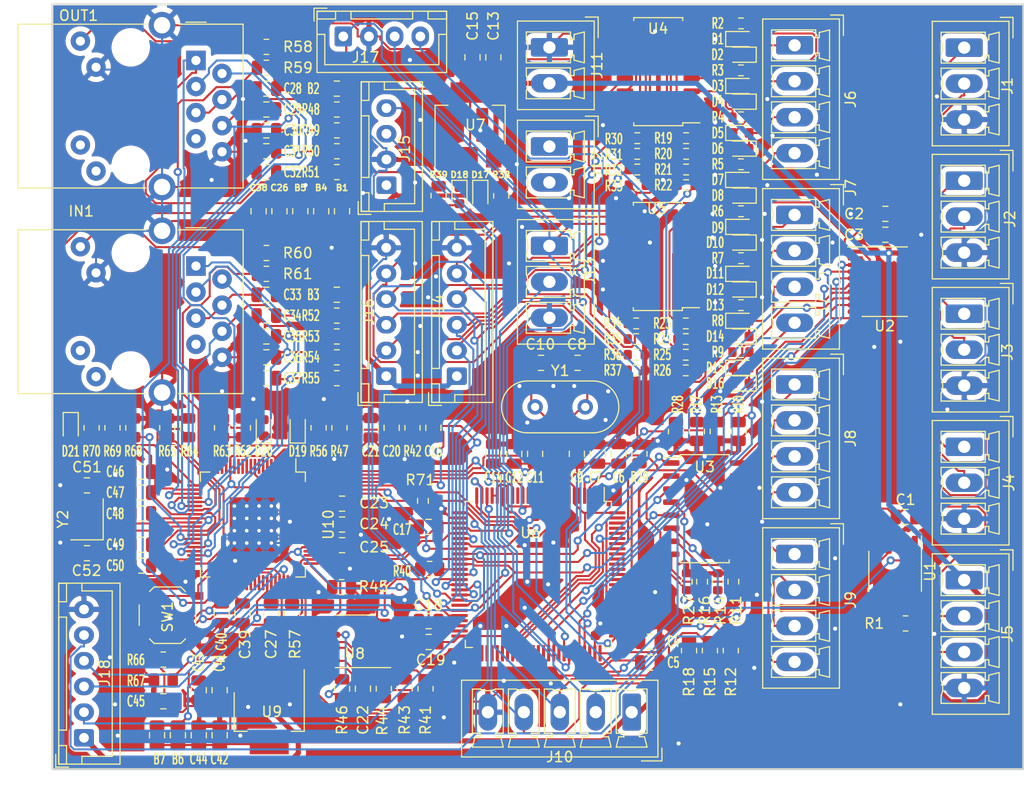
<source format=kicad_pcb>
(kicad_pcb (version 20221018) (generator pcbnew)
  (layers (0 "F.Cu" signal) (31 "B.Cu" signal) (34 "B.Paste" user) (35 "F.Paste" user) (36 "B.SilkS" user "B.Silkscreen") (37 "F.SilkS" user "F.Silkscreen") (38 "B.Mask" user) (39 "F.Mask" user) (44 "Edge.Cuts" user))
  (net 0 "")
  (net 1 "+1V2")
  (net 2 "+3.3V")
  (net 3 "+3.3VA")
  (net 4 "DAC1")
  (net 5 "Net-(D1-K)")
  (net 6 "GND")
  (net 7 "XSCI")
  (net 8 "SPI_SCK")
  (net 9 "SPI_CS")
  (net 10 "SPI_MISO")
  (net 11 "SPI_MOSI")
  (net 12 "I2C_SDA")
  (net 13 "I2C_SCL")
  (net 14 "+5V")
  (net 15 "Net-(IN1-Pad9)")
  (net 16 "Net-(OUT1-Pad9)")
  (net 17 "P0_TXOP")
  (net 18 "SWCLK")
  (net 19 "SWDIO")
  (net 20 "RX")
  (net 21 "TX")
  (net 22 "/STM32F4/BOOT1")
  (net 23 "Net-(D17-A)")
  (net 24 "Net-(D1-A)")
  (net 25 "Net-(IN1-RCT)")
  (net 26 "Net-(OUT1-RCT)")
  (net 33 "Net-(D3-K)")
  (net 34 "Net-(D3-A)")
  (net 35 "SYNC0")
  (net 36 "SYNC1")
  (net 37 "P1_TXOP")
  (net 38 "STEP1_DIR")
  (net 39 "STEP1_STEP")
  (net 40 "STEP2_DIR")
  (net 41 "STEP2_STEP")
  (net 42 "IO1")
  (net 43 "IO2")
  (net 44 "IO3")
  (net 45 "IO4")
  (net 46 "IO5")
  (net 47 "IO6")
  (net 48 "IO7")
  (net 49 "IO8")
  (net 50 "IO9")
  (net 51 "IO10")
  (net 52 "IO11")
  (net 53 "IO12")
  (net 54 "P0_TXON")
  (net 55 "P1_TXON")
  (net 56 "P0_RXIP")
  (net 57 "P1_RXIP")
  (net 58 "P0_RXIN")
  (net 59 "P1_RXIN")
  (net 60 "RESET_MCU")
  (net 61 "EEP_DONE")
  (net 62 "Net-(D5-K)")
  (net 63 "Net-(D5-A)")
  (net 64 "Net-(D7-K)")
  (net 65 "Net-(D7-A)")
  (net 66 "Net-(D15-K)")
  (net 67 "Net-(D15-A)")
  (net 68 "Net-(D18-A)")
  (net 69 "Net-(D19-A)")
  (net 70 "XSCO")
  (net 71 "Net-(D20-A)")
  (net 72 "RSTO")
  (net 73 "P0_ACT")
  (net 74 "P1_ACT")
  (net 75 "PDI_EMU")
  (net 76 "LED_RUN")
  (net 77 "LED_ERR")
  (net 78 "SINT")
  (net 79 "Net-(D21-K)")
  (net 80 "Net-(J5-Pin_2)")
  (net 81 "Net-(J5-Pin_3)")
  (net 82 "Net-(J9-Pin_1)")
  (net 83 "Net-(J9-Pin_2)")
  (net 84 "Net-(J9-Pin_3)")
  (net 85 "Net-(J9-Pin_4)")
  (net 86 "Net-(R6-Pad2)")
  (net 87 "Net-(R7-Pad2)")
  (net 88 "Net-(R8-Pad2)")
  (net 89 "Net-(R9-Pad2)")
  (net 90 "A1V2")
  (net 91 "SCS_FUNC")
  (net 92 "RST_MCU")
  (net 93 "Net-(D10-K)")
  (net 94 "Net-(D10-A)")
  (net 95 "Net-(D11-K)")
  (net 96 "Net-(D11-A)")
  (net 97 "Net-(D13-K)")
  (net 98 "Net-(D13-A)")
  (net 99 "ENC_A")
  (net 100 "ENC_B")
  (net 101 "ENC_Z")
  (net 102 "STEP1_DIR_OUT")
  (net 103 "STEP1_STEP_OUT")
  (net 104 "STEP2_DIR_OUT")
  (net 105 "STEP2_STEP_OUT")
  (net 106 "-24V_FIELD")
  (net 107 "+24V_FIELD")
  (net 108 "STEP3_DIR_OUT")
  (net 109 "STEP3_STEP_OUT")
  (net 110 "STEP4_DIR_OUT")
  (net 111 "STEP4_STEP_OUT")
  (net 112 "STEP3_STEP")
  (net 113 "STEP3_DIR")
  (net 114 "THCAD_CTR")
  (net 115 "STEP4_DIR")
  (net 116 "STEP4_STEP")
  (net 117 "Net-(U6-VCAP_2)")
  (net 118 "Net-(U6-PH0)")
  (net 119 "Net-(U6-PH1)")
  (net 120 "Net-(U6-VCAP_1)")
  (net 121 "Net-(J8-Pin_1)")
  (net 122 "Net-(J8-Pin_2)")
  (net 123 "Net-(J8-Pin_3)")
  (net 124 "Net-(J8-Pin_4)")
  (net 125 "Net-(R5-Pad2)")
  (net 126 "Net-(R2-Pad2)")
  (net 127 "Net-(R16-Pad1)")
  (net 128 "Net-(R19-Pad1)")
  (net 129 "Net-(R20-Pad1)")
  (net 130 "Net-(R21-Pad1)")
  (net 131 "Net-(R22-Pad1)")
  (net 132 "Net-(R23-Pad1)")
  (net 133 "Net-(R24-Pad1)")
  (net 134 "Net-(R25-Pad1)")
  (net 135 "Net-(R3-Pad2)")
  (net 136 "Net-(R27-Pad1)")
  (net 137 "Net-(U6-BOOT0)")
  (net 138 "Net-(U10-I2C_SCL)")
  (net 139 "Net-(U8-WP)")
  (net 140 "Net-(U10-TEST)")
  (net 141 "Net-(U10-SPI_MISO)")
  (net 142 "Net-(U10-P1_SD)")
  (net 143 "Net-(U10-RESET_BG)")
  (net 144 "Net-(U10-P0_SD)")
  (net 219 "Net-(R4-Pad2)")
  (net 220 "Net-(R11-Pad1)")
  (net 221 "Net-(R14-Pad1)")
  (net 222 "Net-(R26-Pad1)")
  (footprint "Connector_Phoenix_MC:PhoenixContact_MCV_1,5_3-G-3.5_1x03_P3.50mm_Vertical" (layer "F.Cu") (at 174.8715 54.1755 -90)
    (fp_text reference "J1")
    (fp_text value "Step1")
  )
  (footprint "Resistor_SMD:R_0603_1608Metric" (layer "F.Cu") (at 153.1365 74.676 180)
    (fp_text reference "R7")
    (fp_text value "4k7")
  )
  (footprint "HakansLibrary:LQFP-80-1EP_10x10mm_P0.4mm_EP5.3x4.5mm_ThermalVias" (layer "F.Cu") (at 105.618 100.605 -90)
    (fp_text reference "U10")
    (fp_text value "AX58100")
  )
  (footprint "Capacitor_SMD:C_0805_2012Metric" (layer "F.Cu") (at 114.3 70.104 -90)
    (fp_text reference "B1")
    (fp_text value "BLM18EG221SN1D")
  )
  (footprint "Resistor_SMD:R_0805_2012Metric" (layer "F.Cu") (at 146.812 91.5435 90)
    (fp_text reference "R28")
    (fp_text value "4k7")
  )
  (footprint "Resistor_SMD:R_0603_1608Metric" (layer "F.Cu") (at 153.1365 65.532 180)
    (fp_text reference "R5")
    (fp_text value "4k7")
  )
  (footprint "Package_QFP:LQFP-100_14x14mm_P0.5mm" (layer "F.Cu") (at 133.414 105.465 -90)
    (fp_text reference "U6")
    (fp_text value "STM32F407VGT6")
  )
  (footprint "Package_SO:SOIC-8_3.9x4.9mm_P1.27mm" (layer "F.Cu") (at 115.59 111.974 180)
    (fp_text reference "U8")
    (fp_text value "24LC32A")
  )
  (footprint "Resistor_SMD:R_0603_1608Metric" (layer "F.Cu") (at 153.1365 79.248 180)
    (fp_text reference "R8")
    (fp_text value "4k7")
  )
  (footprint "Resistor_SMD:R_0805_2012Metric" (layer "F.Cu") (at 121.158 91.186 -90)
    (fp_text reference "R42")
    (fp_text value "22")
  )
  (footprint "Capacitor_SMD:C_0805_2012Metric" (layer "F.Cu") (at 106.9238 82.296)
    (fp_text reference "C35")
    (fp_text value "10pF")
  )
  (footprint "Connector_JST:JST_XH_B6B-XH-A_1x06_P2.50mm_Vertical" (layer "F.Cu") (at 89.174 121.372 90)
    (fp_text reference "J18")
    (fp_text value "Out_opt")
  )
  (footprint "Connector_JST:JST_XH_B6B-XH-A_1x06_P2.50mm_Vertical" (layer "F.Cu") (at 125.476 86.16 90)
    (fp_text reference "J14")
    (fp_text value "In_opt1")
  )
  (footprint "Resistor_SMD:R_0805_2012Metric" (layer "F.Cu") (at 148.082 112.8795 -90)
    (fp_text reference "R18")
    (fp_text value "1k")
  )
  (footprint "Resistor_SMD:R_0603_1608Metric" (layer "F.Cu") (at 153.1365 83.82 180)
    (fp_text reference "R9")
    (fp_text value "4k7")
  )
  (footprint "Resistor_SMD:R_0805_2012Metric" (layer "F.Cu") (at 122.8295 104.931)
    (fp_text reference "R40")
    (fp_text value "22")
  )
  (footprint "Capacitor_SMD:C_0805_2012Metric" (layer "F.Cu") (at 139.192 93.726 90)
    (fp_text reference "C7")
    (fp_text value "0.1uF")
  )
  (footprint "Crystal:Crystal_HC49-4H_Vertical" (layer "F.Cu") (at 133.096 89.154)
    (fp_text reference "Y1")
    (fp_text value "8 MHz")
  )
  (footprint "Resistor_SMD:R_0805_2012Metric" (layer "F.Cu") (at 122.428 116.586 -90)
    (fp_text reference "R41")
    (fp_text value "4k7")
  )
  (footprint "LED_SMD:LED_0603_1608Metric" (layer "F.Cu") (at 87.884 91.186 -90)
    (fp_text reference "D21")
    (fp_text value "Green led")
  )
  (footprint "Capacitor_SMD:C_0805_2012Metric" (layer "F.Cu") (at 106.934 84.328)
    (fp_text reference "C36")
    (fp_text value "10pF")
  )
  (footprint "Capacitor_SMD:C_0805_2012Metric" (layer "F.Cu") (at 144.272 112.014)
    (fp_text reference "C4")
    (fp_text value "0.1uF")
  )
  (footprint "Resistor_SMD:R_0805_2012Metric" (layer "F.Cu") (at 106.934 56.134)
    (fp_text reference "R59")
    (fp_text value "510")
  )
  (footprint "Connector_Phoenix_MC:PhoenixContact_MCV_1,5_3-G-3.5_1x03_P3.50mm_Vertical" (layer "F.Cu") (at 134.4855 73.4795 -90)
    (fp_text reference "J13")
    (fp_text value "DAC")
  )
  (footprint "Resistor_SMD:R_0805_2012Metric" (layer "F.Cu") (at 99.314 91.186 90)
    (fp_text reference "R64")
    (fp_text value "4k7")
  )
  (footprint "Capacitor_SMD:C_0805_2012Metric" (layer "F.Cu") (at 141.224 93.726 90)
    (fp_text reference "C6")
    (fp_text value "0.1uF")
  )
  (footprint "LED_SMD:LED_0603_1608Metric" (layer "F.Cu") (at 153.1365 86.868 180)
    (fp_text reference "D16")
    (fp_text value "Red led")
  )
  (footprint "Resistor_SMD:R_0603_1608Metric" (layer "F.Cu") (at 147.797 67.564)
    (fp_text reference "R22")
    (fp_text value "1k")
  )
  (footprint "Capacitor_SMD:C_0805_2012Metric" (layer "F.Cu") (at 106.934 62.23)
    (fp_text reference "C30")
    (fp_text value "10pF")
  )
  (footprint "Capacitor_SMD:C_0805_2012Metric" (layer "F.Cu") (at 129.032 55.118 90)
    (fp_text reference "C13")
    (fp_text value "10uF")
  )
  (footprint "LED_SMD:LED_0603_1608Metric" (layer "F.Cu") (at 153.1365 85.344)
    (fp_text reference "D15")
    (fp_text value "Yellow led")
  )
  (footprint "Resistor_SMD:R_0603_1608Metric" (layer "F.Cu") (at 147.797 66.04)
    (fp_text reference "R21")
    (fp_text value "1k")
  )
  (footprint "Resistor_SMD:R_0805_2012Metric" (layer "F.Cu") (at 91.948 91.186 -90)
    (fp_text reference "R69")
    (fp_text value "510")
  )
  (footprint "Capacitor_SMD:C_0805_2012Metric" (layer "F.Cu") (at 122.726 112.043 180)
    (fp_text reference "C19")
    (fp_text value "0.1uF")
  )
  (footprint "LED_SMD:LED_0603_1608Metric" (layer "F.Cu") (at 153.1365 80.772)
    (fp_text reference "D13")
    (fp_text value "Yellow led")
  )
  (footprint "Resistor_SMD:R_0603_1608Metric" (layer "F.Cu") (at 142.939 81.026)
    (fp_text reference "R34")
    (fp_text value "39k")
  )
  (footprint "Capacitor_SMD:C_0805_2012Metric" (layer "F.Cu") (at 122.726 100.838 180)
    (fp_text reference "C17")
    (fp_text value "0.1uF")
  )
  (footprint "Resistor_SMD:R_0603_1608Metric" (layer "F.Cu") (at 153.1365 60.96 180)
    (fp_text reference "R4")
    (fp_text value "4k7")
  )
  (footprint "Capacitor_SMD:C_0805_2012Metric" (layer "F.Cu") (at 106.934 64.262)
    (fp_text reference "C31")
    (fp_text value "10pF")
  )
  (footprint "LED_SMD:LED_0603_1608Metric" (layer "F.Cu") (at 153.1365 73.152 180)
    (fp_text reference "D10")
    (fp_text value "Red led")
  )
  (footprint "Capacitor_SMD:C_0805_2012Metric" (layer "F.Cu") (at 107.396 109.241 -90)
    (fp_text reference "C27")
    (fp_text value "0.1uF")
  )
  (footprint "Capacitor_SMD:C_0805_2012Metric" (layer "F.Cu") (at 122.726 110.011)
    (fp_text reference "C18")
    (fp_text value "2.2uF")
  )
  (footprint "LED_SMD:LED_0603_1608Metric" (layer "F.Cu") (at 127.762 68.58 -90)
    (fp_text reference "D17")
    (fp_text value "Blue led")
  )
  (footprint "LED_SMD:LED_0603_1608Metric" (layer "F.Cu") (at 153.125 67.056)
    (fp_text reference "D7")
    (fp_text value "Yellow led")
  )
  (footprint "LED_SMD:LED_0603_1608Metric" (layer "F.Cu") (at 153.1365 62.484)
    (fp_text reference "D5")
    (fp_text value "Yellow led")
  )
  (footprint "Resistor_SMD:R_0805_2012Metric" (layer "F.Cu") (at 106.934 74.168)
    (fp_text reference "R60")
    (fp_text value "510")
  )
  (footprint "Capacitor_SMD:C_0805_2012Metric" (layer "F.Cu") (at 131.064 93.726 90)
    (fp_text reference "C12")
    (fp_text value "0.1uF")
  )
  (footprint "LED_SMD:LED_0603_1608Metric" (layer "F.Cu") (at 153.1365 82.296 180)
    (fp_text reference "D14")
    (fp_text value "Red led")
  )
  (footprint "Resistor_SMD:R_0805_2012Metric" (layer "F.Cu") (at 113.792 62.23)
    (fp_text reference "R49")
    (fp_text value "49.9")
  )
  (footprint "Resistor_SMD:R_0805_2012Metric" (layer "F.Cu") (at 114.254 106.701 180)
    (fp_text reference "R45")
    (fp_text value "4k7")
  )
  (footprint "Resistor_SMD:R_0603_1608Metric" (layer "F.Cu") (at 147.797 64.516)
    (fp_text reference "R20")
    (fp_text value "1k")
  )
  (footprint "Capacitor_SMD:C_0805_2012Metric" (layer "F.Cu") (at 106.9238 78.232 180)
    (fp_text reference "C33")
    (fp_text value "0.1uF")
  )
  (footprint "Resistor_SMD:R_0603_1608Metric" (layer "F.Cu") (at 153.1365 51.816 180)
    (fp_text reference "R2")
    (fp_text value "4k7")
  )
  (footprint "Capacitor_SMD:C_0805_2012Metric" (layer "F.Cu") (at 89.466 96.795)
    (fp_text reference "C51")
    (fp_text value "18pF")
  )
  (footprint "Crystal:Crystal_SMD_SeikoEpson_TSX3225-4Pin_3.2x2.5mm" (layer "F.Cu") (at 89.466 100.097 90)
    (fp_text reference "Y2")
    (fp_text value "NXK25.000AE12F-KAB6-12")
  )
  (footprint "Resistor_SMD:R_0805_2012Metric" (layer "F.Cu") (at 96.8975 115.784)
    (fp_text reference "R67")
    (fp_text value "4k7")
  )
  (footprint "Resistor_SMD:R_0603_1608Metric" (layer "F.Cu") (at 153.1365 56.388 180)
    (fp_text reference "R3")
    (fp_text value "4k7")
  )
  (footprint "Resistor_SMD:R_0805_2012Metric" (layer "F.Cu") (at 112.014 91.186 90)
    (fp_text reference "R56")
    (fp_text value "510")
  )
  (footprint "Connector_Phoenix_MC:PhoenixContact_MCV_1,5_3-G-3.5_1x03_P3.50mm_Vertical" (layer "F.Cu") (at 174.8715 80.0835 -90)
    (fp_text reference "J3")
    (fp_text value "Step3")
  )
  (footprint "Package_SO:SO-8_3.9x4.9mm_P1.27mm" (layer "F.Cu") (at 168.148 105.156 -90)
    (fp_text reference "U1")
    (fp_text value "MAX3485CSA/ESA")
  )
  (footprint "Resistor_SMD:R_0805_2012Metric" (layer "F.Cu") (at 129.794 68.605 90)
    (fp_text reference "R38")
    (fp_text value "1k")
  )
  (footprint "Connector_JST:JST_XH_B6B-XH-A_1x06_P2.50mm_Vertical" (layer "F.Cu") (at 118.601 86.16 90)
    (fp_text reference "J16")
    (fp_text value "In_opt2")
  )
  (footprint "Capacitor_SMD:C_0805_2012Metric" (layer "F.Cu") (at 144.272 114.046 180)
    (fp_text reference "C5")
    (fp_text value "2.2uF")
  )
  (footprint "Connector_Phoenix_MC:PhoenixContact_MCV_1,5_4-G-3.5_1x04_P3.50mm_Vertical" (layer "F.Cu") (at 158.3615 103.4795 -90)
    (fp_text reference "J9")
    (fp_text value "Output3-4")
  )
  (footprint "Capacitor_SMD:C_0805_2012Metric" (layer "F.Cu") (at 117.094 91.186 90)
    (fp_text reference "C21")
    (fp_text value "0.1uF")
  )
  (footprint "Capacitor_SMD:C_0805_2012Metric" (layer "F.Cu") (at 106.934 86.36)
    (fp_text reference "C37")
    (fp_text value "10pF")
  )
  (footprint "Capacitor_SMD:C_0805_2012Metric" (layer "F.Cu") (at 123.19 91.186 90)
    (fp_text reference "C16")
    (fp_text value "0.1uF")
  )
  (footprint "Resistor_SMD:R_0805_2012Metric" (layer "F.Cu") (at 93.98 91.186 90)
    (fp_text reference "R68")
    (fp_text value "4k7")
  )
  (footprint "Connector_Phoenix_MC:PhoenixContact_MCV_1,5_2-G-3.5_1x02_P3.50mm_Vertical" (layer "F.Cu") (at 134.4855 54.1475 -90)
    (fp_text reference "J11")
    (fp_text value "5V Power IN")
  )
  (footprint "Capacitor_SMD:C_0805_2012Metric" (layer "F.Cu") (at 133.096 93.726 90)
    (fp_text reference "C11")
    (fp_text value "0.1uF")
  )
  (footprint "LED_SMD:LED_0603_1608Metric" (layer "F.Cu") (at 153.1365 59.436 180)
    (fp_text reference "D4")
    (fp_text value "Red led")
  )
  (footprint "HakansLibrary:PulseJack JB0011D01BNL" (layer "F.Cu") (at 100.076 75.438 90)
    (fp_text reference "IN1")
    (fp_text value "J0011D01BNL")
  )
  (footprint "Connector_JST:JST_XH_B4B-XH-A_1x04_P2.50mm_Vertical" (layer "F.Cu") (at 114.42 53.086)
    (fp_text reference "J17")
    (fp_text value "STLINK")
  )
  (footprint "Capacitor_SMD:C_0805_2012Metric" (layer "F.Cu") (at 104.602 109.241 -90)
    (fp_text reference "C39")
    (fp_text value "0.1uF")
  )
  (footprint "Capacitor_SMD:C_0805_2012Metric" (layer "F.Cu") (at 133.67 84.865 180)
    (fp_text reference "C10")
    (fp_text value "22pF")
  )
  (footprint "Capacitor_SMD:C_0805_2012Metric" (layer "F.Cu") (at 98.318 121.118 90)
    (fp_text reference "B6")
    (fp_text value "BLM18EG221SN1D")
  )
  (footprint "Capacitor_SMD:C_0805_2012Metric" (layer "F.Cu") (at 113.792 58.166 180)
    (fp_text reference "B2")
    (fp_text value "BLM18EG221S")
  )
  (footprint "Resistor_SMD:R_0805_2012Metric" (layer "F.Cu") (at 118.364 116.586 -90)
    (fp_text reference "R44")
    (fp_text value "4k7")
  )
  (footprint "Capacitor_SMD:C_0805_2012Metric" (layer "F.Cu") (at 137.226 84.865)
    (fp_text reference "C8")
    (fp_text value "22pF")
  )
  (footprint "Resistor_SMD:R_0805_2012Metric" (layer "F.Cu") (at 109.428 109.241 -90)
    (fp_text reference "R57")
    (fp_text value "22")
  )
  (footprint "Capacitor_SMD:C_0805_2012Metric" (layer "F.Cu") (at 94.762 95.464 180)
    (fp_text reference "C46")
    (fp_text value "0.1uF")
  )
  (footprint "Resistor_SMD:R_0603_1608Metric" (layer "F.Cu") (at 142.939 85.598)
    (fp_text reference "R37")
    (fp_text value "39k")
  )
  (footprint "LED_SMD:LED_0603_1608Metric" (layer "F.Cu") (at 153.1365 57.912)
    (fp_text reference "D3")
    (fp_text value "Yellow led")
  )
  (footprint "Connector_Phoenix_MC:PhoenixContact_MCV_1,5_2-G-3.5_1x02_P3.50mm_Vertical" (layer "F.Cu") (at 134.4855 63.7995 -90)
    (fp_text reference "J12")
    (fp_text value "24V Field")
  )
  (footprint "Capacitor_SMD:C_0805_2012Metric" (layer "F.Cu") (at 113.792 78.232 180)
    (fp_text reference "B3")
    (fp_text value "BLM18EG221S")
  )
  (footprint "Connector_Phoenix_MC:PhoenixContact_MCV_1,5_4-G-3.5_1x04_P3.50mm_Vertical" (layer "F.Cu") (at 158.3615 53.9495 -90)
    (fp_text reference "J6")
    (fp_text value "In1-4")
  )
  (footprint "Resistor_SMD:R_0805_2012Metric" (layer "F.Cu") (at 113.792 66.294)
    (fp_text reference "R51")
    (fp_text value "49.9")
  )
  (footprint "Capacitor_SMD:C_0805_2012Metric" (layer "F.Cu") (at 94.762 102.576 180)
    (fp_text reference "C49")
    (fp_text value "0.1uF")
  )
  (footprint "Connector_Phoenix_MC:PhoenixContact_MCV_1,5_5-G-3.5_1x05_P3.50mm_Vertical" (layer "F.Cu") (at 142.494 118.872 180)
    (fp_text reference "J10")
    (fp_text value "Encoder")
  )
  (footprint "Resistor_SMD:R_0805_2012Metric" (layer "F.Cu") (at 106.934 54.102)
    (fp_text reference "R58")
    (fp_text value "510")
  )
  (footprint "Capacitor_SMD:C_0805_2012Metric" (layer "F.Cu") (at 100.35 116.734 -90)
    (fp_text reference "C43")
    (fp_text value "0.1uF")
  )
  (footprint "Resistor_SMD:R_0805_2012Metric" (layer "F.Cu") (at 113.792 84.328)
    (fp_text reference "R54")
    (fp_text value "49.9")
  )
  (footprint "Capacitor_SMD:C_0805_2012Metric" (layer "F.Cu") (at 114.3 100.605)
    (fp_text reference "C24")
    (fp_text value "0.1uF")
  )
  (footprint "Capacitor_SMD:C_0805_2012Metric" (layer "F.Cu") (at 129.032 93.726 90)
    (fp_text reference "C14")
    (fp_text value "0.1uF")
  )
  (footprint "Capacitor_SMD:C_0805_2012Metric" (layer "F.Cu") (at 89.466 103.399 180)
    (fp_text reference "C52")
    (fp_text value "18pF")
  )
  (footprint "Package_TO_SOT_SMD:SOT-223-3_TabPin2" (layer "F.Cu") (at 126.766 61.6945 90)
    (fp_text reference "U7")
    (fp_text value "AMS1117-3.3")
  )
  (footprint "Capacitor_SMD:C_0805_2012Metric" (layer "F.Cu") (at 112.268 70.104 -90)
    (fp_text reference "B4")
    (fp_text value "BLM18EG221SN1D")
  )
  (footprint "Resistor_SMD:R_0805_2012Metric" (layer "F.Cu") (at 102.616 91.186 -90)
    (fp_text reference "R63")
    (fp_text value "4k7")
  )
  (footprint "Capacitor_SMD:C_0805_2012Metric" (layer "F.Cu") (at 106.934 58.166 180)
    (fp_text reference "C28")
    (fp_text value "0.1uF")
  )
  (footprint "Capacitor_SMD:C_0805_2012Metric" (layer "F.Cu") (at 114.3 102.616)
    (fp_text reference "C25")
    (fp_text value "0.1uF")
  )
  (footprint "Resistor_SMD:R_0603_1608Metric" (layer "F.Cu") (at 142.939 82.55)
    (fp_text reference "R35")
    (fp_text value "39k")
  )
  (footprint "Capacitor_SMD:C_0805_2012Metric" (layer "F.Cu") (at 169.158 99.867)
    (fp_text reference "C1")
    (fp_text value "0.1uF")
  )
  (footprint "Connector_Phoenix_MC:PhoenixContact_MCV_1,5_3-G-3.5_1x03_P3.50mm_Vertical" (layer "F.Cu") (at 174.8715 67.1295 -90)
    (fp_text reference "J2")
    (fp_text value "Step2")
  )
  (footprint "Connector_JST:JST_XH_B4B-XH-A_1x04_P2.50mm_Vertical" (layer "F.Cu") (at 118.618 67.564 90)
    (fp_text reference "J15")
    (fp_text value "Serial usart1")
  )
  (footprint "Resistor_SMD:R_0805_2012Metric" (layer "F.Cu") (at 152.146 112.8795 -90)
    (fp_text reference "R12")
    (fp_text value "1k")
  )
  (footprint "Button_Switch_SMD:SW_Push_1P1T_XKB_TS-1187A" (layer "F.Cu") (at 97.302 109.434 180)
    (fp_text reference "SW1")
    (fp_text value "SW PB")
  )
  (footprint "Package_SO:SOIC-16_4.55x10.3mm_P1.27mm" (layer "F.Cu") (at 149.606 99.06)
    (fp_text reference "U3")
    (fp_text value "TLP292-4")
  )
  (footprint "Resistor_SMD:R_0805_2012Metric" (layer "F.Cu") (at 104.648 91.186 90)
    (fp_text reference "R62")
    (fp_text value "510")
  )
  (footprint "Resistor_SMD:R_0603_1608Metric" (layer "F.Cu") (at 147.765 82.55)
    (fp_text reference "R24")
    (fp_text value "1k")
  )
  (footprint "Resistor_SMD:R_0603_1608Metric" (layer "F.Cu") (at 147.797 62.992)
    (fp_text reference "R19")
    (fp_text value "1k")
  )
  (footprint "Capacitor_SMD:C_0805_2012Metric" (layer "F.Cu") (at 96.8975 117.816 180)
    (fp_text reference "C45")
    (fp_text value "1uF")
  )
  (footprint "Resistor_SMD:R_0603_1608Metric" (layer "F.Cu") (at 147.765 81.026)
    (fp_text reference "R23")
    (fp_text value "1k")
  )
  (footprint "Capacitor_SMD:C_0805_2012Metric" (layer "F.Cu") (at 167.198 72.39)
    (fp_text reference "C3")
    (fp_text value "0.1uF")
  )
  (footprint "Capacitor_SMD:C_0805_2012Metric" (layer "F.Cu") (at 106.934 80.264)
    (fp_text reference "C34")
    (fp_text value "10pF")
  )
  (footprint "LED_SMD:LED_0603_1608Metric" (layer "F.Cu") (at 106.68 91.186 90)
    (fp_text reference "D20")
    (fp_text value "Red led")
  )
  (footprint "Capacitor_SMD:C_0805_2012Metric" (layer "F.Cu") (at 127 55.118 90)
    (fp_text reference "C15")
    (fp_text value "0.1uF")
  )
  (footprint "Connector_Phoenix_MC:PhoenixContact_MCV_1,5_3-G-3.5_1x03_P3.50mm_Vertical" (layer "F.Cu") (at 174.8715 93.0375 -90)
    (fp_text reference "J4")
    (fp_text value "Step4")
  )
  (footprint "Connector_Phoenix_MC:PhoenixContact_MCV_1,5_4-G-3.5_1x04_P3.50mm_Vertical" (layer "F.Cu") (at 158.3615 86.9695 -90)
    (fp_text reference "J8")
    (fp_text value "Output1-2")
  )
  (footprint "Resistor_SMD:R_0603_1608Metric" (layer "F.Cu") (at 143.034 64.516)
    (fp_text reference "R31")
    (fp_text value "39k")
  )
  (footprint "Resistor_SMD:R_0603_1608Metric" (layer "F.Cu") (at 150.876 106.172 90)
    (fp_text reference "R14")
    (fp_text value "330")
  )
  (footprint "Resistor_SMD:R_0603_1608Metric" (layer "F.Cu") (at 122.174 98.298 -90)
    (fp_text reference "R71")
    (fp_text value "4k7")
  )
  (footprint "Resistor_SMD:R_0603_1608Metric" (layer "F.Cu") (at 147.765 84.074)
    (fp_text reference "R25")
    (fp_text value "1k")
  )
  (footprint "Resistor_SMD:R_0805_2012Metric" (layer "F.Cu") (at 120.396 116.586 -90)
    (fp_text reference "R43")
    (fp_text value "4k7")
  )
  (footprint "Resistor_SMD:R_0603_1608Metric" (layer "F.Cu") (at 147.765 85.598)
    (fp_text reference "R26")
    (fp_text value "1k")
  )
  (footprint "LED_SMD:LED_0603_1608Metric" (layer "F.Cu") (at 153.1365 53.34)
    (fp_text reference "D1")
    (fp_text value "Yellow led")
  )
  (footprint "Capacitor_SMD:C_0805_2012Metric" (layer "F.Cu") (at 108.204 70.104 -90)
    (fp_text reference "C26")
    (fp_text value "0.1uF")
  )
  (footprint "Capacitor_SMD:C_0805_2012Metric" (layer "F.Cu") (at 94.762 104.608 180)
    (fp_text reference "C50")
    (fp_text value "0.1uF")
  )
  (footprint "LED_SMD:LED_0603_1608Metric" (layer "F.Cu") (at 153.1365 68.58 180)
    (fp_text reference "D8")
    (fp_text value "Red led")
  )
  (footprint "Capacitor_SMD:C_0805_2012Metric" (layer "F.Cu") (at 114.3 98.573)
    (fp_text reference "C23")
    (fp_text value "0.1uF")
  )
  (footprint "Capacitor_SMD:C_0805_2012Metric" (layer "F.Cu") (at 106.934 60.198 180)
    (fp_text reference "C29")
    (fp_text value "10pF")
  )
  (footprint "LED_SMD:LED_0603_1608Metric" (layer "F.Cu") (at 109.982 91.186 90)
    (fp_text reference "D19")
    (fp_text value "Green led")
  )
  (footprint "Capacitor_SMD:C_0805_2012Metric" (layer "F.Cu") (at 102.382 121.118 90)
    (fp_text reference "C42")
    (fp_text value "10uF")
  )
  (footprint "LED_SMD:LED_0603_1608Metric" (layer "F.Cu") (at 153.1365 64.008 180)
    (fp_text reference "D6")
    (fp_text value "Red led")
  )
  (footprint "Package_SO:SOIC-16_4.55x10.3mm_P1.27mm" (layer "F.Cu") (at 145.086 56.515 180)
    (fp_text reference "U4")
    (fp_text value "TLP292-4")
  )
  (footprint "LED_SMD:LED_0603_1608Metric" (layer "F.Cu") (at 153.1365 76.2)
    (fp_text reference "D11")
    (fp_text value "Yellow led")
  )
  (footprint "Connector_Phoenix_MC:PhoenixContact_MCV_1,5_4-G-3.5_1x04_P3.50mm_Vertical" (layer "F.Cu") (at 174.8715 106.0195 -90)
    (fp_text reference "J5")
    (fp_text value "THCAD")
  )
  (footprint "Resistor_SMD:R_0805_2012Metric" (layer "F.Cu") (at 143.256 93.726 -90)
    (fp_text reference "R29")
    (fp_text value "22")
  )
  (footprint "Resistor_SMD:R_0805_2012Metric" (layer "F.Cu") (at 89.916 91.186 -90)
    (fp_text reference "R70")
    (fp_text value "4k7")
  )
  (footprint "Capacitor_SMD:C_0805_2012Metric" (layer "F.Cu") (at 100.35 121.118 90)
    (fp_text reference "C44")
    (fp_text value "0.1uF")
  )
  (footprint "LED_SMD:LED_0603_1608Metric" (layer "F.Cu") (at 125.73 68.58 -90)
    (fp_text reference "D18")
    (fp_text value "Blue led")
  )
  (footprint "Resistor_SMD:R_0603_1608Metric" (layer "F.Cu") (at 153.1365 70.104 180)
    (fp_text reference "R6")
    (fp_text value "4k7")
  )
  (footprint "Package_TO_SOT_SMD:SOT-223-3_TabPin2" (layer "F.Cu") (at 107.208 118.832 -90)
    (fp_text reference "U9")
    (fp_text value "AMS1117-1.2")
  )
  (footprint "Capacitor_SMD:C_0805_2012Metric" (layer "F.Cu") (at 116.332 116.586 90)
    (fp_text reference "C22")
    (fp_text value "0.1uF")
  )
  (footprint "Package_SO:SOIC-16_4.55x10.3mm_P1.27mm" (layer "F.Cu") (at 145.043 74.509 180)
    (fp_text reference "U5")
    (fp_text value "TLP292-4")
  )
  (footprint "Resistor_SMD:R_0805_2012Metric" (layer "F.Cu") (at 113.792 64.262)
    (fp_text reference "R50")
    (fp_text value "49.9")
  )
  (footprint "Resistor_SMD:R_0805_2012Metric" (layer "F.Cu") (at 113.792 86.36)
    (fp_text reference "R55")
    (fp_text value "49.9")
  )
  (footprint "Capacitor_SMD:C_0805_2012Metric" (layer "F.Cu") (at 167.198 70.358)
    (fp_text reference "C2")
    (fp_text value "0.1uF")
  )
  (footprint "Resistor_SMD:R_0603_1608Metric" (layer "F.Cu") (at 143.043 62.992)
    (fp_text reference "R30")
    (fp_text value "39k")
  )
  (footprint "Resistor_SMD:R_0805_2012Metric" (layer "F.Cu") (at 113.792 80.264)
    (fp_text reference "R52")
    (fp_text value "49.9")
  )
  (footprint "LED_SMD:LED_0603_1608Metric" (layer "F.Cu") (at 153.1365 77.724 180)
    (fp_text reference "D12")
    (fp_text value "Red led")
  )
  (footprint "Capacitor_SMD:C_0805_2012Metric" (layer "F.Cu") (at 137.16 93.726 90)
    (fp_text reference "C9")
    (fp_text value "0.1uF")
  )
  (footprint "Resistor_SMD:R_0805_2012Metric" (layer "F.Cu") (at 114.046 91.186 90)
    (fp_text reference "R47")
    (fp_text value "4k7")
  )
  (footprint "Resistor_SMD:R_0805_2012Metric" (layer "F.Cu") (at 114.3 116.586 90)
    (fp_text reference "R46")
    (fp_text value "22")
  )
  (footprint "Resistor_SMD:R_0805_2012Metric" (layer "F.Cu") (at 106.934 76.2)
    (fp_text reference "R61")
    (fp_text value "510")
  )
  (footprint "Resistor_SMD:R_0603_1608Metric" (layer "F.Cu") (at 142.939 84.074)
    (fp_text reference "R36")
    (fp_text value "39k")
  )
  (footprint "Resistor_SMD:R_0805_2012Metric" (layer "F.Cu") (at 169.164 110.236)
    (fp_text reference "R1")
    (fp_text value "120")
  )
  (footprint "Capacitor_SMD:C_0805_2012Metric" (layer "F.Cu") (at 94.762 99.528 180)
    (fp_text reference "C48")
    (fp_text value "0.1uF")
  )
  (footprint "HakansLibrary:PulseJack JB0011D01BNL" (layer "F.Cu") (at 100.076 55.4228 90)
    (fp_text reference "OUT1")
    (fp_text value "J0011D01BNL")
  )
  (footprint "Capacitor_SMD:C_0805_2012Metric" (layer "F.Cu") (at 106.934 66.294)
    (fp_text reference "C32")
    (fp_text value "10pF")
  )
  (footprint "Capacitor_SMD:C_0805_2012Metric" (layer "F.Cu") (at 106.172 70.104 -90)
    (fp_text reference "C38")
    (fp_text value "10uF")
  )
  (footprint "Resistor_SMD:R_0805_2012Metric" (layer "F.Cu") (at 96.8975 113.752)
    (fp_text reference "R66")
    (fp_text value "4k7")
  )
  (footprint "LED_SMD:LED_0603_1608Metric" (layer "F.Cu") (at 153.1365 71.628)
    (fp_text reference "D9")
    (fp_text value "Yellow led")
  )
  (footprint "Capacitor_SMD:C_0805_2012Metric" (layer "F.Cu") (at 96.286 121.118 90)
    (fp_text reference "B7")
    (fp_text value "BLM18EG221SN1D")
  )
  (footprint "Resistor_SMD:R_0603_1608Metric" (layer "F.Cu") (at 143.043 66.04)
    (fp_text reference "R32")
    (fp_text value "39k")
  )
  (footprint "Resistor_SMD:R_0805_2012Metric" (layer "F.Cu") (at 97.282 91.186 90)
    (fp_text reference "R65")
    (fp_text value "12k 1%")
  )
  (footprint "Capacitor_SMD:C_0805_2012Metric" (layer "F.Cu") (at 110.236 70.104 -90)
    (fp_text reference "B5")
    (fp_text value "BLM18EG221SN1D")
  )
  (footprint "Capacitor_SMD:C_0805_2012Metric" (layer "F.Cu") (at 119.126 91.186 90)
    (fp_text reference "C20")
    (fp_text value "0.1uF")
  )
  (footprint "Resistor_SMD:R_0805_2012Metric" (layer "F.Cu") (at 150.876 91.5435 90)
    (fp_text reference "R13")
    (fp_text value "4k7")
  )
  (footprint "Resistor_SMD:R_0805_2012Metric" (layer "F.Cu") (at 150.114 112.8795 -90)
    (fp_text reference "R15")
    (fp_text value "1k")
  )
  (footprint "Capacitor_SMD:C_0805_2012Metric" (layer "F.Cu") (at 102.382 116.734 -90)
    (fp_text reference "C41")
    (fp_text value "10uF")
  )
  (footprint "Resistor_SMD:R_0805_2012Metric" (layer "F.Cu") (at 123.698 68.58 90)
    (fp_text reference "R39")
    (fp_text value "1k")
  )
  (footprint "Capacitor_SMD:C_0805_2012Metric" (layer "F.Cu") (at 94.762 97.496 180)
    (fp_text reference "C47")
    (fp_text value "0.1uF")
  )
  (footprint "Resistor_SMD:R_0805_2012Metric" (layer "F.Cu") (at 113.792 82.296)
    (fp_text reference "R53")
    (fp_text value "49.9")
  )
  (footprint "Resistor_SMD:R_0603_1608Metric" (layer "F.Cu") (at 152.4 106.172 90)
    (fp_text reference "R11")
    (fp_text value "330")
  )
  (footprint "Capacitor_SMD:C_0805_2012Metric" (layer "F.Cu") (at 102.57 109.241 -90)
    (fp_text reference "C40")
    (fp_text value "0.1uF")
  )
  (footprint "LED_SMD:LED_0603_1608Metric" (layer "F.Cu") (at 153.1365 54.864 180)
    (fp_text reference "D2")
    (fp_text value "Red led")
  )
  (footprint "Package_SO:TSSOP-20_4.4x6.5mm_P0.65mm" (layer "F.Cu") (at 167.132 76.962)
    (fp_text reference "U2")
    (fp_text value "TXS0108EPW")
  )
  (footprint "Resistor_SMD:R_0603_1608Metric" (layer "F.Cu") (at 143.043 67.564)
    (fp_text reference "R33")
    (fp_text value "39k")
  )
  (footprint "Connector_Phoenix_MC:PhoenixContact_MCV_1,5_4-G-3.5_1x04_P3.50mm_Vertical" (layer "F.Cu") (at 158.3615 70.4595 -90)
    (fp_text reference "J7")
    (fp_text value "In5-8")
  )
  (footprint "Resistor_SMD:R_0805_2012Metric" (layer "F.Cu") (at 152.908 91.5435 90)
    (fp_text reference "R10")
    (fp_text value "4k7")
  )
  (footprint "Resistor_SMD:R_0805_2012Metric" (layer "F.Cu") (at 113.792 60.198)
    (fp_text reference "R48")
    (fp_text value "49.9")
  )
  (footprint "Resistor_SMD:R_0603_1608Metric" (layer "F.Cu") (at 147.858 106.172 90)
    (fp_text reference "R27")
    (fp_text value "330")
  )
  (footprint "Resistor_SMD:R_0805_2012Metric" (layer "F.Cu") (at 148.844 91.5435 90)
    (fp_text reference "R17")
    (fp_text value "4k7")
  )
  (footprint "Resistor_SMD:R_0603_1608Metric" (layer "F.Cu") (at 149.352 106.172 90)
    (fp_text reference "R16")
    (fp_text value "330")
  )
  (gr_rect (start 86.1006 49.9726) (end 180.614 124.42) (stroke (width 0.2)) (fill none) (layer "Edge.Cuts"))
  (segment (start 103.4164 117.2809) (end 102.8695 116.734) (width 0.2) (layer "F.Cu") (net 1))
  (segment (start 100.4972 109.8119) (end 100.7521 109.8119) (width 0.2) (layer "F.Cu") (net 1))
  (segment (start 107.6192 93.9376) (end 107.818 94.1364) (width 0.2) (layer "F.Cu") (net 1))
  (segment (start 106.2061 115.682) (end 106.2061 114.8053) (width 0.2) (layer "F.Cu") (net 1))
  (segment (start 108.664001 96.980001) (end 103.837101 96.980001) (width 0.2) (layer "F.Cu") (net 1))
  (segment (start 100.2282 114.0257) (end 100.2282 113.4858) (width 0.2) (layer "F.Cu") (net 1))
  (segment (start 111.2805 100.005) (end 110.499326 100.005) (width 0.2) (layer "F.Cu") (net 1))
  (segment (start 102.8695 116.734) (end 99.8138 116.734) (width 0.2) (layer "F.Cu") (net 1))
  (segment (start 107.396 108.291) (end 107.396 106.2895) (width 0.2) (layer "F.Cu") (net 1))
  (segment (start 103.4164 121.982) (end 107.208 121.982) (width 0.2) (layer "F.Cu") (net 1))
  (segment (start 101.1351 100.005) (end 101.2982 100.1681) (width 0.2) (layer "F.Cu") (net 1))
  (segment (start 100.35 122.068) (end 98.318 122.068) (width 0.2) (layer "F.Cu") (net 1))
  (segment (start 107.208 115.682) (end 106.2061 115.682) (width 0.2) (layer "F.Cu") (net 1))
  (segment (start 96.189 100.005) (end 95.712 99.528) (width 0.2) (layer "F.Cu") (net 1))
  (segment (start 99.9555 100.005) (end 101.1351 100.005) (width 0.2) (layer "F.Cu") (net 1))
  (segment (start 104.602 108.291) (end 103.818 107.507) (width 0.2) (layer "F.Cu") (net 1))
  (segment (start 103.418 94.9425) (end 103.418 94.1051) (width 0.2) (layer "F.Cu") (net 1))
  (segment (start 122.4367 92.8893) (end 123.19 92.136) (width 0.2) (layer "F.Cu") (net 1))
  (segment (start 107.818 94.1364) (end 107.818 94.9425) (width 0.2) (layer "F.Cu") (net 1))
  (segment (start 103.4164 121.982) (end 103.4164 117.2809) (width 0.2) (layer "F.Cu") (net 1))
  (segment (start 103.652 109.241) (end 104.602 108.291) (width 0.2) (layer "F.Cu") (net 1))
  (segment (start 99.3716 116.2918) (end 99.3716 114.8823) (width 0.2) (layer "F.Cu") (net 1))
  (segment (start 103.9738 105.2743) (end 107.2079 105.2743) (width 0.2) (layer "F.Cu") (net 1))
  (segment (start 107.418 105.4844) (end 107.418 106.2675) (width 0.2) (layer "F.Cu") (net 1))
  (segment (start 115.9292 93.3008) (end 108.6536 93.3008) (width 0.2) (layer "F.Cu") (net 1))
  (segment (start 99.9555 100.005) (end 96.189 100.005) (width 0.2) (layer "F.Cu") (net 1))
  (segment (start 110.293 98.609) (end 108.664001 96.980001) (width 0.2) (layer "F.Cu") (net 1))
  (segment (start 103.818 107.507) (end 103.818 106.2675) (width 0.2) (layer "F.Cu") (net 1))
  (segment (start 105.4265 114.0257) (end 100.2282 114.0257) (width 0.2) (layer "F.Cu") (net 1))
  (segment (start 103.418 94.1051) (end 103.5855 93.9376) (width 0.2) (layer "F.Cu") (net 1))
  (segment (start 102.382 122.068) (end 100.35 122.068) (width 0.2) (layer "F.Cu") (net 1))
  (segment (start 103.418 96.5609) (end 103.526881 96.669781) (width 0.2) (layer "F.Cu") (net 1))
  (segment (start 117.8473 92.8893) (end 122.4367 92.8893) (width 0.2) (layer "F.Cu") (net 1))
  (segment (start 100.7521 109.8119) (end 101.4924 109.8119) (width 0.2) (layer "F.Cu") (net 1))
  (segment (start 103.818 105.4301) (end 103.9738 105.2743) (width 0.2) (layer "F.Cu") (net 1))
  (segment (start 103.837101 96.980001) (end 103.526881 96.669781) (width 0.2) (layer "F.Cu") (net 1))
  (segment (start 107.2079 105.2743) (end 107.418 105.4844) (width 0.2) (layer "F.Cu") (net 1))
  (segment (start 103.818 106.2675) (end 103.818 105.4301) (width 0.2) (layer "F.Cu") (net 1))
  (segment (start 110.293 99.798674) (end 110.293 98.609) (width 0.2) (layer "F.Cu") (net 1))
  (segment (start 99.156 112.4136) (end 99.156 111.1531) (width 0.2) (layer "F.Cu") (net 1))
  (segment (start 102.0633 109.241) (end 103.652 109.241) (width 0.2) (layer "F.Cu") (net 1))
  (segment (start 117.094 92.136) (end 115.9292 93.3008) (width 0.2) (layer "F.Cu") (net 1))
  (segment (start 108.6536 93.3008) (end 107.818 94.1364) (width 0.2) (layer "F.Cu") (net 1))
  (segment (start 106.2061 114.8053) (end 105.4265 114.0257) (width 0.2) (layer "F.Cu") (net 1))
  (segment (start 99.156 111.1531) (end 100.4972 109.8119) (width 0.2) (layer "F.Cu") (net 1))
  (segment (start 100.2282 113.4858) (end 99.156 112.4136) (width 0.2) (layer "F.Cu") (net 1))
  (segment (start 103.5855 93.9376) (end 107.6192 93.9376) (width 0.2) (layer "F.Cu") (net 1))
  (segment (start 112.75 100.005) (end 111.2805 100.005) (width 0.2) (layer "F.Cu") (net 1))
  (segment (start 99.3716 114.8823) (end 100.2282 114.0257) (width 0.2) (layer "F.Cu") (net 1))
  (segment (start 103.418 94.9425) (end 103.418 96.5609) (width 0.2) (layer "F.Cu") (net 1))
  (segment (start 99.8138 116.734) (end 99.3716 116.2918) (width 0.2) (layer "F.Cu") (net 1))
  (segment (start 98.318 122.068) (end 96.286 122.068) (width 0.2) (layer "F.Cu") (net 1))
  (segment (start 103.4164 121.982) (end 102.468 121.982) (width 0.2) (layer "F.Cu") (net 1))
  (segment (start 117.094 92.136) (end 117.8473 92.8893) (width 0.2) (layer "F.Cu") (net 1))
  (segment (start 110.499326 100.005) (end 110.293 99.798674) (width 0.2) (layer "F.Cu") (net 1))
  (segment (start 101.4924 109.8119) (end 102.0633 109.241) (width 0.2) (layer "F.Cu") (net 1))
  (segment (start 113.35 100.605) (end 112.75 100.005) (width 0.2) (layer "F.Cu") (net 1))
  (via (at 101.2982 100.1681) (size 0.8) (drill 0.4) (layers "F.Cu" "B.Cu") (net 1))
  (via (at 103.526881 96.669781) (size 0.8) (drill 0.4) (layers "F.Cu" "B.Cu") (net 1))
  (via (at 100.7521 109.8119) (size 0.8) (drill 0.4) (layers "F.Cu" "B.Cu") (net 1))
  (segment (start 101.2982 100.1681) (end 102.4119 99.0544) (width 0.2) (layer "B.Cu") (net 1))
  (segment (start 102.4119 99.0544) (end 102.4119 97.784762) (width 0.2) (layer "B.Cu") (net 1))
  (segment (start 100.7521 109.8119) (end 100.598 109.6578) (width 0.2) (layer "B.Cu") (net 1))
  (segment (start 102.4119 97.784762) (end 103.526881 96.669781) (width 0.2) (layer "B.Cu") (net 1))
  (segment (start 100.598 109.6578) (end 100.598 100.8683) (width 0.2) (layer "B.Cu") (net 1))
  (segment (start 100.598 100.8683) (end 101.2982 100.1681) (width 0.2) (layer "B.Cu") (net 1))
  (segment (start 106.7181 96.63) (end 108.822 96.63) (width 0.2) (layer "F.Cu") (net 2))
  (segment (start 131.064 94.676) (end 129.032 94.676) (width 0.2) (layer "F.Cu") (net 2))
  (segment (start 142.9224 57.4651) (end 141.9675 58.42) (width 0.2) (layer "F.Cu") (net 2))
  (segment (start 142.8962 59.3487) (end 141.9675 58.42) (width 0.2) (layer "F.Cu") (net 2))
  (segment (start 136.914 98.5687) (end 136.914 97.79) (width 0.2) (layer "F.Cu") (net 2))
  (segment (start 138.989 103.130339) (end 137.9592 102.100539) (width 0.2) (layer "F.Cu") (net 2))
  (segment (start 114.742 78.232) (end 114.742 80.2265) (width 0.2) (layer "F.Cu") (net 2))
  (segment (start 140.7826 54.2616) (end 141.7042 53.34) (width 0.2) (layer "F.Cu") (net 2))
  (segment (start 117.082 114.4401) (end 120.8484 114.4401) (width 0.2) (layer "F.Cu") (net 2))
  (segment (start 134.414 97.79) (end 134.414 98.589999) (width 0.2) (layer "F.Cu") (net 2))
  (segment (start 123.676 100.838) (end 123.676 100.613) (width 0.2) (layer "F.Cu") (net 2))
  (segment (start 98.806 110.8351) (end 98.806 112.756) (width 0.2) (layer "F.Cu") (net 2))
  (segment (start 131.88191 98.84) (end 131.87911 98.8428) (width 0.2) (layer "F.Cu") (net 2))
  (segment (start 115.2821 70.1361) (end 115.2821 77.6919) (width 0.2) (layer "F.Cu") (net 2))
  (segment (start 125.739 100.465) (end 123.824 100.465) (width 0.2) (layer "F.Cu") (net 2))
  (segment (start 141.368 113.14) (end 139.414 113.14) (width 0.2) (layer "F.Cu") (net 2))
  (segment (start 130.414 96.990001) (end 130.163999 96.74) (width 0.2) (layer "F.Cu") (net 2))
  (segment (start 168.208 99.867) (end 167.4011 99.0601) (width 0.2) (layer "F.Cu") (net 2))
  (segment (start 132.588 98.8428) (end 132.128498 98.8428) (width 0.2) (layer "F.Cu") (net 2))
  (segment (start 113.35 98.573) (end 114.1219 99.3449) (width 0.2) (layer "F.Cu") (net 2))
  (segment (start 144.9835 95.326) (end 144.9835 94.9225) (width 0.2) (layer "F.Cu") (net 2))
  (segment (start 114.7045 86.36) (end 114.7045 84.328) (width 0.2) (layer "F.Cu") (net 2))
  (segment (start 163.4565 72.6423) (end 163.2385 72.8603) (width 0.2) (layer "F.Cu") (net 2))
  (segment (start 105.818 94.9425) (end 105.818 95.7299) (width 0.2) (layer "F.Cu") (net 2))
  (segment (start 125.739 111.465) (end 125.161 112.043) (width 0.2) (layer "F.Cu") (net 2))
  (segment (start 106.172 69.154) (end 108.204 69.154) (width 0.2) (layer "F.Cu") (net 2))
  (segment (start 143.934 93.873) (end 142.027 93.873) (width 0.2) (layer "F.Cu") (net 2))
  (segment (start 111.884 112.2355) (end 112.0719 112.0476) (width 0.2) (layer "F.Cu") (net 2))
  (segment (start 114.7697 103.6045) (end 120.1695 103.6045) (width 0.2) (layer "F.Cu") (net 2))
  (segment (start 141.3542 55.88) (end 140.7826 55.3084) (width 0.2) (layer "F.Cu") (net 2))
  (segment (start 136.3159 96.3487) (end 136.236477 96.428123) (width 0.2) (layer "F.Cu") (net 2))
  (segment (start 163.2385 72.8603) (end 163.2385 74.2475) (width 0.2) (layer "F.Cu") (net 2))
  (segment (start 123.698 67.6675) (end 122.3245 66.294) (width 0.2) (layer "F.Cu") (net 2))
  (segment (start 122.726 112.043) (end 123.676 112.043) (width 0.2) (layer "F.Cu") (net 2))
  (segment (start 142.8962 59.9937) (end 142.8962 59.3487) (width 0.2) (layer "F.Cu") (net 2))
  (segment (start 115.0197 91.3705) (end 115.0197 86.6752) (width 0.2) (layer "F.Cu") (net 2))
  (segment (start 137.16 95.5046) (end 136.3159 96.3487) (width 0.2) (layer "F.Cu") (net 2))
  (segment (start 141.9968 55.88) (end 142.9224 56.8056) (width 0.2) (layer "F.Cu") (net 2))
  (segment (start 160.0529 69.2387) (end 163.4565 72.6423) (width 0.2) (layer "F.Cu") (net 2))
  (segment (start 129.414 96.990001) (end 129.414 97.79) (width 0.2) (layer "F.Cu") (net 2))
  (segment (start 137.16 94.676) (end 137.16 95.5046) (width 0.2) (layer "F.Cu") (net 2))
  (segment (start 130.6438 98.8428) (end 130.414 98.613) (width 0.2) (layer "F.Cu") (net 2))
  (segment (start 102.0696 108.291) (end 101.3685 108.9921) (width 0.2) (layer "F.Cu") (net 2))
  (segment (start 125.8496 55.7765) (end 125.8496 58.166) (width 0.2) (layer "F.Cu") (net 2))
  (segment (start 176.2413 98.8593) (end 169.2157 98.8593) (width 0.2) (layer "F.Cu") (net 2))
  (segment (start 169.2157 98.8593) (end 168.208 99.867) (width 0.2) (layer "F.Cu") (net 2))
  (segment (start 122.726 112.043) (end 122.726 109.01) (width 0.2) (layer "F.Cu") (net 2))
  (segment (start 137.1296 105.6215) (end 138.305261 105.6215) (width 0.2) (layer "F.Cu") (net 2))
  (segment (start 152.0211 99.0601) (end 148.287 95.326) (width 0.2) (layer "F.Cu") (net 2))
  (segment (start 126.766 59.0824) (end 126.766 64.8445) (width 0.2) (layer "F.Cu") (net 2))
  (segment (start 114.3 69.154) (end 115.2821 70.1361) (width 0.2) (layer "F.Cu") (net 2))
  (segment (start 114.7045 64.262) (end 114.7045 62.23) (width 0.2) (layer "F.Cu") (net 2))
  (segment (start 130.163999 96.74) (end 129.664001 96.74) (width 0.2) (layer "F.Cu") (net 2))
  (segment (start 122.726 109.01) (end 120.396 106.68) (width 0.2) (layer "F.Cu") (net 2))
  (segment (start 126.3177 55.3084) (end 125.8496 55.7765) (width 0.2) (layer "F.Cu") (net 2))
  (segment (start 167.4011 99.0601) (end 152.0211 99.0601) (width 0.2) (layer "F.Cu") (net 2))
  (segment (start 164.8552 79.887) (end 165.2897 79.4525) (width 0.2) (layer "F.Cu") (net 2))
  (segment (start 142.8437 73.874) (end 142.884 73.8337) (width 0.2) (layer "F.Cu") (net 2))
  (segment (start 170.145 107.731) (end 176.9266 100.9494) (width 0.2) (layer "F.Cu") (net 2))
  (segment (start 114.7045 60.198) (end 114.7045 62.23) (width 0.2) (layer "F.Cu") (net 2))
  (segment (start 137.9592 99.465) (end 137.8103 99.465) (width 0.2) (layer "F.Cu") (net 2))
  (segment (start 132.9244 94.8476) (end 132.264481 95.507519) (width 0.2) (layer "F.Cu") (net 2))
  (segment (start 139.192 94.676) (end 141.224 94.676) (width 0.2) (layer "F.Cu") (net 2))
  (segment (start 143.2316 77.5977) (end 141.8753 78.954) (width 0.2) (layer "F.Cu") (net 2))
  (segment (start 120.396 115.6735) (end 118.364 115.6735) (width 0.2) (layer "F.Cu") (net 2))
  (segment (start 112.8244 113.879) (end 111.884 112.9386) (width 0.2) (layer "F.Cu") (net 2))
  (segment (start 122.3245 66.294) (end 114.7045 66.294) (width 0.2) (layer "F.Cu") (net 2))
  (segment (start 165.2897 79.4525) (end 165.2897 75.1215) (width 0.2) (layer "F.Cu") (net 2))
  (segment (start 163.9637 72.6423) (end 166.248 70.358) (width 0.2) (layer "F.Cu") (net 2))
  (segment (start 170.053 107.731) (end 170.145 107.731) (width 0.2) (layer "F.Cu") (net 2))
  (segment (start 105.818 95.7299) (end 106.7181 96.63) (width 0.2) (layer "F.Cu") (net 2))
  (segment (start 140.7826 55.3084) (end 140.7826 54.2616) (width 0.2) (layer "F.Cu") (net 2))
  (segment (start 114.6895 112.0476) (end 117.082 114.4401) (width 0.2) (layer "F.Cu") (net 2))
  (segment (start 142.884 73.8337) (end 142.884 72.2885) (width 0.2) (layer "F.Cu") (net 2))
  (segment (start 131.2861 111.465) (end 137.1296 105.6215) (width 0.2) (layer "F.Cu") (net 2))
  (segment (start 120.8484 114.4401) (end 122.726 112.5625) (width 0.2) (layer "F.Cu") (net 2))
  (segment (start 132.2972 98.8428) (end 132.588 98.8428) (width 0.2) (layer "F.Cu") (net 2))
  (segment (start 142.494 111.186) (end 143.322 112.014) (width 0.2) (layer "F.Cu") (net 2))
  (segment (start 114.7045 58.166) (end 114.7045 60.198) (width 0.2) (layer "F.Cu") (net 2))
  (segment (start 114.3 66.6985) (end 114.3 69.154) (width 0.2) (layer "F.Cu") (net 2))
  (segment (start 114.575 113.879) (end 113.115 113.879) (width 0.2) (layer "F.Cu") (net 2))
  (segment (start 140.7826 55.3084) (end 126.3177 55.3084) (width 0.2) (layer "F.Cu") (net 2))
  (segment (start 123.676 100.613) (end 123.824 100.465) (width 0.2) (layer "F.Cu") (net 2))
  (segment (start 120.1695 103.6045) (end 121.92 101.854) (width 0.2) (layer "F.Cu") (net 2))
  (segment (start 142.8437 73.874) (end 143.2316 74.2619) (width 0.2) (layer "F.Cu") (net 2))
  (segment (start 142.884 72.2885) (end 145.8644 69.3081) (width 0.2) (layer "F.Cu") (net 2))
  (segment (start 115.2821 77.6919) (end 114.742 78.232) (width 0.2) (layer "F.Cu") (net 2))
  (segment (start 144.9835 94.9225) (end 143.934 93.873) (width 0.2) (layer "F.Cu") (net 2))
  (segment (start 112.268 69.154) (end 110.236 69.154) (width 0.2) (layer "F.Cu") (net 2))
  (segment (start 145.8644 69.3081) (end 156.0298 69.3081) (width 0.2) (layer "F.Cu") (net 2))
  (segment (start 131.861502 99.278498) (end 132.2972 98.8428) (width 0.2) (layer "F.Cu") (net 2))
  (segment (start 134.414 96.990001) (end 134.414 97.79) (width 0.2) (layer "F.Cu") (net 2))
  (segment (start 136.3159 96.3487) (end 136.914 96.9468) (width 0.2) (layer "F.Cu") (net 2))
  (segment (start 142.9224 56.8056) (end 142.9224 57.4651) (width 0.2) (layer "F.Cu") (net 2))
  (segment (start 129.664001 96.74) (end 129.414 96.990001) (width 0.2) (layer "F.Cu") (net 2))
  (segment (start 143.2316 74.2619) (end 143.2316 77.5977) (width 0.2) (layer "F.Cu") (net 2))
  (segment (start 114.7045 66.294) (end 114.7045 64.262) (width 0.2) (layer "F.Cu") (net 2))
  (segment (start 114.2917 92.0985) (end 115.0197 91.3705) (width 0.2) (layer "F.Cu") (net 2))
  (segment (start 163.2385 74.2475) (end 163.678 74.687) (width 0.2) (layer "F.Cu") (net 2))
  (segment (start 103.418 106.2675) (end 103.418 107.443) (width 0.2) (layer "F.Cu") (net 2))
  (segment (start 142.027 93.873) (end 141.224 94.676) (width 0.2) (layer "F.Cu") (net 2))
  (segment (start 134.414 98.589999) (end 134.161199 98.8428) (width 0.2) (layer "F.Cu") (net 2))
  (segment (start 111.2805 98.005) (end 112.782 98.005) (width 0.2) (layer "F.Cu") (net 2))
  (segment (start 165.2897 75.1215) (end 164.8552 74.687) (width 0.2) (layer "F.Cu") (net 2))
  (segment (start 132.264481 95.507519) (end 132.128181 95.507519) (width 0.2) (layer "F.Cu") (net 2))
  (segment (start 143.995034 95.326) (end 143.920034 95.401) (width 0.2) (layer "F.Cu") (net 2))
  (segment (start 148.287 95.326) (end 144.9835 95.326) (width 0.2) (layer "F.Cu") (net 2))
  (segment (start 103.418 107.443) (end 102.57 108.291) (width 0.2) (layer "F.Cu") (net 2))
  (segment (start 110.197 98.005) (end 111.2805 98.005) (width 0.2) (layer "F.Cu") (net 2))
  (segment (start 120.396 106.68) (end 119.888 106.68) (width 0.2) (layer "F.Cu") (net 2))
  (segment (start 140.715 74.8706) (end 141.7116 73.874) (width 0.2) (layer "F.Cu") (net 2))
  (segment (start 112.014 92.0985) (end 114.046 92.0985) (width 0.2) (layer "F.Cu") (net 2))
  (segment (start 130.414 98.613) (end 130.414 97.79) (width 0.2) (layer "F.Cu") (net 2))
  (segment (start 116.332 115.636) (end 114.575 113.879) (width 0.2) (layer "F.Cu") (net 2))
  (segment (start 118.3605 91.3705) (end 119.126 92.136) (width 0.2) (layer "F.Cu") (net 2))
  (segment (start 114.7045 82.296) (end 114.7045 84.328) (width 0.2) (layer "F.Cu") (net 2))
  (segment (start 143.920034 95.401) (end 143.867 95.401) (width 0.2) (layer "F.Cu") (net 2))
  (segment (start 156.0992 69.2387) (end 160.0529 69.2387) (width 0.2) (layer "F.Cu") (net 2))
  (segment (start 176.9266 100.9494) (end 176.9266 99.5446) (width 0.2) (layer "F.Cu") (net 2))
  (segment (start 114.7045 53.3705) (end 114.7045 58.166) (width 0.2) (layer "F.Cu") (net 2))
  (segment (start 141.6855 76.414) (end 140.715 75.4435) (width 0.2) (layer "F.Cu") (net 2))
  (segment (start 122.174 99.123) (end 122.174 99.336) (width 0.2) (layer "F.Cu") (net 2))
  (segment (start 144.9835 95.326) (end 143.995034 95.326) (width 0.2) (layer "F.Cu") (net 2))
  (segment (start 136.631 71.334) (end 141.793 71.334) (width 0.2) (layer "F.Cu") (net 2))
  (segment (start 111.2805 102.805) (end 113.161 102.805) (width 0.2) (layer "F.Cu") (net 2))
  (segment (start 108.822 96.63) (end 110.197 98.005) (width 0.2) (layer "F.Cu") (net 2))
  (segment (start 112.268 69.154) (end 114.3 69.154) (width 0.2) (layer "F.Cu") (net 2))
  (segment (start 114.1219 101.8441) (end 113.5656 102.4004) (width 0.2) (layer "F.Cu") (net 2))
  (segment (start 132.125698 98.84) (end 131.88191 98.84) (width 0.2) (layer "F.Cu") (net 2))
  (segment (start 156.0298 69.3081) (end 156.0992 69.2387) (width 0.2) (layer "F.Cu") (net 2))
  (segment (start 114.7045 80.264) (end 114.7045 82.296) (width 0.2) (layer "F.Cu") (net 2))
  (segment (start 142.494 96.774) (end 142.494 111.186) (width 0.2) (layer "F.Cu") (net 2))
  (segment (start 132.128498 98.8428) (end 132.125698 98.84) (width 0.2) (layer "F.Cu") (net 2))
  (segment (start 137.9592 102.100539) (end 137.9592 99.465) (width 0.2) (layer "F.Cu") (net 2))
  (segment (start 112.0719 112.0476) (end 114.6895 112.0476) (width 0.2) (layer "F.Cu") (net 2))
  (segment (start 122.726 112.5625) (end 122.726 112.043) (width 0.2) (layer "F.Cu") (net 2))
  (segment (start 134.975878 96.428123) (end 134.414 96.990001) (width 0.2) (layer "F.Cu") (net 2))
  (segment (start 101.3685 108.9921) (end 100.649 108.9921) (width 0.2) (layer "F.Cu") (net 2))
  (segment (start 121.92 101.854) (end 122.435 101.854) (width 0.2) (layer "F.Cu") (net 2))
  (segment (start 113.5656 102.4004) (end 114.7697 103.6045) (width 0.2) (layer "F.Cu") (net 2))
  (segment (start 143.867 95.401) (end 142.494 96.774) (width 0.2) (layer "F.Cu") (net 2))
  (segment (start 163.4565 72.6423) (end 163.9637 72.6423) (width 0.2) (layer "F.Cu") (net 2))
  (segment (start 141.9299 60.96) (end 142.8962 59.9937) (width 0.2) (layer "F.Cu") (net 2))
  (segment (start 111.884 112.9386) (end 111.884 112.2355) (width 0.2) (layer "F.Cu") (net 2))
  (segment (start 134.161199 98.8428) (end 132.588 98.8428) (width 0.2) (layer "F.Cu") (net 2))
  (segment (start 112.782 98.005) (end 113.35 98.573) (width 0.2) (layer "F.Cu") (net 2))
  (segment (start 142.494 112.014) (end 141.368 113.14) (width 0.2) (layer "F.Cu") (net 2))
  (segment (start 134.4855 73.4795) (end 136.631 71.334) (width 0.2) (layer "F.Cu") (net 2))
  (segment (start 131.87911 98.8428) (end 130.6438 98.8428) (width 0.2) (layer "F.Cu") (net 2))
  (segment (start 114.1219 99.3449) (end 114.1219 101.8441) (width 0.2) (layer "F.Cu") (net 2))
  (segment (start 138.989 104.937761) (end 138.989 103.130339) (width 0.2) (layer "F.Cu") (net 2))
  (segment (start 125.739 111.465) (end 131.2861 111.465) (width 0.2) (layer "F.Cu") (net 2))
  (segment (start 132.7528 94.676) (end 131.064 94.676) (width 0.2) (layer "F.Cu") (net 2))
  (segment (start 138.305261 105.6215) (end 138.989 104.937761) (width 0.2) (layer "F.Cu") (net 2))
  (segment (start 110.236 69.154) (end 108.204 69.154) (width 0.2) (layer "F.Cu") (net 2))
  (segment (start 130.414 97.79) (end 130.414 96.990001) (width 0.2) (layer "F.Cu") (net 2))
  (segment (start 136.914 96.9468) (end 136.914 97.79) (width 0.2) (layer "F.Cu") (net 2))
  (segment (start 137.8103 99.465) (end 136.914 98.5687) (width 0.2) (layer "F.Cu") (net 2))
  (segment (start 141.089 99.465) (end 137.9592 99.465) (width 0.2) (layer "F.Cu") (net 2))
  (segment (start 125.161 112.043) (end 123.676 112.043) (width 0.2) (layer "F.Cu") (net 2))
  (segment (start 109.9901 103.2667) (end 110.4518 102.805) (width 0.2) (layer "F.Cu") (net 2))
  (segment (start 122.174 99.336) (end 123.676 100.838) (width 0.2) (layer "F.Cu") (net 2))
  (segment (start 140.715 75.4435) (end 140.715 74.8706) (width 0.2) (layer "F.Cu") (net 2))
  (segment (start 110.4518 102.805) (end 111.2805 102.805) (width 0.2) (layer "F.Cu") (net 2))
  (segment (start 129.414 97.79) (end 128.914 97.79) (width 0.2) (layer "F.Cu") (net 2))
  (segment (start 141.793 73.874) (end 142.8437 73.874) (width 0.2) (layer "F.Cu") (net 2))
  (segment (start 137.16 94.676) (end 139.192 94.676) (width 0.2) (layer "F.Cu") (net 2))
  (segment (start 100.649 108.9921) (end 98.806 110.8351) (width 0.2) (layer "F.Cu") (net 2))
  (segment (start 142.884 72.2885) (end 141.9295 71.334) (width 0.2) (layer "F.Cu") (net 2))
  (segment (start 122.435 101.854) (end 123.676 100.613) (width 0.2) (layer "F.Cu") (net 2))
  (segment (start 98.806 112.756) (end 97.81 113.752) (width 0.2) (layer "F.Cu") (net 2))
  (segment (start 143.322 112.014) (end 142.494 112.014) (width 0.2) (layer "F.Cu") (net 2))
  (segment (start 115.0197 91.3705) (end 118.3605 91.3705) (width 0.2) (layer "F.Cu") (net 2))
  (segment (start 114.742 58.166) (end 125.8496 58.166) (width 0.2) (layer "F.Cu") (net 2))
  (segment (start 136.236477 96.428123) (end 134.975878 96.428123) (width 0.2) (layer "F.Cu") (net 2))
  (segment (start 176.9266 99.5446) (end 176.2413 98.8593) (width 0.2) (layer "F.Cu") (net 2))
  (segment (start 116.332 115.636) (end 118.3265 115.636) (width 0.2) (layer "F.Cu") (net 2))
  (via (at 109.9901 103.2667) (size 0.8) (drill 0.4) (layers "F.Cu" "B.Cu") (net 2))
  (via (at 132.128181 95.507519) (size 0.8) (drill 0.4) (layers "F.Cu" "B.Cu") (net 2))
  (via (at 101.3685 108.9921) (size 0.8) (drill 0.4) (layers "F.Cu" "B.Cu") (net 2))
  (via (at 119.888 106.68) (size 0.8) (drill 0.4) (layers "F.Cu" "B.Cu") (net 2))
  (via (at 131.861502 99.278498) (size 0.8) (drill 0.4) (layers "F.Cu" "B.Cu") (net 2))
  (segment (start 109.3313 103.2667) (end 103.378 109.22) (width 0.2) (layer "B.Cu") (net 2))
  (segment (start 113.5304 106.807) (end 119.761 106.807) (width 0.2) (layer "B.Cu") (net 2))
  (segment (start 136.652 76.59201) (end 136.652 80.839346) (width 0.2) (layer "B.Cu") (net 2))
  (segment (start 103.378 109.22) (end 101.5964 109.22) (width 0.2) (layer "B.Cu") (net 2))
  (segment (start 131.765267 99.182263) (end 131.765267 95.870433) (width 0.2) (layer "B.Cu") (net 2))
  (segment (start 101.5964 109.22) (end 101.3685 108.9921) (width 0.2) (layer "B.Cu") (net 2))
  (segment (start 109.9901 103.2667) (end 113.5304 106.807) (width 0.2) (layer "B.Cu") (net 2))
  (segment (start 136.652 80.839346) (end 135.861846 81.6295) (width 0.2) (layer "B.Cu") (net 2))
  (segment (start 134.4855 73.4795) (end 134.4855 74.42551) (width 0.2) (layer "B.Cu") (net 2))
  (segment (start 130.364 83.276052) (end 130.364 93.743338) (width 0.2) (layer "B.Cu") (net 2))
  (segment (start 135.861846 81.6295) (end 132.010552 81.6295) (width 0.2) (layer "B.Cu") (net 2))
  (segment (start 118.17 55.178) (end 118.17 52.6071) (width 0.2) (layer "B.Cu") (net 2))
  (segment (start 117.4145 51.8516) (end 115.6544 51.8516) (width 0.2) (layer "B.Cu") (net 2))
  (segment (start 134.4855 73.4795) (end 134.4855 71.4935) (width 0.2) (layer "B.Cu") (net 2))
  (segment (start 132.010552 81.6295) (end 130.364 83.276052) (width 0.2) (layer "B.Cu") (net 2))
  (segment (start 119.761 106.807) (end 119.888 106.68) (width 0.2) (layer "B.Cu") (net 2))
  (segment (start 131.765267 95.870433) (end 132.128181 95.507519) (width 0.2) (layer "B.Cu") (net 2))
  (segment (start 131.861502 99.278498) (end 131.765267 99.182263) (width 0.2) (layer "B.Cu") (net 2))
  (segment (start 115.6544 51.8516) (end 114.42 53.086) (width 0.2) (layer "B.Cu") (net 2))
  (segment (start 109.9901 103.2667) (end 109.3313 103.2667) (width 0.2) (layer "B.Cu") (net 2))
  (segment (start 134.4855 71.4935) (end 118.17 55.178) (width 0.2) (layer "B.Cu") (net 2))
  (segment (start 130.364 93.743338) (end 132.128181 95.507519) (width 0.2) (layer "B.Cu") (net 2))
  (segment (start 134.4855 74.42551) (end 136.652 76.59201) (width 0.2) (layer "B.Cu") (net 2))
  (segment (start 118.17 52.6071) (end 117.4145 51.8516) (width 0.2) (layer "B.Cu") (net 2))
  (segment (start 99.9555 97.205) (end 97.8925 97.205) (width 0.2) (layer "F.Cu") (net 3))
  (segment (start 101.5459 99.4901) (end 101.9528 99.897) (width 0.2) (layer "F.Cu") (net 3))
  (segment (start 89.2463 71.374) (end 94.742 71.374) (width 0.2) (layer "F.Cu") (net 3))
  (segment (start 112.268 71.054) (end 114.3 71.054) (width 0.2) (layer "F.Cu") (net 3))
  (segment (start 96.315 103.179) (end 96.315 104.005) (width 0.2) (layer "F.Cu") (net 3))
  (segment (start 96.315 104.005) (end 99.9555 104.005) (width 0.2) (layer "F.Cu") (net 3))
  (segment (start 112.268 71.054) (end 110.236 71.054) (width 0.2) (layer "F.Cu") (net 3))
  (segment (start 109.4641 70.2821) (end 110.236 71.054) (width 0.2) (layer "F.Cu") (net 3))
  (segment (start 97.8925 97.205) (end 97.7821 97.0946) (width 0.2) (layer "F.Cu") (net 3))
  (segment (start 95.712 93.934) (end 94.996 93.218) (width 0.2) (layer "F.Cu") (net 3))
  (segment (start 97.6693 99.605) (end 99.9555 99.605) (width 0.2) (layer "F.Cu") (net 3))
  (segment (start 97.7821 97.0946) (end 96.1134 97.0946) (width 0.2) (layer "F.Cu") (net 3))
  (segment (start 94.996 93.218) (end 87.5495 93.218) (width 0.2) (layer "F.Cu") (net 3))
  (segment (start 95.712 104.608) (end 96.315 104.005) (width 0.2) (layer "F.Cu") (net 3))
  (segment (start 94.742 71.374) (end 95.8339 70.2821) (width 0.2) (layer "F.Cu") (net 3))
  (segment (start 101.2023 101.205) (end 99.9555 101.205) (width 0.2) (layer "F.Cu") (net 3))
  (segment (start 96.315 103.179) (end 95.712 102.576) (width 0.2) (layer "F.Cu") (net 3))
  (segment (start 98.3048 101.1892) (end 96.315 103.179) (width 0.2) (layer "F.Cu") (net 3))
  (segment (start 96.1134 97.0946) (end 95.712 97.496) (width 0.2) (layer "F.Cu") (net 3))
  (segment (start 100.9373 99.605) (end 101.0522 99.4901) (width 0.2) (layer "F.Cu") (net 3))
  (segment (start 99.9397 101.1892) (end 98.3048 101.1892) (width 0.2) (layer "F.Cu") (net 3))
  (segment (start 96.1134 95.8654) (end 95.712 95.464) (width 0.2) (layer "F.Cu") (net 3))
  (segment (start 86.9236 73.6967) (end 89.2463 71.374) (width 0.2) (layer "F.Cu") (net 3))
  (segment (start 95.8339 70.2821) (end 109.4641 70.2821) (width 0.2) (layer "F.Cu") (net 3))
  (segment (start 99.9555 99.605) (end 100.9373 99.605) (width 0.2) (layer "F.Cu") (net 3))
  (segment (start 95.712 97.6477) (end 97.6693 99.605) (width 0.2) (layer "F.Cu") (net 3))
  (segment (start 101.9528 100.4545) (end 101.2023 101.205) (width 0.2) (layer "F.Cu") (net 3))
  (segment (start 87.5495 93.218) (end 86.9236 92.5921) (width 0.2) (layer "F.Cu") (net 3))
  (segment (start 86.9236 92.5921) (end 86.9236 73.6967) (width 0.2) (layer "F.Cu") (net 3))
  (segment (start 101.0522 99.4901) (end 101.5459 99.4901) (width 0.2) (layer "F.Cu") (net 3))
  (segment (start 101.9528 99.897) (end 101.9528 100.4545) (width 0.2) (layer "F.Cu") (net 3))
  (segment (start 95.712 95.3754) (end 95.712 93.934) (width 0.2) (layer "F.Cu") (net 3))
  (segment (start 96.1134 97.0946) (end 96.1134 95.8654) (width 0.2) (layer "F.Cu") (net 3))
  (segment (start 126.5894 100.965) (end 126.8338 101.2094) (width 0.2) (layer "F.Cu") (net 4))
  (segment (start 130.328285 101.2094) (end 130.576914 101.458029) (width 0.2) (layer "F.Cu") (net 4))
  (segment (start 125.739 100.965) (end 126.5894 100.965) (width 0.2) (layer "F.Cu") (net 4))
  (segment (start 126.8338 101.2094) (end 130.328285 101.2094) (width 0.2) (layer "F.Cu") (net 4))
  (via (at 130.576914 101.458029) (size 0.8) (drill 0.4) (layers "F.Cu" "B.Cu") (net 4))
  (segment (start 134.4855 76.9795) (end 129.664 81.801) (width 0.2) (layer "B.Cu") (net 4))
  (segment (start 129.664 81.801) (end 129.664 94.748501) (width 0.2) (layer "B.Cu") (net 4))
  (segment (start 130.46 95.544501) (end 130.46 101.341115) (width 0.2) (layer "B.Cu") (net 4))
  (segment (start 130.46 101.341115) (end 130.576914 101.458029) (width 0.2) (layer "B.Cu") (net 4))
  (segment (start 129.664 94.748501) (end 130.46 95.544501) (width 0.2) (layer "B.Cu") (net 4))
  (segment (start 152.349 54.864) (end 152.349 53.34) (width 0.2) (layer "F.Cu") (net 5))
  (segment (start 152.4375 53.34) (end 153.9615 51.816) (width 0.2) (layer "F.Cu") (net 5))
  (segment (start 163.068 111.8502) (end 166.243 108.6752) (width 0.2) (layer "F.Cu") (net 6))
  (segment (start 102.616 89.728) (end 102.616 90.2735) (width 0.2) (layer "F.Cu") (net 6))
  (segment (start 134.914 98.589999) (end 133.341685 100.162314) (width 0.2) (layer "F.Cu") (net 6))
  (segment (start 94.817 105.613) (end 93.812 104.608) (width 0.2) (layer "F.Cu") (net 6))
  (segment (start 109.508 115.682) (end 109.508 114.4301) (width 0.2) (layer "F.Cu") (net 6))
  (segment (start 135.818 52.815) (end 142.662818 52.815) (width 0.2) (layer "F.Cu") (net 6))
  (segment (start 100.3214 117.7126) (end 100.3214 118.2778) (width 0.2) (layer "F.Cu") (net 6))
  (segment (start 115.1665 106.701) (end 115.1665 105.0065) (width 0.2) (layer "F.Cu") (net 6))
  (segment (start 145.222 113.03) (end 141.972974 113.03) (width 0.2) (layer "F.Cu") (net 6))
  (segment (start 167.4038 75.4303) (end 165.1 73.1265) (width 0.2) (layer "F.Cu") (net 6))
  (segment (start 96.2659 89.5024) (end 96.774 89.5024) (width 0.2) (layer "F.Cu") (net 6))
  (segment (start 113.6525 80.9804) (end 113.358 81.2749) (width 0.2) (layer "F.Cu") (net 6))
  (segment (start 100.3214 118.2778) (end 99.3642 118.2778) (width 0.2) (layer "F.Cu") (net 6))
  (segment (start 108.4245 110.1535) (end 107.4335 110.1535) (width 0.2) (layer "F.Cu") (net 6))
  (segment (start 105.984 62.23) (end 105.984 64.262) (width 0.2) (layer "F.Cu") (net 6))
  (segment (start 115.1665 105.0065) (end 115.062 104.902) (width 0.2) (layer "F.Cu") (net 6))
  (segment (start 136.276 84.865) (end 134.62 84.865) (width 0.2) (layer "F.Cu") (net 6))
  (segment (start 151.8188 109.4917) (end 151.8188 109.9893) (width 0.2) (layer "F.Cu") (net 6))
  (segment (start 101.452 111.309) (end 100.302 111.309) (width 0.2) (layer "F.Cu") (net 6))
  (segment (start 92.554 107.876) (end 94.817 105.613) (width 0.2) (layer "F.Cu") (net 6))
  (segment (start 108.6569 53.4752) (end 108.6569 55.3236) (width 0.2) (layer "F.Cu") (net 6))
  (segment (start 138.914 113.14) (end 138.914 111.8861) (width 0.2) (layer "F.Cu") (net 6))
  (segment (start 89.174 107.7701) (end 88.516 107.1121) (width 0.2) (layer "F.Cu") (net 6))
  (segment (start 95.9475 115.784) (end 95.9475 117.816) (width 0.2) (layer "F.Cu") (net 6))
  (segment (start 125.739 99.965) (end 124.857 99.965) (width 0.2) (layer "F.Cu") (net 6))
  (segment (start 120.0644 64.8445) (end 119.8449 65.064) (width 0.2) (layer "F.Cu") (net 6))
  (segment (start 143.868 55.743026) (end 143.868 62.992) (width 0.2) (layer "F.Cu") (net 6))
  (segment (start 163.4735 85.7555) (end 163.062 85.344) (width 0.2) (layer "F.Cu") (net 6))
  (segment (start 90.416 97.8951) (end 90.416 97.496) (width 0.2) (layer "F.Cu") (net 6))
  (segment (start 118.065 110.069) (end 118.065 111.339) (width 0.2) (layer "F.Cu") (net 6))
  (segment (start 142.662818 52.815) (end 142.886 53.038182) (width 0.2) (layer "F.Cu") (net 6))
  (segment (start 118.958 54.3129) (end 126.8551 54.3129) (width 0.2) (layer "F.Cu") (net 6))
  (segment (start 90.3478 76.0984) (end 96.774 82.5246) (width 0.2) (layer "F.Cu") (net 6))
  (segment (start 122.428 117.4985) (end 121.655 116.7255) (width 0.2) (layer "F.Cu") (net 6))
  (segment (start 163.4735 87.7197) (end 173.4969 97.7431) (width 0.2) (layer "F.Cu") (net 6))
  (segment (start 165.1 73.1265) (end 165.1 72.0528) (width 0.2) (layer "F.Cu") (net 6))
  (segment (start 134.62 84.865) (end 133.6232 83.8682) (width 0.2) (layer "F.Cu") (net 6))
  (segment (start 124.857 99.965) (end 123.952 99.06) (width 0.2) (layer "F.Cu") (net 6))
  (segment (start 153.129 106.076) (end 153.129 108.1815) (width 0.2) (layer "F.Cu") (net 6))
  (segment (start 140.039 100.215001) (end 140.289001 99.965) (width 0.2) (layer "F.Cu") (net 6))
  (segment (start 167.4038 79.887) (end 163.4735 83.8173) (width 0.2) (layer "F.Cu") (net 6))
  (segment (start 90.266 98.997) (end 90.266 98.0451) (width 0.2) (layer "F.Cu") (net 6))
  (segment (start 131.826785 100.162314) (end 132.538406 100.162314) (width 0.2) (layer "F.Cu") (net 6))
  (segment (start 108.4245 110.1535) (end 108.4245 107.8556) (width 0.2) (layer "F.Cu") (net 6))
  (segment (start 146.812 92.456) (end 145.034 92.456) (width 0.2) (layer "F.Cu") (net 6))
  (segment (start 93.98 90.2735) (end 91.948 90.2735) (width 0.2) (layer "F.Cu") (net 6))
  (segment (start 100.61 105.613) (end 94.817 105.613) (width 0.2) (layer "F.Cu") (net 6))
  (segment (start 141.972974 113.03) (end 141.512974 113.49) (width 0.2) (layer "F.Cu") (net 6))
  (segment (start 143.868 67.564) (end 143.868 66.04) (width 0.2) (layer "F.Cu") (net 6))
  (segment (start 129.032 92.776) (end 131.064 92.776) (width 0.2) (layer "F.Cu") (net 6))
  (segment (start 110.5099 115.682) (end 113.8249 118.997) (width 0.2) (layer "F.Cu") (net 6))
  (segment (start 107.884 56.1715) (end 107.884 58.166) (width 0.2) (layer "F.Cu") (net 6))
  (segment (start 121.014 100.076) (end 121.776 100.838) (width 0.2) (layer "F.Cu") (net 6))
  (segment (start 152.4 105.347) (end 153.129 106.076) (width 0.2) (layer "F.Cu") (net 6))
  (segment (start 88.666 101.197) (end 88.666 102.1489) (width 0.2) (layer "F.Cu") (net 6))
  (segment (start 115.8181 52.3973) (end 115.2319 51.8111) (width 0.2) (layer "F.Cu") (net 6))
  (segment (start 129.914 97.79) (end 129.914 98.6906) (width 0.2) (layer "F.Cu") (net 6))
  (segment (start 100.35 120.168) (end 102.382 120.168) (width 0.2) (layer "F.Cu") (net 6))
  (segment (start 147.858 105.347) (end 149.352 105.347) (width 0.2) (layer "F.Cu") (net 6))
  (segment (start 115.25 98.573) (end 115.25 100.605) (width 0.2) (layer "F.Cu") (net 6))
  (segment (start 87.227 101.197) (end 87.122 101.092) (width 0.2) (layer "F.Cu") (net 6))
  (segment (start 94.302 111.309) (end 94.302 114.1385) (width 0.2) (layer "F.Cu") (net 6))
  (segment (start 162.9042 115.824) (end 163.068 115.6602) (width 0.2) (layer "F.Cu") (net 6))
  (segment (start 133.6232 83.8682) (end 132.2015 83.8682) (width 0.2) (layer "F.Cu") (net 6))
  (segment (start 142.886 54.761026) (end 143.868 55.743026) (width 0.2) (layer "F.Cu") (net 6))
  (segment (start 115.2319 51.8111) (end 110.321 51.8111) (width 0.2) (layer "F.Cu") (net 6))
  (segment (start 122.4498 89.4958) (end 119.8662 89.4958) (width 0.2) (layer "F.Cu") (net 6))
  (segment (start 120.081365 104.931) (end 117.8438 107.168565) (width 0.2) (layer "F.Cu") (net 6))
  (segment (start 156.21 85.344) (end 155.448 86.106) (width 0.2) (layer "F.Cu") (net 6))
  (segment (start 109.508 114.4301) (end 109.428 114.3501) (width 0.2) (layer "F.Cu") (net 6))
  (segment (start 138.6288 83.8818) (end 137.2592 83.8818) (width 0.2) (layer "F.Cu") (net 6))
  (segment (start 92.554 108.872) (end 89.174 108.872) (width 0.2) (layer "F.Cu") (net 6))
  (segment (start 168.783 101.533) (end 170.2785 100.0375) (width 0.2) (layer "F.Cu") (net 6))
  (segment (start 118.0219 53.086) (end 118.0219 53.3768) (width 0.2) (layer "F.Cu") (net 6))
  (segment (start 143.764 85.598) (end 143.764 84.074) (width 0.2) (layer "F.Cu") (net 6))
  (segment (start 143.0363 86.3257) (end 143.0363 91.9163) (width 0.2) (layer "F.Cu") (net 6))
  (segment (start 99.3642 118.2778) (end 98.7903 118.8517) (width 0.2) (layer "F.Cu") (net 6))
  (segment (start 109.508 115.682) (end 110.5099 115.682) (width 0.2) (layer "F.Cu") (net 6))
  (segment (start 87.122 95.25) (end 90.416 95.25) (width 0.2) (layer "F.Cu") (net 6))
  (segment (start 102.57 110.191) (end 101.452 111.309) (width 0.2) (layer "F.Cu") (net 6))
  (segment (start 118.065 113.879) (end 118.065 112.609) (width 0.2) (layer "F.Cu") (net 6))
  (segment (start 100.35 118.3064) (end 100.35 120.168) (width 0.2) (layer "F.Cu") (net 6))
  (segment (start 96.774 87.757) (end 96.774 89.5024) (width 0.2) (layer "F.Cu") (net 6))
  (segment (start 108.6569 55.3236) (end 107.8465 56.134) (width 0.2) (layer "F.Cu") (net 6))
  (segment (start 150.876 105.347) (end 152.4 105.347) (width 0.2) (layer "F.Cu") (net 6))
  (segment (start 134.4855 54.1475) (end 135.818 52.815) (width 0.2) (layer "F.Cu") (net 6))
  (segment (start 99.187 67.7418) (end 102.616 64.3128) (width 0.2) (layer "F.Cu") (net 6))
  (segment (start 174.8715 100.0375) (end 172.8196 100.0375) (width 0.2) (layer "F.Cu") (net 6))
  (segment (start 127 54.168) (end 129.032 54.168) (width 0.2) (layer "F.Cu") (net 6))
  (segment (start 91.948 90.2735) (end 89.916 90.2735) (width 0.2) (layer "F.Cu") (net 6))
  (segment (start 130.048 116.292) (end 130.048 115.824) (width 0.2) (layer "F.Cu") (net 6))
  (segment (start 153.129 108.1815) (end 151.8188 109.4917) (width 0.2) (layer "F.Cu") (net 6))
  (segment (start 140.039 100.753302) (end 140.077302 100.715) (width 0.2) (layer "F.Cu") (net 6))
  (segment (start 102.382 117.684) (end 100.35 117.684) (width 0.2) (layer "F.Cu") (net 6))
  (segment (start 106.7851 81.4847) (end 106.7851 81.2749) (width 0.2) (layer "F.Cu") (net 6))
  (segment (start 166.243 104.5826) (end 167.513 103.3126) (width 0.2) (layer "F.Cu") (net 6))
  (segment (start 117.8438 107.168565) (end 117.8438 108.5718) (width 0.2) (layer "F.Cu") (net 6))
  (segment (start 151.5815 109.752) (end 147.484 109.752) (width 0.2) (layer "F.Cu") (net 6))
  (segment (start 116.1315 101.6014) (end 115.25 102.4829) (width 0.2) (layer "F.Cu") (net 6))
  (segment (start 148.844 92.456) (end 146.812 92.456) (width 0.2) (layer "F.Cu") (net 6))
  (segment (start 155.448 86.106) (end 155.448 88.392) (width 0.2) (layer "F.Cu") (net 6))
  (segment (start 127.762 67.6425) (end 127.5865 67.818) (width 0.2) (layer "F.Cu") (net 6))
  (segment (start 167.132 71.374) (end 168.148 70.358) (width 0.2) (layer "F.Cu") (net 6))
  (segment (start 108.4245 110.1535) (end 109.428 110.1535) (width 0.2) (layer "F.Cu") (net 6))
  (segment (start 87.122 97.028) (end 86.868 96.774) (width 0.2) (layer "F.Cu") (net 6))
  (segment (start 98.7903 118.8517) (end 96.9832 118.8517) (width 0.2) (layer "F.Cu") (net 6))
  (segment (start 133.6232 82.4937) (end 134.4855 81.6314) (width 0.2) (layer "F.Cu") (net 6))
  (segment (start 100.3214 118.2778) (end 100.35 118.3064) (width 0.2) (layer "F.Cu") (net 6))
  (segment (start 138.914 113.9416) (end 138.914 113.14) (width 0.2) (layer "F.Cu") (net 6))
  (segment (start 139.192 92.776) (end 141.224 92.776) (width 0.2) (layer "F.Cu") (net 6))
  (segment (start 151.8188 109.9893) (end 151.5815 109.752) (width 0.2) (layer "F.Cu") (net 6))
  (segment (start 108.4245 107.8556) (end 107.818 107.2491) (width 0.2) (layer "F.Cu") (net 6))
  (segment (start 129.914 98.6906) (end 130.6524 99.429) (width 0.2) (layer "F.Cu") (net 6))
  (segment (start 106.7851 81.0651) (end 105.984 80.264) (width 0.2) (layer "F.Cu") (net 6))
  (segment (start 174.8715 87.0835) (end 174.8715 88.2354) (width 0.2) (layer "F.Cu") (net 6))
  (segment (start 143.764 82.55) (end 143.764 81.026) (width 0.2) (layer "F.Cu") (net 6))
  (segment (start 90.416 95.25) (end 90.416 96.795) (width 0.2) (layer "F.Cu") (net 6))
  (segment (start 96.774 51.9938) (end 107.1755 51.9938) (width 0.2) (layer "F.Cu") (net 6))
  (segment (start 105.9738 84.3178) (end 105.9738 82.296) (width 0.2) (layer "F.Cu") (net 6))
  (segment (start 117.6569 100.076) (end 116.1315 101.6014) (width 0.2) (layer "F.Cu") (net 6))
  (segment (start 117.1425 116.7255) (end 116.332 117.536) (width 0.2) (layer "F.Cu") (net 6))
  (segment (start 88.666 101.197) (end 87.227 101.197) (width 0.2) (layer "F.Cu") (net 6))
  (segment (start 108.204 71.054) (end 106.172 71.054) (width 0.2) (layer "F.Cu") (net 6))
  (segment (start 92.554 108.872) (end 92.554 107.876) (width 0.2) (layer "F.Cu") (net 6))
  (segment (start 134.4855 80.4795) (end 134.4855 81.6314) (width 0.2) (layer "F.Cu") (net 6))
  (segment (start 118.0219 53.3768) (end 118.958 54.3129) (width 0.2) (layer "F.Cu") (net 6))
  (segment (start 102.616 64.3128) (end 105.9332 64.3128) (width 0.2) (layer "F.Cu") (net 6))
  (segment (start 102.616 90.2735) (end 103.5285 91.186) (width 0.2) (layer "F.Cu") (net 6))
  (segment (start 96.774 67.7418) (end 99.187 67.7418) (width 0.2) (layer "F.Cu") (net 6))
  (segment (start 117.0373 108.5718) (end 115.1665 106.701) (width 0.2) (layer "F.Cu") (net 6))
  (segment (start 143.868 66.04) (end 143.868 64.516) (width 0.2) (layer "F.Cu") (net 6))
  (segment (start 130.048 115.824) (end 130.516 115.824) (width 0.2) (layer "F.Cu") (net 6))
  (segment (start 116.1315 101.6014) (end 115.25 100.7199) (width 0.2) (layer "F.Cu") (net 6))
  (segment (start 168.783 102.581) (end 168.783 101.533) (width 0.2) (layer "F.Cu") (net 6))
  (segment (start 125.9055 67.818) (end 123.9651 65.8776) (width 0.2) (layer "F.Cu") (net 6))
  (segment (start 155.5537 89.7773) (end 152.908 92.423) (width 0.2) (layer "F.Cu") (net 6))
  (segment (start 93.812 97.496) (end 93.812 99.528) (width 0.2) (layer "F.Cu") (net 6))
  (segment (start 140.077302 100.715) (end 140.039 100.676698) (width 0.2) (layer "F.Cu") (net 6))
  (segment (start 113.6525 79.582) (end 113.6525 80.9804) (width 0.2) (layer "F.Cu") (net 6))
  (segment (start 87.122 96.52) (end 87.122 95.25) (width 0.2) (layer "F.Cu") (net 6))
  (segment (start 151.8188 109.9893) (end 154.94 113.1105) (width 0.2) (layer "F.Cu") (net 6))
  (segment (start 117.8438 108.5718) (end 117.701999 108.713601) (width 0.2) (layer "F.Cu") (net 6))
  (segment (start 123.9651 65.8776) (end 123.9651 64.8445) (width 0.2) (layer "F.Cu") (net 6))
  (segment (start 123.19 90.236) (end 126.492 90.236) (width 0.2) (layer "F.Cu") (net 6))
  (segment (start 106.407034 59.182) (end 104.648 59.182) (width 0.2) (layer "F.Cu") (net 6))
  (segment (start 99.314 90.2735) (end 97.282 90.2735) (width 0.2) (layer "F.Cu") (net 6))
  (segment (start 90.266 98.0451) (end 90.416 97.8951) (width 0.2) (layer "F.Cu") (net 6))
  (segment (start 155.194 88.646) (end 155.5537 89.0057) (width 0.2) (layer "F.Cu") (net 6))
  (segment (start 140.039 101.253302) (end 140.077302 101.215) (width 0.2) (layer "F.Cu") (net 6))
  (segment (start 163.4735 83.8173) (end 163.4735 85.7555) (width 0.2) (layer "F.Cu") (net 6))
  (segment (start 128.494 117.846) (end 122.7755 117.846) (width 0.2) (layer "F.Cu") (net 6))
  (segment (start 140.039 101.176698) (end 140.039 100.753302) (width 0.2) (layer "F.Cu") (net 6))
  (segment (start 88.516 102.2989) (end 88.516 103.399) (width 0.2) (layer "F.Cu") (net 6))
  (segment (start 107.818 107.2491) (end 107.818 106.2675) (width 0.2) (layer "F.Cu") (net 6))
  (segment (start 147.484 109.752) (end 145.222 112.014) (width 0.2) (layer "F.Cu") (net 6))
  (segment (start 88.516 107.1121) (end 88.516 103.399) (width 0.2) (layer "F.Cu") (net 6))
  (segment (start 110.394 109.1875) (end 110.394 105.381) (width 0.2) (layer "F.Cu") (net 6))
  (segment (start 103.5285 91.186) (end 105.7425 91.186) (width 0.2) (layer "F.Cu") (net 6))
  (segment (start 141.512974 113.49) (end 140.3974 113.49) (width 0.2) (layer "F.Cu") (net 6))
  (segment (start 113.8249 118.997) (end 120.9295 118.997) (width 0.2) (layer "F.Cu") (net 6))
  (segment (start 103.818 102.405) (end 100.61 105.613) (width 0.2) (layer "F.Cu") (net 6))
  (segment (start 107.423034 60.198) (end 106.407034 59.182) (width 0.2) (layer "F.Cu") (net 6))
  (segment (start 130.516 115.824) (end 131.0358 115.3042) (width 0.2) (layer "F.Cu") (net 6))
  (segment (start 95.4948 90.2735) (end 96.2659 89.5024) (width 0.2) (layer "F.Cu") (net 6))
  (segment (start 143.0363 86.3257) (end 143.764 85.598) (width 0.2) (layer "F.Cu") (net 6))
  (segment (start 176.9778 96.9902) (end 176.9778 90.3417) (width 0.2) (layer "F.Cu") (net 6))
  (segment (start 89.174 108.872) (end 89.174 107.7701) (width 0.2) (layer "F.Cu") (net 6))
  (segment (start 128.494 117.846) (end 130.048 116.292) (width 0.2) (layer "F.Cu") (net 6))
  (segment (start 106.172 71.054) (end 97.729 71.054) (width 0.2) (layer "F.Cu") (net 6))
  (segment (start 163.4735 85.7555) (end 163.4735 87.7197) (width 0.2) (layer "F.Cu") (net 6))
  (segment (start 143.0363 91.9163) (end 143.576 92.456) (width 0.2) (layer "F.Cu") (net 6))
  (segment (start 132.2015 83.8682) (end 126.492 89.5777) (width 0.2) (layer "F.Cu") (net 6))
  (segment (start 88.666 102.1489) (end 88.516 102.2989) (width 0.2) (layer "F.Cu") (net 6))
  (segment (start 113.5995 78.9888) (end 113.5995 76.4495) (width 0.2) (layer "F.Cu") (net 6))
  (segment (start 127.5865 67.818) (end 125.9055 67.818) (width 0.2) (layer "F.Cu") (net 6))
  (segment (start 116.92 53.086) (end 115.8181 53.086) (width 0.2) (layer "F.Cu") (net 6))
  (segment (start 166.243 107.731) (end 166.243 104.5826) (width 0.2) (layer "F.Cu") (net 6))
  (segment (start 141.224 92.776) (end 143.256 92.776) (width 0.2) (layer "F.Cu") (net 6))
  (segment (start 163.068 115.6602) (end 163.068 111.8502) (width 0.2) (layer "F.Cu") (net 6))
  (segment (start 117.8438 108.5718) (end 117.0373 108.5718) (width 0.2) (layer "F.Cu") (net 6))
  (segment (start 169.9945 79.887) (end 167.4038 79.887) (width 0.2) (layer "F.Cu") (net 6))
  (segment (start 130.6524 99.429) (end 131.093471 99.429) (width 0.2) (layer "F.Cu") (net 6))
  (segment (start 118.872 100.076) (end 121.014 100.076) (width 0.2) (layer "F.Cu") (net 6))
  (segment (start 126.492 89.5777) (end 126.492 90.236) (width 0.2) (layer "F.Cu") (net 6))
  (segment (start 86.868 96.774) (end 87.122 96.52) (width 0.2) (layer "F.Cu") (net 6))
  (segment (start 94.302 111.309) (end 94.302 110.6821) (width 0.2) (layer "F.Cu") (net 6))
  (segment (start 143.9638 115.3042) (end 145.222 114.046) (width 0.2) (layer "F.Cu") (net 6))
  (segment (start 106.7851 81.2749) (end 106.7851 81.0651) (width 0.2) (layer "F.Cu") (net 6))
  (segment (start 143.868 64.516) (end 143.868 62.992) (width 0.2) (layer "F.Cu") (net 6))
  (segment (start 133.6232 83.8682) (end 133.6232 82.4937) (width 0.2) (layer "F.Cu") (net 6))
  (segment (start 163.062 85.344) (end 156.21 85.344) (width 0.2) (layer "F.Cu") (net 6))
  (segment (start 131.0358 115.3042) (end 143.9638 115.3042) (width 0.2) (layer "F.Cu") (net 6))
  (segment (start 113.3294 79.2589) (end 113.5995 78.9888) (width 0.2) (layer "F.Cu") (net 6))
  (segment (start 119.8662 89.4958) (end 119.126 90.236) (width 0.2) (layer "F.Cu") (net 6))
  (segment (start 109.428 110.1535) (end 110.394 109.1875) (width 0.2) (layer "F.Cu") (net 6))
  (segment (start 121.917 104.931) (end 120.081365 104.931) (width 0.2) (layer "F.Cu") (net 6))
  (segment (start 108.9007 79.2589) (end 113.3294 79.2589) (width 0.2) (layer "F.Cu") (net 6))
  (segment (start 107.1755 51.9938) (end 108.6569 53.4752) (width 0.2) (layer "F.Cu") (net 6))
  (segment (start 154.94 113.1105) (end 154.94 114.808) (width 0.2) (layer "F.Cu") (net 6))
  (segment (start 117.701999 109.705999) (end 118.065 110.069) (width 0.2) (layer "F.Cu") (net 6))
  (segment (start 166.243 108.6752) (end 166.243 107.731) (width 0.2) (layer "F.Cu") (net 6))
  (segment (start 113.3294 79.2589) (end 113.6525 79.582) (width 0.2) (layer "F.Cu") (net 6))
  (segment (start 94.302 110.6821) (end 92.554 108.9341) (width 0.2) (layer "F.Cu") (net 6))
  (segment (start 139.6834 114.204) (end 139.1764 114.204) (width 0.2) (layer "F.Cu") (net 6))
  (segment (start 126.492 90.236) (end 129.032 92.776) (width 0.2) (layer "F.Cu") (net 6))
  (segment (start 116.92 53.086) (end 118.0219 53.086) (width 0.2) (layer "F.Cu") (net 6))
  (segment (start 165.7788 71.374) (end 167.132 71.374) (width 0.2) (layer "F.Cu") (net 6))
  (segment (start 107.884 60.198) (end 107.423034 60.198) (width 0.2) (layer "F.Cu") (net 6))
  (segment (start 96.774 82.5246) (end 96.774 87.757) (width 0.2) (layer "F.Cu") (net 6))
  (segment (start 143.764 84.074) (end 143.764 82.55) (width 0.2) (layer "F.Cu") (net 6))
  (segment (start 168.783 102.581) (end 167.513 102.581) (width 0.2) (layer "F.Cu") (net 6))
  (segment (start 105.984 84.328) (end 105.984 86.36) (width 0.2) (layer "F.Cu") (net 6))
  (segment (start 155.448 88.392) (end 155.194 88.646) (width 0.2) (layer "F.Cu") (net 6))
  (segment (start 133.096 92.776) (end 131.064 92.776) (width 0.2) (layer "F.Cu") (net 6))
  (segment (start 131.093471 99.429) (end 131.826785 100.162314) (width 0.2) (layer "F.Cu") (net 6))
  (segment (start 139.1764 114.204) (end 138.914 113.9416) (width 0.2) (layer "F.Cu") (net 6))
  (segment (start 173.4969 97.7431) (end 176.2249 97.7431) (width 0.2) (layer "F.Cu") (net 6))
  (segment (start 140.289001 99.965) (end 141.089 99.965) (width 0.2) (layer "F.Cu") (net 6))
  (segment (start 143.0363 86.3257) (end 141.0727 86.3257) (width 0.2) (layer "F.Cu") (net 6))
  (segment (start 96.774 89.5024) (end 97.282 90.0104) (width 0.2) (layer "F.Cu") (net 6))
  (segment (start 105.7425 91.186) (end 106.68 92.1235) (width 0.2) (layer "F.Cu") (net 6))
  (segment (start 133.341685 100.162314) (end 132.538406 100.162314) (width 0.2) (layer "F.Cu") (net 6))
  (segment (start 165.1 72.0528) (end 165.7788 71.374) (width 0.2) (layer "F.Cu") (net 6))
  (segment (start 134.914 97.79) (end 134.914 98.589999) (width 0.2) (layer "F.Cu") (net 6))
  (segment (start 149.352 105.347) (end 150.876 105.347) (width 0.2) (layer "F.Cu") (net 6))
  (segment (start 123.19 90.236) (end 122.4498 89.4958) (width 0.2) (layer "F.Cu") (net 6))
  (segment (start 87.122 101.092) (end 87.122 97.028) (width 0.2) (layer "F.Cu") (net 6))
  (segment (start 138.914 111.8861) (end 140.039 110.7611) (width 0.2) (layer "F.Cu") (net 6))
  (segment (start 90.416 97.496) (end 90.416 96.795) (width 0.2) (layer "F.Cu") (net 6))
  (segment (start 107.2229 110.3641) (end 104.7751 110.3641) (width 0.2) (layer "F.Cu") (net 6))
  (segment (start 118.065 111.339) (end 118.065 112.609) (width 0.2) (layer "F.Cu") (net 6))
  (segment (start 123.9651 64.8445) (end 120.0644 64.8445) (width 0.2) (layer "F.Cu") (net 6))
  (segment (start 140.077302 101.215) (end 140.039 101.176698) (width 0.2) (layer "F.Cu") (net 6))
  (segment (start 137.16 92.776) (end 139.192 92.776) (width 0.2) (layer "F.Cu") (net 6))
  (segment (start 105.9738 84.3178) (end 102.6262 84.3178) (width 0.2) (layer "F.Cu") (net 6))
  (segment (start 105.9738 82.296) (end 106.7851 81.4847) (width 0.2) (layer "F.Cu") (net 6))
  (segment (start 152.908 92.456) (end 150.876 92.456) (width 0.2) (layer "F.Cu") (net 6))
  (segment (start 93.98 90.2735) (end 95.4948 90.2735) (width 0.2) (layer "F.Cu") (net 6))
  (segment (start 176.2249 97.7431) (end 176.9778 96.9902) (width 0.2) (layer "F.Cu") (net 6))
  (segment (start 109.428 114.3501) (end 109.428 110.1535) (width 0.2) (layer "F.Cu") (net 6))
  (segment (start 119.8449 65.064) (end 118.618 65.064) (width 0.2) (layer "F.Cu") (net 6))
  (segment (start 113.358 81.2749) (end 106.7851 81.2749) (width 0.2) (layer "F.Cu") (net 6))
  (segment (start 145.222 114.046) (end 145.222 113.03) (width 0.2) (layer "F.Cu") (net 6))
  (segment (start 154.94 114.808) (end 155.956 115.824) (width 0.2) (layer "F.Cu") (net 6))
  (segment (start 137.2592 83.8818) (end 136.276 84.865) (width 0.2) (layer "F.Cu") (net 6))
  (segment (start 113.5995 76.4495) (end 108.204 71.054) (width 0.2) (layer "F.Cu") (net 6))
  (segment (start 105.9332 66.2432) (end 105.9332 64.3128) (width 0.2) (layer "F.Cu") (net 6))
  (segment (start 150.876 92.456) (end 148.844 92.456) (width 0.2) (layer "F.Cu") (net 6))
  (segment (start 142.886 53.038182) (end 142.886 54.761026) (width 0.2) (layer "F.Cu") (net 6))
  (segment (start 94.302 114.1385) (end 95.9475 115.784) (width 0.2) (layer "F.Cu") (net 6))
  (segment (start 141.0727 86.3257) (end 138.6288 83.8818) (width 0.2) (layer "F.Cu") (net 6))
  (segment (start 155.956 115.824) (end 162.9042 115.824) (width 0.2) (layer "F.Cu") (net 6))
  (segment (start 176.9778 90.3417) (end 174.8715 88.2354) (width 0.2) (layer "F.Cu") (net 6))
  (segment (start 118.065 110.069) (end 121.718 110.069) (width 0.2) (layer "F.Cu") (net 6))
  (segment (start 121.718 110.069) (end 121.718 111.985) (width 0.2) (layer "F.Cu") (net 6))
  (segment (start 167.132 71.374) (end 168.148 72.39) (width 0.2) (layer "F.Cu") (net 6))
  (segment (start 110.394 105.381) (end 107.418 102.405) (width 0.2) (layer "F.Cu") (net 6))
  (segment (start 96.9832 118.8517) (end 95.9475 117.816) (width 0.2) (layer "F.Cu") (net 6))
  (segment (start 105.984 86.36) (end 102.616 89.728) (width 0.2) (layer "F.Cu") (net 6))
  (segment (start 129.032 54.168) (end 134.465 54.168) (width 0.2) (layer "F.Cu") (net 6))
  (segment (start 107.8738 78.232) (end 108.9007 79.2589) (width 0.2) (layer "F.Cu") (net 6))
  (segment (start 119.126 90.236) (end 117.094 90.236) (width 0.2) (layer "F.Cu") (net 6))
  (segment (start 92.554 108.9341) (end 92.554 108.872) (width 0.2) (layer "F.Cu") (net 6))
  (segment (start 172.8196 100.0375) (end 170.2785 100.0375) (width 0.2) (layer "F.Cu") (net 6))
  (segment (start 97.729 71.054) (end 96.774 72.009) (width 0.2) (layer "F.Cu") (net 6))
  (segment (start 145.222 113.03) (end 145.222 112.014) (width 0.2) (layer "F.Cu") (net 6))
  (segment (start 120.9295 118.997) (end 122.428 117.4985) (width 0.2) (layer "F.Cu") (net 6))
  (segment (start 105.984 62.23) (end 107.884 60.33) (width 0.2) (layer "F.Cu") (net 6))
  (segment (start 104.602 110.191) (end 102.57 110.191) (width 0.2) (layer "F.Cu") (net 6))
  (segment (start 155.5537 89.0057) (end 155.5537 89.7773) (width 0.2) (layer "F.Cu") (net 6))
  (segment (start 121.655 116.7255) (end 117.1425 116.7255) (width 0.2) (layer "F.Cu") (net 6))
  (segment (start 93.812 104.608) (end 93.812 102.576) (width 0.2) (layer "F.Cu") (net 6))
  (segment (start 167.4038 79.887) (end 167.4038 75.4303) (width 0.2) (layer "F.Cu") (net 6))
  (segment (start 145.034 92.456) (end 143.576 92.456) (width 0.2) (layer "F.Cu") (net 6))
  (segment (start 110.321 51.8111) (end 108.6569 53.4752) (width 0.2) (layer "F.Cu") (net 6))
  (segment (start 115.8181 53.086) (end 115.8181 52.3973) (width 0.2) (layer "F.Cu") (net 6))
  (segment (start 107.8738 76.2273) (end 107.8738 78.232) (width 0.2) (layer "F.Cu") (net 6))
  (segment (start 117.701999 108.713601) (end 117.701999 109.705999) (width 0.2) (layer "F.Cu") (net 6))
  (segment (start 90.416 97.496) (end 93.812 97.496) (width 0.2) (layer "F.Cu") (net 6))
  (segment (start 118.872 100.076) (end 117.6569 100.076) (width 0.2) (layer "F.Cu") (net 6))
  (segment (start 93.812 97.496) (end 93.812 95.464) (width 0.2) (layer "F.Cu") (net 6))
  (segment (start 140.039 110.7611) (end 140.039 101.253302) (width 0.2) (layer "F.Cu") (net 6))
  (segment (start 140.3974 113.49) (end 139.6834 114.204) (width 0.2) (layer "F.Cu") (net 6))
  (segment (start 140.039 100.676698) (end 140.039 100.215001) (width 0.2) (layer "F.Cu") (net 6))
  (via (at 92.202 99.06) (size 0.8) (drill 0.4) (layers "F.Cu" "B.Cu") (net 6))
  (via (at 150.368 72.644) (size 0.8) (drill 0.4) (layers "F.Cu" "B.Cu") (net 6))
  (via (at 116.1315 101.6014) (size 0.8) (drill 0.4) (layers "F.Cu" "B.Cu") (net 6))
  (via (at 162.306 103.886) (size 0.8) (drill 0.4) (layers "F.Cu" "B.Cu") (net 6))
  (via (at 120.396 94.234) (size 0.8) (drill 0.4) (layers "F.Cu" "B.Cu") (net 6))
  (via (at 109.22 100.33) (size 0.8) (drill 0.4) (layers "F.Cu" "B.Cu") (net 6))
  (via (at 109.22 118.11) (size 0.8) (drill 0.4) (layers "F.Cu" "B.Cu") (net 6))
  (via (at 132.334 106.172) (size 0.8) (drill 0.4) (layers "F.Cu" "B.Cu") (net 6))
  (via (at 113.284 73.66) (size 0.8) (drill 0.4) (layers "F.Cu" "B.Cu") (net 6))
  (via (at 150.622 75.438) (size 0.8) (drill 0.4) (layers "F.Cu" "B.Cu") (net 6))
  (via (at 132.08 102.616) (size 0.8) (drill 0.4) (layers "F.Cu" "B.Cu") (net 6))
  (via (at 120.142 111.506) (size 0.8) (drill 0.4) (layers "F.Cu" "B.Cu") (net 6))
  (via (at 121.666 86.106) (size 0.8) (drill 0.4) (layers "F.Cu" "B.Cu") (net 6))
  (via (at 97.536 109.728) (size 0.8) (drill 0.4) (layers "F.Cu" "B.Cu") (net 6))
  (via (at 92.202 102.616) (size 0.8) (drill 0.4) (layers "F.Cu" "B.Cu") (net 6))
  (via (at 168.656 118.11) (size 0.8) (drill 0.4) (layers "F.Cu" "B.Cu") (net 6))
  (via (at 131.826 71.628) (size 0.8) (drill 0.4) (layers "F.Cu" "B.Cu") (net 6))
  (via (at 150.622 61.468) (size 0.8) (drill 0.4) (layers "F.Cu" "B.Cu") (net 6))
  (via (at 160.528 66.548) (size 0.8) (drill 0.4) (layers "F.Cu" "B.Cu") (net 6))
  (via (at 131.572 87.122) (size 0.8) (drill 0.4) (layers "F.Cu" "B.Cu") (net 6))
  (via (at 103.886 104.14) (size 0.8) (drill 0.4) (layers "F.Cu" "B.Cu") (net 6))
  (via (at 154.686 107.442) (size 0.8) (drill 0.4) (layers "F.Cu" "B.Cu") (net 6))
  (via (at 127.762 110.49) (size 0.8) (drill 0.4) (layers "F.Cu" "B.Cu") (net 6))
  (via (at 170.688 72.39) (size 0.8) (drill 0.4) (layers "F.Cu" "B.Cu") (net 6))
  (via (at 113.538 94.234) (size 0.8) (drill 0.4) (layers "F.Cu" "B.Cu") (net 6))
  (via (at 116.332 68.326) (size 0.8) (drill 0.4) (layers "F.Cu" "B.Cu") (net 6))
  (via (at 122.682 78.486) (size 0.8) (drill 0.4) (layers "F.Cu" "B.Cu") (net 6))
  (via (at 121.412 67.31) (size 0.8) (drill 0.4) (layers "F.Cu" "B.Cu") (net 6))
  (via (at 121.92 81.28) (size 0.8) (drill 0.4) (layers "F.Cu" "B.Cu") (net 6))
  (via (at 151.13 97.028) (size 0.8) (drill 0.4) (layers "F.Cu" "B.Cu") (net 6))
  (via (at 132.334 90.678) (size 0.8) (drill 0.4) (layers "F.Cu" "B.Cu") (net 6))
  (via (at 104.648 59.182) (size 0.8) (drill 0.4) (layers "F.Cu" "B.Cu") (net 6))
  (via (at 150.622 83.82) (size 0.8) (drill 0.4) (layers "F.Cu" "B.Cu") (net 6))
  (via (at 147.828 96.266) (size 0.8) (drill 0.4) (layers "F.Cu" "B.Cu") (net 6))
  (via (at 86.868 102.362) (size 0.8) (drill 0.4) (layers "F.Cu" "B.Cu") (net 6))
  (via (at 134.874 87.122) (size 0.8) (drill 0.4) (layers "F.Cu" "B.Cu") (net 6))
  (via (at 131.318 65.532) (size 0.8) (drill 0.4) (layers "F.Cu" "B.Cu") (net 6))
  (via (at 92.202 118.11) (size 0.8) (drill 0.4) (layers "F.Cu" "B.Cu") (net 6))
  (via (at 121.666 83.82) (size 0.8) (drill 0.4) (layers "F.Cu" "B.Cu") (net 6))
  (via (at 105.664 88.392) (size 0.8) (drill 0.4) (layers "F.Cu" "B.Cu") (net 6))
  (via (at 112.014 107.188) (size 0.8) (drill 0.4) (layers "F.Cu" "B.Cu") (net 6))
  (via (at 145.034 92.456) (size 0.8) (drill 0.4) (layers "F.Cu" "B.Cu") (net 6))
  (via (at 124.206 119.38) (size 0.8) (drill 0.4) (layers "F.Cu" "B.Cu") (net 6))
  (via (at 162.052 73.152) (size 0.8) (drill 0.4) (layers "F.Cu" "B.Cu") (net 6))
  (via (at 143.764 70.104) (size 0.8) (drill 0.4) (layers "F.Cu" "B.Cu") (net 6))
  (via (at 145.542 67.056) (size 0.8) (drill 0.4) (layers "F.Cu" "B.Cu") (net 6))
  (via (at 130.302 110.49) (size 0.8) (drill 0.4) (layers "F.Cu" "B.Cu") (net 6))
  (via (at 120.396 107.95) (size 0.8) (drill 0.4) (layers "F.Cu" "B.Cu") (net 6))
  (via (at 110.744 67.564) (size 0.8) (drill 0.4) (layers "F.Cu" "B.Cu") (net 6))
  (via (at 136.906 87.122) (size 0.8) (drill 0.4) (layers "F.Cu" "B.Cu") (net 6))
  (via (at 144.78 107.188) (size 0.8) (drill 0.4) (layers "F.Cu" "B.Cu") (net 6))
  (via (at 155.194 78.486) (size 0.8) (drill 0.4) (layers "F.Cu" "B.Cu") (net 6))
  (via (at 112.522 88.392) (size 0.8) (drill 0.4) (layers "F.Cu" "B.Cu") (net 6))
  (via (at 120.65 88.646) (size 0.8) (drill 0.4) (layers "F.Cu" "B.Cu") (net 6))
  (via (at 149.86 100.584) (size 0.8) (drill 0.4) (layers "F.Cu" "B.Cu") (net 6))
  (via (at 150.622 78.994) (size 0.8) (drill 0.4) (layers "F.Cu" "B.Cu") (net 6))
  (via (at 155.702 59.182) (size 0.8) (drill 0.4) (layers "F.Cu" "B.Cu") (net 6))
  (via (at 130.556 75.184) (size 0.8) (drill 0.4) (layers "F.Cu" "B.Cu") (net 6))
  (via (at 123.952 99.06) (size 0.8) (drill 0.4) (layers "F.Cu" "B.Cu") (net 6))
  (via (at 155.194 100.33) (size 0.8) (drill 0.4) (layers "F.Cu" "B.Cu") (net 6))
  (via (at 155.194 88.646) (size 0.8) (drill 0.4) (layers "F.Cu" "B.Cu") (net 6))
  (via (at 120.904 55.372) (size 0.8) (drill 0.4) (layers "F.Cu" "B.Cu") (net 6))
  (via (at 140.716 97.282) (size 0.8) (drill 0.4) (layers "F.Cu" "B.Cu") (net 6))
  (via (at 150.622 53.34) (size 0.8) (drill 0.4) (layers "F.Cu" "B.Cu") (net 6))
  (via (at 172.212 58.928) (size 0.8) (drill 0.4) (layers "F.Cu" "B.Cu") (net 6))
  (via (at 139.7 61.722) (size 0.8) (drill 0.4) (layers "F.Cu" "B.Cu") (net 6))
  (via (at 104.394 121.158) (size 0.8) (drill 0.4) (layers "F.Cu" "B.Cu") (net 6))
  (via (at 105.156 118.364) (size 0.8) (drill 0.4) (layers "F.Cu" "B.Cu") (net 6))
  (via (at 144.272 73.152) (size 0.8) (drill 0.4) (layers "F.Cu" "B.Cu") (net 6))
  (via (at 134.874 102.362) (size 0.8) (drill 0.4) (layers "F.Cu" "B.Cu") (net 6))
  (via (at 156.21 62.738) (size 0.8) (drill 0.4) (layers "F.Cu" "B.Cu") (net 6))
  (via (at 140.208 87.63) (size 0.8) (drill 0.4) (layers "F.Cu" "B.Cu") (net 6))
  (via (at 132.08 108.712) (size 0.8) (drill 0.4) (layers "F.Cu" "B.Cu") (net 6))
  (via (at 139.954 90.424) (size 0.8) (drill 0.4) (layers "F.Cu" "B.Cu") (net 6))
  (via (at 163.83 70.358) (size 0.8) (drill 0.4) (layers "F.Cu" "B.Cu") (net 6))
  (via (at 99.06 106.172) (size 0.8) (drill 0.4) (layers "F.Cu" "B.Cu") (net 6))
  (via (at 147.066 121.92) (size 0.8) (drill 0.4) (layers "F.Cu" "B.Cu") (net 6))
  (via (at 151.13 87.63) (size 0.8) (drill 0.4) (layers "F.Cu" "B.Cu") (net 6))
  (via (at 139.446 110.236) (size 0.8) (drill 0.4) (layers "F.Cu" "B.Cu") (net 6))
  (via (at 127.762 62.23) (size 0.8) (drill 0.4) (layers "F.Cu" "B.Cu") (net 6))
  (via (at 104.902 63.246) (size 0.8) (drill 0.4) (layers "F.Cu" "B.Cu") (net 6))
  (via (at 86.868 96.774) (size 0.8) (drill 0.4) (layers "F.Cu" "B.Cu") (net 6))
  (via (at 171.958 111.252) (size 0.8) (drill 0.4) (layers "F.Cu" "B.Cu") (net 6))
  (via (at 150.368 70.358) (size 0.8) (drill 0.4) (layers "F.Cu" "B.Cu") (net 6))
  (via (at 115.062 104.902) (size 0.8) (drill 0.4) (layers "F.Cu" "B.Cu") (net 6))
  (via (at 121.412 75.184) (size 0.8) (drill 0.4) (layers "F.Cu" "B.Cu") (net 6))
  (via (at 173.228 89.408) (size 0.8) (drill 0.4) (layers "F.Cu" "B.Cu") (net 6))
  (via (at 136.398 68.834) (size 0.8) (drill 0.4) (layers "F.Cu" "B.Cu") (net 6))
  (via (at 154.432 114.554) (size 0.8) (drill 0.4) (layers "F.Cu" "B.Cu") (net 6))
  (via (at 92.202 95.758) (size 0.8) (drill 0.4) (layers "F.Cu" "B.Cu") (net 6))
  (via (at 102.616 87.63) (size 0.8) (drill 0.4) (layers "F.Cu" "B.Cu") (net 6))
  (via (at 101.6 67.056) (size 0.8) (drill 0.4) (layers "F.Cu" "B.Cu") (net 6))
  (via (at 139.7 77.724) (size 0.8) (drill 0.4) (layers "F.Cu" "B.Cu") (net 6))
  (via (at 121.92 61.214) (size 0.8) (drill 0.4) (layers "F.Cu" "B.Cu") (net 6))
  (via (at 140.97 68.834) (size 0.8) (drill 0.4) (layers "F.Cu" "B.Cu") (net 6))
  (via (at 118.872 100.076) (size 0.8) (drill 0.4) (layers "F.Cu" "B.Cu") (net 6))
  (via (at 130.048 115.824) (size 0.8) (drill 0.4) (layers "F.Cu" "B.Cu") (net 6))
  (via (at 168.656 82.804) (size 0.8) (drill 0.4) (layers "F.Cu" "B.Cu") (net 6))
  (via (at 155.194 72.898) (size 0.8) (drill 0.4) (layers "F.Cu" "B.Cu") (net 6))
  (via (at 123.444 76.454) (size 0.8) (drill 0.4) (layers "F.Cu" "B.Cu") (net 6))
  (via (at 149.352 108.712) (size 0.8) (drill 0.4) (layers "F.Cu" "B.Cu") (net 6))
  (via (at 91.694 113.538) (size 0.8) (drill 0.4) (layers "F.Cu" "B.Cu") (net 6))
  (via (at 150.622 66.548) (size 0.8) (drill 0.4) (layers "F.Cu" "B.Cu") (net 6))
  (via (at 166.116 83.312) (size 0.8) (drill 0.4) (layers "F.Cu" "B.Cu") (net 6))
  (via (at 125.222 114.046) (size 0.8) (drill 0.4) (layers "F.Cu" "B.Cu") (net 6))
  (via (at 97.282 95.25) (size 0.8) (drill 0.4) (layers "F.Cu" "B.Cu") (net 6))
  (via (at 92.456 121.158) (size 0.8) (drill 0.4) (layers "F.Cu" "B.Cu") (net 6))
  (via (at 139.7 74.93) (size 0.8) (drill 0.4) (layers "F.Cu" "B.Cu") (net 6))
  (via (at 144.78 52.578) (size 0.8) (drill 0.4) (layers "F.Cu" "B.Cu") (net 6))
  (via (at 132.538406 100.162314) (size 0.8) (drill 0.4) (layers "F.Cu" "B.Cu") (net 6))
  (via (at 162.306 110.744) (size 0.8) (drill 0.4) (layers "F.Cu" "B.Cu") (net 6))
  (via (at 134.366 106.426) (size 0.8) (drill 0.4) (layers "F.Cu" "B.Cu") (net 6))
  (via (at 155.448 70.358) (size 0.8) (drill 0.4) (layers "F.Cu" "B.Cu") (net 6))
  (via (at 154.94 97.028) (size 0.8) (drill 0.4) (layers "F.Cu" "B.Cu") (net 6))
  (via (at 155.702 67.564) (size 0.8) (drill 0.4) (layers "F.Cu" "B.Cu") (net 6))
  (via (at 134.62 116.078) (size 0.8) (drill 0.4) (layers "F.Cu" "B.Cu") (net 6))
  (via (at 149.606 93.98) (size 0.8) (drill 0.4) (layers "F.Cu" "B.Cu") (net 6))
  (segment (start 117.602 97.028) (end 117.602 98.806) (width 0.2) (layer "B.Cu") (net 6))
  (segment (start 118.601 72.5581) (end 117.3867 71.3438) (width 0.2) (layer "B.Cu") (net 6))
  (segment (start 121.158 106.172) (end 121.158 107.672) (width 0.2) (layer "B.Cu") (net 6))
  (segment (start 120.118 107.672) (end 112.498 107.672) (width 0.2) (layer "B.Cu") (net 6))
  (segment (start 130.81 99.265022) (end 131.707292 100.162314) (width 0.2) (layer "B.Cu") (net 6))
  (segment (start 123.952 99.06) (end 121.666 99.06) (width 0.2) (layer "B.Cu") (net 6))
  (segment (start 176.9274 64.3833) (end 176.9274 71.1377) (width 0.2) (layer "B.Cu") (net 6))
  (segment (start 176.9274 97.0457) (end 175.0875 98.8856) (width 0.2) (layer "B.Cu") (net 6))
  (segment (start 112.498 107.672) (end 112.014 107.188) (width 0.2) (layer "B.Cu") (net 6))
  (segment (start 119.888 104.902) (end 121.158 106.172) (width 0.2) (layer "B.Cu") (net 6))
  (segment (start 118.3272 63.9621) (end 118.618 63.9621) (width 0.2) (layer "B.Cu") (net 6))
  (segment (start 96.774 94.742) (end 96.774 87.757) (width 0.2) (layer "B.Cu") (net 6))
  (segment (start 176.9391 103.257) (end 174.8715 101.1894) (width 0.2) (layer "B.Cu") (net 6))
  (segment (start 90.3478 74.4931) (end 92.8319 72.009) (width 0.2) (layer "B.Cu") (net 6))
  (segment (start 118.601 74.7619) (end 118.3102 74.7619) (width 0.2) (layer "B.Cu") (net 6))
  (segment (start 174.8715 87.0835) (end 174.8715 85.9316) (width 0.2) (layer "B.Cu") (net 6))
  (segment (start 176.9391 116.5038) (end 176.9391 103.257) (width 0.2) (layer "B.Cu") (net 6))
  (segment (start 117.3867 66.6855) (end 117.9063 66.1659) (width 0.2) (layer "B.Cu") (net 6))
  (segment (start 117.9063 66.1659) (end 118.618 66.1659) (width 0.2) (layer "B.Cu") (net 6))
  (segment (start 118.618 65.064) (end 118.618 63.9621) (width 0.2) (layer "B.Cu") (net 6))
  (segment (start 174.8715 88.2354) (end 176.9274 90.2913) (width 0.2) (layer "B.Cu") (net 6))
  (segment (start 118.601 73.66) (end 118.601 72.5581) (width 0.2) (layer "B.Cu") (net 6))
  (segment (start 120.396 107.95) (end 120.118 107.672) (width 0.2) (layer "B.Cu") (net 6))
  (segment (start 115.0054 102.405) (end 115.0054 104.8454) (width 0.2) (layer "B.Cu") (net 6))
  (segment (start 174.8715 100.0375) (end 174.8715 101.1894) (width 0.2) (layer "B.Cu") (net 6))
  (segment (start 121.158 107.672) (end 120.674 107.672) (width 0.2) (layer "B.Cu") (net 6))
  (segment (start 96.774 56.3145) (end 90.5791 56.3145) (width 0.2) (layer "B.Cu") (net 6))
  (segment (start 174.8715 61.1755) (end 174.8715 62.3274) (width 0.2) (layer "B.Cu") (net 6))
  (segment (start 116.92 62.5549) (end 118.3272 63.9621) (width 0.2) (layer "B.Cu") (net 6))
  (segment (start 116.1315 76.9406) (end 116.1315 101.6014) (width 0.2) (layer "B.Cu") (net 6))
  (segment (start 176.9274 90.2913) (end 176.9274 97.0457) (width 0.2) (layer "B.Cu") (net 6))
  (segment (start 174.8715 74.1295) (end 174.8715 72.9776) (width 0.2) (layer "B.Cu") (net 6))
  (segment (start 116.92 53.086) (end 116.92 62.5549) (width 0.2) (layer "B.Cu") (net 6))
  (segment (start 117.3867 71.3438) (end 117.3867 66.6855) (width 0.2) (layer "B.Cu") (net 6))
  (segment (start 131.707292 100.162314) (end 132.538406 100.162314) (width 0.2) (layer "B.Cu") (net 6))
  (segment (start 115.0054 102.405) (end 115.3279 102.405) (width 0.2) (layer "B.Cu") (net 6))
  (segment (start 121.666 99.06) (end 118.618 96.012) (width 0.2) (layer "B.Cu") (net 6))
  (segment (start 130.81 95.399526) (end 130.81 99.265022) (width 0.2) (layer "B.Cu") (net 6))
  (segment (start 96.774 56.3145) (end 96.774 51.9938) (width 0.2) (layer "B.Cu") (net 6))
  (segment (start 134.4855 80.4795) (end 132.665576 80.4795) (width 0.2) (layer "B.Cu") (net 6))
  (segment (start 115.3279 102.405) (end 116.1315 101.6014) (width 0.2) (layer "B.Cu") (net 6))
  (segment (start 118.618 96.012) (end 117.602 97.028) (width 0.2) (layer "B.Cu") (net 6))
  (segment (start 92.8319 72.009) (end 96.774 72.009) (width 0.2) (layer "B.Cu") (net 6))
  (segment (start 118.601 73.66) (end 118.601 74.7619) (width 0.2) (layer "B.Cu") (net 6))
  (segment (start 120.674 107.672) (end 120.396 107.95) (width 0.2) (layer "B.Cu") (net 6))
  (segment (start 174.8715 87.6594) (end 174.8715 88.2354) (width 0.2) (layer "B.Cu") (net 6))
  (segment (start 90.3478 76.0984) (end 90.3478 74.4931) (width 0.2) (layer "B.Cu") (net 6))
  (segment (start 132.665576 80.4795) (end 130.014 83.131076) (width 0.2) (layer "B.Cu") (net 6))
  (segment (start 176.9391 77.349) (end 174.8715 75.2814) (width 0.2) (layer "B.Cu") (net 6))
  (segment (start 115.0054 104.8454) (end 115.062 104.902) (width 0.2) (layer "B.Cu") (net 6))
  (segment (start 174.8715 85.9316) (end 175.0875 85.9316) (width 0.2) (layer "B.Cu") (net 6))
  (segment (start 107.418 102.405) (end 115.0054 102.405) (width 0.2) (layer "B.Cu") (net 6))
  (segment (start 174.8715 100.0375) (end 174.8715 98.8856) (width 0.2) (layer "B.Cu") (net 6))
  (segment (start 117.602 98.806) (end 118.872 100.076) (width 0.2) (layer "B.Cu") (net 6))
  (segment (start 174.8715 62.3274) (end 176.9274 64.3833) (width 0.2) (layer "B.Cu") (net 6))
  (segment (start 97.282 95.25) (end 96.774 94.742) (width 0.2) (layer "B.Cu") (net 6))
  (segment (start 118.618 65.064) (end 118.618 66.1659) (width 0.2) (layer "B.Cu") (net 6))
  (segment (start 176.9274 71.1377) (end 175.0875 72.9776) (width 0.2) (layer "B.Cu") (net 6))
  (segment (start 96.774 72.009) (end 96.774 67.7418) (width 0.2) (layer "B.Cu") (net 6))
  (segment (start 176.9391 84.08) (end 176.9391 77.349) (width 0.2) (layer "B.Cu") (net 6))
  (segment (start 115.062 104.902) (end 119.888 104.902) (width 0.2) (layer "B.Cu") (net 6))
  (segment (start 118.601 73.66) (end 124.2491 73.66) (width 0.2) (layer "B.Cu") (net 6))
  (segment (start 174.8715 74.1295) (end 174.8715 75.2814) (width 0.2) (layer "B.Cu") (net 6))
  (segment (start 175.0875 98.8856) (end 174.8715 98.8856) (width 0.2) (layer "B.Cu") (net 6))
  (segment (start 118.3102 74.7619) (end 116.1315 76.9406) (width 0.2) (layer "B.Cu") (net 6))
  (segment (start 175.0875 85.9316) (end 176.9391 84.08) (width 0.2) (layer "B.Cu") (net 6))
  (segment (start 130.014 83.131076) (end 130.014 94.603526) (width 0.2) (layer "B.Cu") (net 6))
  (segment (start 176.9234 116.5195) (end 176.9391 116.5038) (width 0.2) (layer "B.Cu") (net 6))
  (segment (start 174.8715 116.5195) (end 176.9234 116.5195) (width 0.2) (layer "B.Cu") (net 6))
  (segment (start 96.774 67.7418) (end 96.774 56.3145) (width 0.2) (layer "B.Cu") (net 6))
  (segment (start 130.014 94.603526) (end 130.81 95.399526) (width 0.2) (layer "B.Cu") (net 6))
  (segment (start 175.0875 72.9776) (end 174.8715 72.9776) (width 0.2) (layer "B.Cu") (net 6))
  (segment (start 125.476 73.66) (end 124.2491 73.66) (width 0.2) (layer "B.Cu") (net 6))
  (segment (start 90.266 101.197) (end 97.3882 101.197) (width 0.2) (layer "F.Cu") (net 7))
  (segment (start 97.7802 100.805) (end 97.3882 101.197) (width 0.2) (layer "F.Cu") (net 7))
  (segment (start 90.266 101.197) (end 90.266 103.249) (width 0.2) (layer "F.Cu") (net 7))
  (segment (start 99.9555 100.805) (end 97.7802 100.805) (width 0.2) (layer "F.Cu") (net 7))
  (segment (start 113.1819 103.9545) (end 120.314474 103.9545) (width 0.2) (layer "F.Cu") (net 8))
  (segment (start 122.064974 102.204) (end 124.0545 102.204) (width 0.2) (layer "F.Cu") (net 8))
  (segment (start 120.314474 103.9545) (end 122.064974 102.204) (width 0.2) (layer "F.Cu") (net 8))
  (segment (start 124.7935 101.465) (end 125.739 101.465) (width 0.2) (layer "F.Cu") (net 8))
  (segment (start 111.2805 103.205) (end 112.4324 103.205) (width 0.2) (layer "F.Cu") (net 8))
  (segment (start 112.4324 103.205) (end 113.1819 103.9545) (width 0.2) (layer "F.Cu") (net 8))
  (segment (start 124.0545 102.204) (end 124.7935 101.465) (width 0.2) (layer "F.Cu") (net 8))
  (segment (start 125.739 102.965) (end 122.552538 102.965) (width 0.2) (layer "F.Cu") (net 9))
  (segment (start 118.458662 97.205) (end 118.742031 97.488369) (width 0.2) (layer "F.Cu") (net 9))
  (segment (start 122.552538 102.965) (end 122.492758 102.90522) (width 0.2) (layer "F.Cu") (net 9))
  (segment (start 111.2805 97.205) (end 118.458662 97.205) (width 0.2) (layer "F.Cu") (net 9))
  (via (at 122.492758 102.90522) (size 0.8) (drill 0.4) (layers "F.Cu" "B.Cu") (net 9))
  (via (at 118.742031 97.488369) (size 0.8) (drill 0.4) (layers "F.Cu" "B.Cu") (net 9))
  (segment (start 118.742031 97.537831) (end 122.492758 101.288558) (width 0.2) (layer "B.Cu") (net 9))
  (segment (start 118.742031 97.488369) (end 118.742031 97.537831) (width 0.2) (layer "B.Cu") (net 9))
  (segment (start 122.492758 101.288558) (end 122.492758 102.90522) (width 0.2) (layer "B.Cu") (net 9))
  (segment (start 121.893 91.0085) (end 121.158 90.2735) (width 0.2) (layer "F.Cu") (net 10))
  (segment (start 125.8402 91.0085) (end 121.893 91.0085) (width 0.2) (layer "F.Cu") (net 10))
  (segment (start 127.4555 92.6238) (end 125.8402 91.0085) (width 0.2) (layer "F.Cu") (net 10))
  (segment (start 125.739 101.965) (end 127.0193 101.965) (width 0.2) (layer "F.Cu") (net 10))
  (segment (start 127.0193 101.965) (end 127.0941 102.0398) (width 0.2) (layer "F.Cu") (net 10))
  (via (at 127.4555 92.6238) (size 0.8) (drill 0.4) (layers "F.Cu" "B.Cu") (net 10))
  (via (at 127.0941 102.0398) (size 0.8) (drill 0.4) (layers "F.Cu" "B.Cu") (net 10))
  (segment (start 126.452 101.3977) (end 127.0941 102.0398) (width 0.2) (layer "B.Cu") (net 10))
  (segment (start 126.452 93.6273) (end 126.452 101.3977) (width 0.2) (layer "B.Cu") (net 10))
  (segment (start 127.4555 92.6238) (end 126.452 93.6273) (width 0.2) (layer "B.Cu") (net 10))
  (segment (start 118.618 98.298) (end 117.9151 97.5951) (width 0.2) (layer "F.Cu") (net 11))
  (segment (start 125.882 98.298) (end 118.618 98.298) (width 0.2) (layer "F.Cu") (net 11))
  (segment (start 126.8823 102.7499) (end 130.3673 102.7499) (width 0.2) (layer "F.Cu") (net 11))
  (segment (start 130.829146 100.6496) (end 128.2336 100.6496) (width 0.2) (layer "F.Cu") (net 11))
  (segment (start 126.5974 102.465) (end 126.8823 102.7499) (width 0.2) (layer "F.Cu") (net 11))
  (segment (start 125.739 102.465) (end 126.5974 102.465) (width 0.2) (layer "F.Cu") (net 11))
  (segment (start 117.9151 97.5951) (end 111.2904 97.5951) (width 0.2) (layer "F.Cu") (net 11))
  (segment (start 128.2336 100.6496) (end 125.882 98.298) (width 0.2) (layer "F.Cu") (net 11))
  (segment (start 131.648373 101.468827) (end 130.829146 100.6496) (width 0.2) (layer "F.Cu") (net 11))
  (segment (start 130.3673 102.7499) (end 131.648373 101.468827) (width 0.2) (layer "F.Cu") (net 11))
  (segment (start 111.2805 103.605) (end 112.0832 103.605) (width 0.2) (layer "F.Cu") (net 12))
  (segment (start 112.0832 103.605) (end 114.1225 105.6443) (width 0.2) (layer "F.Cu") (net 12))
  (segment (start 115.291 117.9615) (end 115.6205 118.291) (width 0.2) (layer "F.Cu") (net 12))
  (segment (start 112.8349 110.069) (end 111.5321 111.3718) (width 0.2) (layer "F.Cu") (net 12))
  (segment (start 112.1938 114.5405) (end 114.6647 114.5405) (width 0.2) (layer "F.Cu") (net 12))
  (segment (start 114.1225 109.0615) (end 113.115 110.069) (width 0.2) (layer "F.Cu") (net 12))
  (segment (start 114.6647 114.5405) (end 115.291 115.1668) (width 0.2) (layer "F.Cu") (net 12))
  (segment (start 115.291 115.1668) (end 115.291 117.9615) (width 0.2) (layer "F.Cu") (net 12))
  (segment (start 114.1225 105.6443) (end 114.1225 109.0615) (width 0.2) (layer "F.Cu") (net 12))
  (segment (start 117.5715 118.291) (end 118.364 117.4985) (width 0.2) (layer "F.Cu") (net 12))
  (segment (start 115.6205 118.291) (end 117.5715 118.291) (width 0.2) (layer "F.Cu") (net 12))
  (segment (start 111.5321 111.3718) (end 111.5321 113.8788) (width 0.2) (layer "F.Cu") (net 12))
  (segment (start 111.5321 113.8788) (end 112.1938 114.5405) (width 0.2) (layer "F.Cu") (net 12))
  (segment (start 119.2494 118.6451) (end 120.396 117.4985) (width 0.2) (layer "F.Cu") (net 13))
  (segment (start 115.4466 118.6451) (end 119.2494 118.6451) (width 0.2) (layer "F.Cu") (net 13))
  (segment (start 114.3 117.4985) (end 115.4466 118.6451) (width 0.2) (layer "F.Cu") (net 13))
  (segment (start 113.017 117.1132) (end 113.9147 117.1132) (width 0.2) (layer "F.Cu") (net 13))
  (segment (start 113.115 111.339) (end 114.6539 111.339) (width 0.2) (layer "F.Cu") (net 13))
  (via (at 114.6539 111.339) (size 0.8) (drill 0.4) (layers "F.Cu" "B.Cu") (net 13))
  (via (at 113.017 117.1132) (size 0.8) (drill 0.4) (layers "F.Cu" "B.Cu") (net 13))
  (segment (start 113.017 117.1132) (end 114.6539 115.4763) (width 0.2) (layer "B.Cu") (net 13))
  (segment (start 114.6539 115.4763) (end 114.6539 111.339) (width 0.2) (layer "B.Cu") (net 13))
  (segment (start 174.8715 106.0195) (end 177.292 108.44) (width 0.5) (layer "F.Cu") (net 14))
  (segment (start 176.276 117.856) (end 173.469522 117.856) (width 0.5) (layer "F.Cu") (net 14))
  (segment (start 173.469522 117.856) (end 172.609368 116.995846) (width 0.5) (layer "F.Cu") (net 14))
  (segment (start 129.066 64.8445) (end 129.286 64.6245) (width 0.5) (layer "F.Cu") (net 14))
  (segment (start 167.5327 74.1781) (end 167.5327 73.6747) (width 0.5) (layer "F.Cu") (net 14))
  (segment (start 129.286 58.166) (end 129.8045 57.6475) (width 0.5) (layer "F.Cu") (net 14))
  (segment (start 129.794 67.6925) (end 128.9065 68.58) (width 0.5) (layer "F.Cu") (net 14))
  (segment (start 110.042 122.848) (end 110.042 121.3174) (width 0.5) (layer "F.Cu") (net 14))
  (segment (start 102.382 115.784) (end 100.35 115.784) (width 0.2) (layer "F.Cu") (net 14))
  (segment (start 129.066 66.0964) (end 129.794 66.8244) (width 0.5) (layer "F.Cu") (net 14))
  (segment (start 172.609368 116.995846) (end 155.349846 116.995846) (width 0.5) (layer "F.Cu") (net 14))
  (segment (start 91.246 123.444) (end 109.446 123.444) (width 0.5) (layer "F.Cu") (net 14))
  (segment (start 129.8045 57.6475) (end 134.4855 57.6475) (width 0.5) (layer "F.Cu") (net 14))
  (segment (start 109.446 123.444) (end 110.042 122.848) (width 0.5) (layer "F.Cu") (net 14))
  (segment (start 129.794 66.8244) (end 129.794 67.6925) (width 0.5) (layer "F.Cu") (net 14))
  (segment (start 110.042 121.3174) (end 110.3906 121.666) (width 0.5) (layer "F.Cu") (net 14))
  (segment (start 142.494 118.872) (end 143.256 118.872) (width 0.5) (layer "F.Cu") (net 14))
  (segment (start 119.507 68.453) (end 116.84 71.12) (width 0.5) (layer "F.Cu") (net 14))
  (segment (start 167.5327 73.6747) (end 166.248 72.39) (width 0.5) (layer "F.Cu") (net 14))
  (segment (start 104.5086 115.784) (end 102.382 115.784) (width 0.5) (layer "F.Cu") (net 14))
  (segment (start 119.507 68.453) (end 118.618 67.564) (width 0.5) (layer "F.Cu") (net 14))
  (segment (start 143.256 118.872) (end 148.082 114.046) (width 0.5) (layer "F.Cu") (net 14))
  (segment (start 129.032 56.875) (end 129.032 56.068) (width 0.5) (layer "F.Cu") (net 14))
  (segment (start 177.292 108.44) (end 177.292 116.84) (width 0.5) (layer "F.Cu") (net 14))
  (segment (start 110.3906 121.666) (end 139.7 121.666) (width 0.5) (layer "F.Cu") (net 14))
  (segment (start 168.402 74.168) (end 167.5428 74.168) (width 0.5) (layer "F.Cu") (net 14))
  (segment (start 119.634 68.58) (end 119.507 68.453) (width 0.5) (layer "F.Cu") (net 14))
  (segment (start 152.146 113.792) (end 150.114 113.792) (width 0.5) (layer "F.Cu") (net 14))
  (segment (start 129.066 64.8445) (end 129.066 66.0964) (width 0.5) (layer "F.Cu") (net 14))
  (segment (start 177.292 116.84) (end 176.276 117.856) (width 0.5) (layer "F.Cu") (net 14))
  (segment (start 169.9945 74.687) (end 168.921 74.687) (width 0.5) (layer "F.Cu") (net 14))
  (segment (start 89.174 121.372) (end 91.246 123.444) (width 0.5) (layer "F.Cu") (net 14))
  (segment (start 148.082 114.046) (end 148.082 113.792) (width 0.5) (layer "F.Cu") (net 14))
  (segment (start 155.349846 116.995846) (end 152.146 113.792) (width 0.5) (layer "F.Cu") (net 14))
  (segment (start 139.7 121.666) (end 142.494 118.872) (width 0.5) (layer "F.Cu") (net 14))
  (segment (start 150.114 113.792) (end 148.082 113.792) (width 0.5) (layer "F.Cu") (net 14))
  (segment (start 110.042 121.3174) (end 104.5086 115.784) (width 0.5) (layer "F.Cu") (net 14))
  (segment (start 129.032 56.068) (end 127 56.068) (width 0.5) (layer "F.Cu") (net 14))
  (segment (start 129.8045 57.6475) (end 129.032 56.875) (width 0.5) (layer "F.Cu") (net 14))
  (segment (start 116.84 84.399) (end 118.601 86.16) (width 0.5) (layer "F.Cu") (net 14))
  (segment (start 167.5428 74.168) (end 167.5327 74.1781) (width 0.5) (layer "F.Cu") (net 14))
  (segment (start 116.84 71.12) (end 116.84 84.399) (width 0.5) (layer "F.Cu") (net 14))
  (segment (start 168.921 74.687) (end 168.402 74.168) (width 0.5) (layer "F.Cu") (net 14))
  (segment (start 128.9065 68.58) (end 119.634 68.58) (width 0.4) (layer "F.Cu") (net 14))
  (segment (start 129.286 64.6245) (end 129.286 58.166) (width 0.5) (layer "F.Cu") (net 14))
  (via (at 167.5327 74.1781) (size 0.8) (drill 0.4) (layers "F.Cu" "B.Cu") (net 14))
  (segment (start 134.4855 57.6475) (end 148.8335 57.6475) (width 0.5) (layer "B.Cu") (net 14))
  (segment (start 119.563 87.122) (end 118.601 86.16) (width 0.5) (layer "B.Cu") (net 14))
  (segment (start 165.351622 74.1781) (end 167.5327 74.1781) (width 0.5) (layer "B.Cu") (net 14))
  (segment (start 156.1615 64.987978) (end 165.351622 74.1781) (width 0.5) (layer "B.Cu") (net 14))
  (segment (start 156.1615 64.9755) (end 156.1615 64.987978) (width 0.5) (layer "B.Cu") (net 14))
  (segment (start 174.8715 106.0195) (end 167.5327 98.6807) (width 0.5) (layer "B.Cu") (net 14))
  (segment (start 125.476 86.16) (end 124.514 87.122) (width 0.5) (layer "B.Cu") (net 14))
  (segment (start 124.514 87.122) (end 119.563 87.122) (width 0.5) (layer "B.Cu") (net 14))
  (segment (start 167.5327 98.6807) (end 167.5327 74.1781) (width 0.5) (layer "B.Cu") (net 14))
  (segment (start 148.8335 57.6475) (end 156.1615 64.9755) (width 0.5) (layer "B.Cu") (net 14))
  (segment (start 106.8751 73.1966) (end 107.8465 74.168) (width 0.2) (layer "F.Cu") (net 15))
  (segment (start 96.1677 73.5995) (end 105.0329 73.5995) (width 0.2) (layer "F.Cu") (net 15))
  (segment (start 105.0329 73.5995) (end 105.4358 73.1966) (width 0.2) (layer "F.Cu") (net 15))
  (segment (start 105.4358 73.1966) (end 106.8751 73.1966) (width 0.2) (layer "F.Cu") (net 15))
  (segment (start 88.8238 73.5584) (end 90.3444 72.0378) (width 0.2) (layer "F.Cu") (net 15))
  (segment (start 94.606 72.0378) (end 96.1677 73.5995) (width 0.2) (layer "F.Cu") (net 15))
  (segment (start 90.3444 72.0378) (end 94.606 72.0378) (width 0.2) (layer "F.Cu") (net 15))
  (segment (start 105.0353 53.5525) (end 105.4418 53.146) (width 0.2) (layer "F.Cu") (net 16))
  (segment (start 105.4418 53.146) (end 106.8905 53.146) (width 0.2) (layer "F.Cu") (net 16))
  (segment (start 88.8238 53.5432) (end 90.3828 51.9842) (width 0.2) (layer "F.Cu") (net 16))
  (segment (start 94.5676 51.9842) (end 96.1359 53.5525) (width 0.2) (layer "F.Cu") (net 16))
  (segment (start 96.1359 53.5525) (end 105.0353 53.5525) (width 0.2) (layer "F.Cu") (net 16))
  (segment (start 106.8905 53.146) (end 107.8465 54.102) (width 0.2) (layer "F.Cu") (net 16))
  (segment (start 90.3828 51.9842) (end 94.5676 51.9842) (width 0.2) (layer "F.Cu") (net 16))
  (segment (start 109.3738 86.36) (end 109.2806 86.4532) (width 0.2) (layer "F.Cu") (net 17))
  (segment (start 107.9772 86.4532) (end 109.2806 86.4532) (width 0.2) (layer "F.Cu") (net 17))
  (segment (start 101.0488 103.605) (end 101.2499 103.4039) (width 0.2) (layer "F.Cu") (net 17))
  (segment (start 99.9555 103.605) (end 101.0488 103.605) (width 0.2) (layer "F.Cu") (net 17))
  (segment (start 112.8795 86.36) (end 109.3738 86.36) (width 0.2) (layer "F.Cu") (net 17))
  (via (at 109.2806 86.4532) (size 0.8) (drill 0.4) (layers "F.Cu" "B.Cu") (net 17))
  (via (at 101.2499 103.4039) (size 0.8) (drill 0.4) (layers "F.Cu" "B.Cu") (net 17))
  (segment (start 110.0361 85.6977) (end 110.0361 81.7731) (width 0.2) (layer "B.Cu") (net 17))
  (segment (start 109.2806 86.4532) (end 108.458 87.2758) (width 0.2) (layer "B.Cu") (net 17))
  (segment (start 104.626881 97.125416) (end 103.124 98.628297) (width 0.2) (layer "B.Cu") (net 17))
  (segment (start 104.626881 96.617416) (end 104.626881 97.125416) (width 0.2) (layer "B.Cu") (net 17))
  (segment (start 109.2806 86.4532) (end 110.0361 85.6977) (width 0.2) (layer "B.Cu") (net 17))
  (segment (start 100.076 75.438) (end 101.2779 75.438) (width 0.2) (layer "B.Cu") (net 17))
  (segment (start 103.124 100.33) (end 101.9111 101.5429) (width 0.2) (layer "B.Cu") (net 17))
  (segment (start 101.6298 75.0861) (end 101.2779 75.438) (width 0.2) (layer "B.Cu") (net 17))
  (segment (start 108.458 87.2758) (end 108.458 92.786297) (width 0.2) (layer "B.Cu") (net 17))
  (segment (start 110.0361 81.7731) (end 103.3491 75.0861) (width 0.2) (layer "B.Cu") (net 17))
  (segment (start 103.124 98.628297) (end 103.124 100.33) (width 0.2) (layer "B.Cu") (net 17))
  (segment (start 101.9111 102.7427) (end 101.2499 103.4039) (width 0.2) (layer "B.Cu") (net 17))
  (segment (start 108.458 92.786297) (end 104.626881 96.617416) (width 0.2) (layer "B.Cu") (net 17))
  (segment (start 103.3491 75.0861) (end 101.6298 75.0861) (width 0.2) (layer "B.Cu") (net 17))
  (segment (start 101.9111 101.5429) (end 101.9111 102.7427) (width 0.2) (layer "B.Cu") (net 17))
  (segment (start 141.089 111.465) (end 140.3795 112.1745) (width 0.2) (layer "F.Cu") (net 18))
  (segment (start 140.3795 112.1745) (end 140.1544 112.1745) (width 0.2) (layer "F.Cu") (net 18))
  (via (at 140.1544 112.1745) (size 0.8) (drill 0.4) (layers "F.Cu" "B.Cu") (net 18))
  (segment (start 137.16 95.758) (end 137.16 100.076) (width 0.2) (layer "B.Cu") (net 18))
  (segment (start 135.816474 72.3295) (end 136.249534 72.3295) (width 0.2) (layer "B.Cu") (net 18))
  (segment (start 136.144 109.1212) (end 139.1973 112.1745) (width 0.2) (layer "B.Cu") (net 18))
  (segment (start 139.1973 112.1745) (end 140.1544 112.1745) (width 0.2) (layer "B.Cu") (net 18))
  (segment (start 143.256 89.662) (end 137.16 95.758) (width 0.2) (layer "B.Cu") (net 18))
  (segment (start 137.16 100.076) (end 136.144 101.092) (width 0.2) (layer "B.Cu") (net 18))
  (segment (start 119.42 53.086) (end 119.42 55.933026) (width 0.2) (layer "B.Cu") (net 18))
  (segment (start 137.002 79.344) (end 143.256 85.598) (width 0.2) (layer "B.Cu") (net 18))
  (segment (start 137.002 76.447036) (end 137.002 79.344) (width 0.2) (layer "B.Cu") (net 18))
  (segment (start 136.249534 72.3295) (end 136.8382 72.918166) (width 0.2) (layer "B.Cu") (net 18))
  (segment (start 136.144 101.092) (end 136.144 109.1212) (width 0.2) (layer "B.Cu") (net 18))
  (segment (start 119.42 55.933026) (end 135.816474 72.3295) (width 0.2) (layer "B.Cu") (net 18))
  (segment (start 143.256 85.598) (end 143.256 89.662) (width 0.2) (layer "B.Cu") (net 18))
  (segment (start 136.8382 76.283235) (end 137.002 76.447036) (width 0.2) (layer "B.Cu") (net 18))
  (segment (start 136.8382 72.918166) (end 136.8382 76.283235) (width 0.2) (layer "B.Cu") (net 18))
  (segment (start 137.914 113.14) (end 137.914 110.5164) (width 0.2) (layer "F.Cu") (net 19))
  (segment (start 137.914 110.5164) (end 138.2025 110.2279) (width 0.2) (layer "F.Cu") (net 19))
  (via (at 138.2025 110.2279) (size 0.8) (drill 0.4) (layers "F.Cu" "B.Cu") (net 19))
  (segment (start 132.5833 64.9762) (end 136.2896 64.9762) (width 0.2) (layer "B.Cu") (net 19))
  (segment (start 139.6434 64.9204) (end 139.6434 67.3666) (width 0.2) (layer "B.Cu") (net 19))
  (segment (start 137.51 95.902974) (end 137.51 100.336852) (width 0.2) (layer "B.Cu") (net 19))
  (segment (start 139.2732 64.5502) (end 139.6434 64.9204) (width 0.2) (layer "B.Cu") (net 19))
  (segment (start 138.6882 78.9982) (end 143.606 83.916) (width 0.2) (layer "B.Cu") (net 19))
  (segment (start 137.51 100.336852) (end 136.494 101.352852) (width 0.2) (layer "B.Cu") (net 19))
  (segment (start 143.606 89.806974) (end 137.51 95.902974) (width 0.2) (layer "B.Cu") (net 19))
  (segment (start 139.6434 67.3666) (end 138.6882 68.3218) (width 0.2) (layer "B.Cu") (net 19))
  (segment (start 138.6882 68.3218) (end 138.6882 78.9982) (width 0.2) (layer "B.Cu") (net 19))
  (segment (start 136.7156 64.5502) (end 139.2732 64.5502) (width 0.2) (layer "B.Cu") (net 19))
  (segment (start 136.494 108.5194) (end 138.2025 110.2279) (width 0.2) (layer "B.Cu") (net 19))
  (segment (start 143.606 83.916) (end 143.606 89.806974) (width 0.2) (layer "B.Cu") (net 19))
  (segment (start 121.92 54.3129) (end 132.5833 64.9762) (width 0.2) (layer "B.Cu") (net 19))
  (segment (start 136.494 101.352852) (end 136.494 108.5194) (width 0.2) (layer "B.Cu") (net 19))
  (segment (start 121.92 53.086) (end 121.92 54.3129) (width 0.2) (layer "B.Cu") (net 19))
  (segment (start 136.2896 64.9762) (end 136.7156 64.5502) (width 0.2) (layer "B.Cu") (net 19))
  (segment (start 136.414 114.1657) (end 136.0675 114.5122) (width 0.2) (layer "F.Cu") (net 20))
  (segment (start 136.414 113.14) (end 136.414 114.1657) (width 0.2) (layer "F.Cu") (net 20))
  (via (at 136.0675 114.5122) (size 0.8) (drill 0.4) (layers "F.Cu" "B.Cu") (net 20))
  (segment (start 130.968 103.40475) (end 130.968 109.137026) (width 0.2) (layer "B.Cu") (net 20))
  (segment (start 129.476914 101.002394) (end 129.476914 101.913664) (width 0.2) (layer "B.Cu") (net 20))
  (segment (start 129.476914 101.913664) (end 130.968 103.40475) (width 0.2) (layer "B.Cu") (net 20))
  (segment (start 129.76 95.834451) (end 129.76 100.719308) (width 0.2) (layer "B.Cu") (net 20))
  (segment (start 135.224 113.393026) (end 135.224 113.6687) (width 0.2) (layer "B.Cu") (net 20))
  (segment (start 128.964 95.03845) (end 129.76 95.834451) (width 0.2) (layer "B.Cu") (net 20))
  (segment (start 128.964 72.91) (end 128.964 95.03845) (width 0.2) (layer "B.Cu") (net 20))
  (segment (start 129.76 100.719308) (end 129.476914 101.002394) (width 0.2) (layer "B.Cu") (net 20))
  (segment (start 118.618 62.564) (end 128.964 72.91) (width 0.2) (layer "B.Cu") (net 20))
  (segment (start 130.968 109.137026) (end 135.224 113.393026) (width 0.2) (layer "B.Cu") (net 20))
  (segment (start 135.224 113.6687) (end 136.0675 114.5122) (width 0.2) (layer "B.Cu") (net 20))
  (segment (start 135.9904 111.4967) (end 135.914 111.5731) (width 0.2) (layer "F.Cu") (net 21))
  (segment (start 135.914 111.5731) (end 135.914 113.14) (width 0.2) (layer "F.Cu") (net 21))
  (via (at 135.9904 111.4967) (size 0.8) (drill 0.4) (layers "F.Cu" "B.Cu") (net 21))
  (segment (start 135.9904 111.0984) (end 135.9904 111.4967) (width 0.2) (layer "B.Cu") (net 21))
  (segment (start 129.826914 101.147368) (end 129.826914 101.76869) (width 0.2) (layer "B.Cu") (net 21))
  (segment (start 129.826914 101.76869) (end 131.318 103.259776) (width 0.2) (layer "B.Cu") (net 21))
  (segment (start 120.396 63.754) (end 129.314 72.672) (width 0.2) (layer "B.Cu") (net 21))
  (segment (start 130.11 100.864282) (end 129.826914 101.147368) (width 0.2) (layer "B.Cu") (net 21))
  (segment (start 131.318 103.259776) (end 131.318 106.426) (width 0.2) (layer "B.Cu") (net 21))
  (segment (start 129.314 72.672) (end 129.314 94.893476) (width 0.2) (layer "B.Cu") (net 21))
  (segment (start 118.618 60.064) (end 120.008 60.064) (width 0.2) (layer "B.Cu") (net 21))
  (segment (start 129.314 94.893476) (end 130.11 95.689476) (width 0.2) (layer "B.Cu") (net 21))
  (segment (start 131.318 106.426) (end 135.9904 111.0984) (width 0.2) (layer "B.Cu") (net 21))
  (segment (start 120.008 60.064) (end 120.396 60.452) (width 0.2) (layer "B.Cu") (net 21))
  (segment (start 130.11 95.689476) (end 130.11 100.864282) (width 0.2) (layer "B.Cu") (net 21))
  (segment (start 120.396 60.452) (end 120.396 63.754) (width 0.2) (layer "B.Cu") (net 21))
  (segment (start 125.739 104.965) (end 123.776 104.965) (width 0.2) (layer "F.Cu") (net 22))
  (segment (start 127.762 69.5175) (end 129.794 69.5175) (width 0.2) (layer "F.Cu") (net 23))
  (segment (start 153.924 54.864) (end 154.5335 54.2545) (width 0.2) (layer "F.Cu") (net 24))
  (segment (start 154.5335 53.9495) (end 153.924 53.34) (width 0.2) (layer "F.Cu") (net 24))
  (segment (start 158.3615 53.9495) (end 154.5335 53.9495) (width 0.2) (layer "F.Cu") (net 24))
  (segment (start 154.5335 54.2545) (end 154.5335 53.9495) (width 0.2) (layer "F.Cu") (net 24))
  (segment (start 106.8101 77.3957) (end 106.8101 75.7965) (width 0.2) (layer "F.Cu") (net 25))
  (segment (start 101.346 80.518) (end 102.616 79.248) (width 0.2) (layer "F.Cu") (net 25))
  (segment (start 103.632 78.232) (end 105.9738 78.232) (width 0.2) (layer "F.Cu") (net 25))
  (segment (start 109.8539 75.2439) (end 112.842 78.232) (width 0.2) (layer "F.Cu") (net 25))
  (segment (start 107.3627 75.2439) (end 109.8539 75.2439) (width 0.2) (layer "F.Cu") (net 25))
  (segment (start 106.8101 75.7965) (end 107.3627 75.2439) (width 0.2) (layer "F.Cu") (net 25))
  (segment (start 105.9738 78.232) (end 106.8101 77.3957) (width 0.2) (layer "F.Cu") (net 25))
  (segment (start 100.076 80.518) (end 101.346 80.518) (width 0.2) (layer "F.Cu") (net 25))
  (segment (start 102.616 79.248) (end 103.632 78.232) (width 0.2) (layer "F.Cu") (net 25))
  (segment (start 103.5812 59.2328) (end 104.648 58.166) (width 0.2) (layer "F.Cu") (net 26))
  (segment (start 105.984 58.166) (end 107 59.182) (width 0.2) (layer "F.Cu") (net 26))
  (segment (start 111.826 59.182) (end 112.842 58.166) (width 0.2) (layer "F.Cu") (net 26))
  (segment (start 107 59.182) (end 111.826 59.182) (width 0.2) (layer "F.Cu") (net 26))
  (segment (start 101.346 60.5028) (end 102.616 59.2328) (width 0.2) (layer "F.Cu") (net 26))
  (segment (start 102.616 59.2328) (end 103.5812 59.2328) (width 0.2) (layer "F.Cu") (net 26))
  (segment (start 104.648 58.166) (end 105.984 58.166) (width 0.2) (layer "F.Cu") (net 26))
  (segment (start 100.076 60.5028) (end 101.346 60.5028) (width 0.2) (layer "F.Cu") (net 26))
  (segment (start 152.4375 57.912) (end 153.9615 56.388) (width 0.2) (layer "F.Cu") (net 33))
  (segment (start 152.349 57.912) (end 152.349 59.436) (width 0.2) (layer "F.Cu") (net 33))
  (segment (start 158.3615 57.4495) (end 154.3865 57.4495) (width 0.2) (layer "F.Cu") (net 34))
  (segment (start 153.924 57.912) (end 153.924 59.436) (width 0.2) (layer "F.Cu") (net 34))
  (segment (start 154.3865 57.4495) (end 153.924 57.912) (width 0.2) (layer "F.Cu") (net 34))
  (segment (start 130.914 96.9711) (end 130.3329 96.39) (width 0.2) (layer "F.Cu") (net 35))
  (segment (start 112.5216 95.38) (end 112.5466 95.405) (width 0.2) (layer "F.Cu") (net 35))
  (segment (start 109.018 94.9425) (end 109.018 94.158) (width 0.2) (layer "F.Cu") (net 35))
  (segment (start 109.24 93.936) (end 109.592674 93.936) (width 0.2) (layer "F.Cu") (net 35))
  (segment (start 128.6097 96.39) (end 128.559675 96.440025) (width 0.2) (layer "F.Cu") (net 35))
  (segment (start 130.914 97.79) (end 130.914 96.9711) (width 0.2) (layer "F.Cu") (net 35))
  (segment (start 111.036674 95.38) (end 112.5216 95.38) (width 0.2) (layer "F.Cu") (net 35))
  (segment (start 112.5466 95.405) (end 126.273372 95.405) (width 0.2) (layer "F.Cu") (net 35))
  (segment (start 109.592674 93.936) (end 111.036674 95.38) (width 0.2) (layer "F.Cu") (net 35))
  (segment (start 126.273372 95.405) (end 127.306972 94.3714) (width 0.2) (layer "F.Cu") (net 35))
  (segment (start 109.018 94.158) (end 109.24 93.936) (width 0.2) (layer "F.Cu") (net 35))
  (segment (start 130.3329 96.39) (end 128.6097 96.39) (width 0.2) (layer "F.Cu") (net 35))
  (via (at 128.559675 96.440025) (size 0.8) (drill 0.4) (layers "F.Cu" "B.Cu") (net 35))
  (via (at 127.306972 94.3714) (size 0.8) (drill 0.4) (layers "F.Cu" "B.Cu") (net 35))
  (segment (start 128.559675 96.440025) (end 128.559675 95.624103) (width 0.2) (layer "B.Cu") (net 35))
  (segment (start 128.559675 95.624103) (end 127.306972 94.3714) (width 0.2) (layer "B.Cu") (net 35))
  (segment (start 110.30678 95.929996) (end 110.306776 95.93) (width 0.2) (layer "F.Cu") (net 36))
  (segment (start 110.596725 95.93) (end 110.451755 95.93) (width 0.2) (layer "F.Cu") (net 36))
  (segment (start 131.914 96.990001) (end 130.513599 95.5896) (width 0.2) (layer "F.Cu") (net 36))
  (segment (start 126.563321 96.105) (end 112.256648 96.105) (width 0.2) (layer "F.Cu") (net 36))
  (segment (start 130.513599 95.5896) (end 127.078721 95.5896) (width 0.2) (layer "F.Cu") (net 36))
  (segment (start 131.914 97.79) (end 131.914 96.990001) (width 0.2) (layer "F.Cu") (net 36))
  (segment (start 110.306776 95.93) (end 108.824326 95.93) (width 0.2) (layer "F.Cu") (net 36))
  (segment (start 112.231648 96.08) (end 110.746725 96.08) (width 0.2) (layer "F.Cu") (net 36))
  (segment (start 112.256648 96.105) (end 112.231648 96.08) (width 0.2) (layer "F.Cu") (net 36))
  (segment (start 127.078721 95.5896) (end 126.563321 96.105) (width 0.2) (layer "F.Cu") (net 36))
  (segment (start 108.824326 95.93) (end 108.618 95.723674) (width 0.2) (layer "F.Cu") (net 36))
  (segment (start 110.451755 95.93) (end 110.30678 95.929996) (width 0.2) (layer "F.Cu") (net 36))
  (segment (start 108.618 95.723674) (end 108.618 94.9425) (width 0.2) (layer "F.Cu") (net 36))
  (segment (start 110.746725 96.08) (end 110.596725 95.93) (width 0.2) (layer "F.Cu") (net 36))
  (segment (start 96.1371 69.3167) (end 104.3952 69.3167) (width 0.2) (layer "F.Cu") (net 37))
  (segment (start 106.8926 67.2854) (end 107.884 66.294) (width 0.2) (layer "F.Cu") (net 37))
  (segment (start 95.1838 67.135) (end 95.1838 68.3634) (width 0.2) (layer "F.Cu") (net 37))
  (segment (start 106.4265 67.2854) (end 106.8926 67.2854) (width 0.2) (layer "F.Cu") (net 37))
  (segment (start 100.076 55.4228) (end 100.076 56.6247) (width 0.2) (layer "F.Cu") (net 37))
  (segment (start 100.076 56.6247) (end 99.7004 56.6247) (width 0.2) (layer "F.Cu") (net 37))
  (segment (start 99.9555 97.605) (end 97.6025 97.605) (width 0.2) (layer "F.Cu") (net 37))
  (segment (start 99.7004 56.6247) (end 96.9664 59.3587) (width 0.2) (layer "F.Cu") (net 37))
  (segment (start 107.884 66.294) (end 112.8795 66.294) (width 0.2) (layer "F.Cu") (net 37))
  (segment (start 97.6025 97.605) (end 97.456 97.7515) (width 0.2) (layer "F.Cu") (net 37))
  (segment (start 104.3952 69.3167) (end 106.4265 67.2854) (width 0.2) (layer "F.Cu") (net 37))
  (segment (start 95.1838 68.3634) (end 96.1371 69.3167) (width 0.2) (layer "F.Cu") (net 37))
  (segment (start 96.9664 59.3587) (end 96.9664 65.3524) (width 0.2) (layer "F.Cu") (net 37))
  (segment (start 96.9664 65.3524) (end 95.1838 67.135) (width 0.2) (layer "F.Cu") (net 37))
  (via (at 97.456 97.7515) (size 0.8) (drill 0.4) (layers "F.Cu" "B.Cu") (net 37))
  (segment (start 98.8741 65.923) (end 98.9589 66.0078) (width 0.2) (layer "B.Cu") (net 37))
  (segment (start 98.9589 66.0078) (end 98.9589 72.7851) (width 0.2) (layer "B.Cu") (net 37))
  (segment (start 97.8222 85.1222) (end 98.3375 85.6375) (width 0.2) (layer "B.Cu") (net 37))
  (segment (start 98.3375 96.87) (end 97.456 97.7515) (width 0.2) (layer "B.Cu") (net 37))
  (segment (start 97.8222 73.9218) (end 97.8222 85.1222) (width 0.2) (layer "B.Cu") (net 37))
  (segment (start 98.926 55.4228) (end 98.8741 55.4747) (width 0.2) (layer "B.Cu") (net 37))
  (segment (start 98.3375 85.6375) (end 98.3375 96.87) (width 0.2) (layer "B.Cu") (net 37))
  (segment (start 98.8741 55.4747) (end 98.8741 65.923) (width 0.2) (layer "B.Cu") (net 37))
  (segment (start 98.9589 72.7851) (end 97.8222 73.9218) (width 0.2) (layer "B.Cu") (net 37))
  (segment (start 100.076 55.4228) (end 98.926 55.4228) (width 0.2) (layer "B.Cu") (net 37))
  (segment (start 164.8805 80.518) (end 161.82432 80.518) (width 0.2) (layer "F.Cu") (net 38))
  (segment (start 158.13482 84.2075) (end 158.0197 84.2075) (width 0.2) (layer "F.Cu") (net 38))
  (segment (start 165.672 74.8085) (end 165.672 79.7265) (width 0.2) (layer "F.Cu") (net 38))
  (segment (start 137.414 110.0355) (end 137.414 113.14) (width 0.2) (layer "F.Cu") (net 38))
  (segment (start 165.672 79.7265) (end 164.8805 80.518) (width 0.2) (layer "F.Cu") (net 38))
  (segment (start 138.1751 109.2744) (end 137.414 110.0355) (width 0.2) (layer "F.Cu") (net 38))
  (segment (start 164.9005 74.037) (end 165.672 74.8085) (width 0.2) (layer "F.Cu") (net 38))
  (segment (start 161.82432 80.518) (end 158.13482 84.2075) (width 0.2) (layer "F.Cu") (net 38))
  (via (at 158.0197 84.2075) (size 0.8) (drill 0.4) (layers "F.Cu" "B.Cu") (net 38))
  (via (at 138.1751 109.2744) (size 0.8) (drill 0.4) (layers "F.Cu" "B.Cu") (net 38))
  (segment (start 139.311974 107.078974) (end 139.311974 107.576026) (width 0.2) (layer "B.Cu") (net 38))
  (segment (start 138.1751 108.7129) (end 138.1751 109.2744) (width 0.2) (layer "B.Cu") (net 38))
  (segment (start 152.8907 88.9254) (end 152.8907 93.500248) (width 0.2) (layer "B.Cu") (net 38))
  (segment (start 157.6086 84.2075) (end 152.8907 88.9254) (width 0.2) (layer "B.Cu") (net 38))
  (segment (start 158.0197 84.2075) (end 157.6086 84.2075) (width 0.2) (layer "B.Cu") (net 38))
  (segment (start 152.8907 93.500248) (end 139.311974 107.078974) (width 0.2) (layer "B.Cu") (net 38))
  (segment (start 139.311974 107.576026) (end 138.1751 108.7129) (width 0.2) (layer "B.Cu") (net 38))
  (segment (start 154.1865 89.9888) (end 153.5502 89.9888) (width 0.2) (layer "F.Cu") (net 39))
  (segment (start 141.3527 114.9333) (end 141.732 114.554) (width 0.2) (layer "F.Cu") (net 39))
  (segment (start 136.914 113.9591) (end 137.8882 114.9333) (width 0.2) (layer "F.Cu") (net 39))
  (segment (start 164.2695 75.337) (end 162.9784 75.337) (width 0.2) (layer "F.Cu") (net 39))
  (segment (start 153.5502 89.9888) (end 152.908 90.631) (width 0.2) (layer "F.Cu") (net 39))
  (segment (start 137.8882 114.9333) (end 141.3527 114.9333) (width 0.2) (layer "F.Cu") (net 39))
  (segment (start 162.9784 75.337) (end 162.9569 75.3155) (width 0.2) (layer "F.Cu") (net 39))
  (segment (start 136.914 113.14) (end 136.914 113.9591) (width 0.2) (layer "F.Cu") (net 39))
  (via (at 141.732 114.554) (size 0.8) (drill 0.4) (layers "F.Cu" "B.Cu") (net 39))
  (via (at 162.9569 75.3155) (size 0.8) (drill 0.4) (layers "F.Cu" "B.Cu") (net 39))
  (via (at 154.1865 89.9888) (size 0.8) (drill 0.4) (layers "F.Cu" "B.Cu") (net 39))
  (segment (start 158.5925 84.8595) (end 157.5084 84.8595) (width 0.2) (layer "B.Cu") (net 39))
  (segment (start 157.5084 84.8595) (end 154.1865 88.1814) (width 0.2) (layer "B.Cu") (net 39))
  (segment (start 146.9626 109.3234) (end 141.732 114.554) (width 0.2) (layer "B.Cu") (net 39))
  (segment (start 154.1865 92.8062) (end 146.9626 100.0301) (width 0.2) (layer "B.Cu") (net 39))
  (segment (start 163.0836 80.3684) (end 158.5925 84.8595) (width 0.2) (layer "B.Cu") (net 39))
  (segment (start 154.1865 89.9888) (end 154.1865 92.8062) (width 0.2) (layer "B.Cu") (net 39))
  (segment (start 146.9626 100.0301) (end 146.9626 109.3234) (width 0.2) (layer "B.Cu") (net 39))
  (segment (start 163.0836 75.4422) (end 163.0836 80.3684) (width 0.2) (layer "B.Cu") (net 39))
  (segment (start 162.9569 75.3155) (end 163.0836 75.4422) (width 0.2) (layer "B.Cu") (net 39))
  (segment (start 154.1865 88.1814) (end 154.1865 89.9888) (width 0.2) (layer "B.Cu") (net 39))
  (segment (start 137.724098 107.042579) (end 138.02276 107.042579) (width 0.2) (layer "F.Cu") (net 40))
  (segment (start 164.2695 75.987) (end 161.6591 75.987) (width 0.2) (layer "F.Cu") (net 40))
  (segment (start 134.414 110.352677) (end 137.724098 107.042579) (width 0.2) (layer "F.Cu") (net 40))
  (segment (start 161.6591 75.987) (end 161.5918 76.0543) (width 0.2) (layer "F.Cu") (net 40))
  (segment (start 134.414 113.14) (end 134.414 110.352677) (width 0.2) (layer "F.Cu") (net 40))
  (via (at 138.02276 107.042579) (size 0.8) (drill 0.4) (layers "F.Cu" "B.Cu") (net 40))
  (via (at 161.5918 76.0543) (size 0.8) (drill 0.4) (layers "F.Cu" "B.Cu") (net 40))
  (segment (start 161.5918 77.0859) (end 161.8889 77.383) (width 0.2) (layer "B.Cu") (net 40))
  (segment (start 151.46 89.2976) (end 151.46 93.917025) (width 0.2) (layer "B.Cu") (net 40))
  (segment (start 151.46 93.917025) (end 138.793025 106.584) (width 0.2) (layer "B.Cu") (net 40))
  (segment (start 138.793025 106.584) (end 138.481339 106.584) (width 0.2) (layer "B.Cu") (net 40))
  (segment (start 161.5918 76.0543) (end 161.5918 77.0859) (width 0.2) (layer "B.Cu") (net 40))
  (segment (start 157.7333 83.0243) (end 151.46 89.2976) (width 0.2) (layer "B.Cu") (net 40))
  (segment (start 161.8889 77.383) (end 161.8889 80.4796) (width 0.2) (layer "B.Cu") (net 40))
  (segment (start 138.481339 106.584) (end 138.02276 107.042579) (width 0.2) (layer "B.Cu") (net 40))
  (segment (start 161.8889 80.4796) (end 159.3442 83.0243) (width 0.2) (layer "B.Cu") (net 40))
  (segment (start 159.3442 83.0243) (end 157.7333 83.0243) (width 0.2) (layer "B.Cu") (net 40))
  (segment (start 134.914 113.14) (end 134.914 110.913338) (width 0.2) (layer "F.Cu") (net 41))
  (segment (start 162.7629 76.637) (end 162.4258 76.9741) (width 0.2) (layer "F.Cu") (net 41))
  (segment (start 134.914 110.913338) (end 137.796069 108.031269) (width 0.2) (layer "F.Cu") (net 41))
  (segment (start 150.876 90.631) (end 151.9988 89.5082) (width 0.2) (layer "F.Cu") (net 41))
  (segment (start 151.9988 89.5082) (end 152.221 89.5082) (width 0.2) (layer "F.Cu") (net 41))
  (segment (start 164.2695 76.637) (end 162.7629 76.637) (width 0.2) (layer "F.Cu") (net 41))
  (via (at 137.796069 108.031269) (size 0.8) (drill 0.4) (layers "F.Cu" "B.Cu") (net 41))
  (via (at 162.4258 76.9741) (size 0.8) (drill 0.4) (layers "F.Cu" "B.Cu") (net 41))
  (via (at 152.221 89.5082) (size 0.8) (drill 0.4) (layers "F.Cu" "B.Cu") (net 41))
  (segment (start 152.221 93.674974) (end 138.961974 106.934) (width 0.2) (layer "B.Cu") (net 41))
  (segment (start 152.221 89.0435) (end 157.7381 83.5264) (width 0.2) (layer "B.Cu") (net 41))
  (segment (start 157.7381 83.5264) (end 159.3544 83.5264) (width 0.2) (layer "B.Cu") (net 41))
  (segment (start 138.094731 108.031269) (end 137.796069 108.031269) (width 0.2) (layer "B.Cu") (net 41))
  (segment (start 152.221 89.5082) (end 152.221 89.0435) (width 0.2) (layer "B.Cu") (net 41))
  (segment (start 138.961974 107.164026) (end 138.094731 108.031269) (width 0.2) (layer "B.Cu") (net 41))
  (segment (start 138.961974 106.934) (end 138.961974 107.164026) (width 0.2) (layer "B.Cu") (net 41))
  (segment (start 152.221 89.5082) (end 152.221 93.674974) (width 0.2) (layer "B.Cu") (net 41))
  (segment (start 162.4258 80.455) (end 162.4258 76.9741) (width 0.2) (layer "B.Cu") (net 41))
  (segment (start 159.3544 83.5264) (end 162.4258 80.455) (width 0.2) (layer "B.Cu") (net 41))
  (segment (start 145.7702 94.615) (end 145.157 94.0018) (width 0.2) (layer "F.Cu") (net 42))
  (segment (start 127.7309 103.465) (end 136.819 103.465) (width 0.2) (layer "F.Cu") (net 42))
  (segment (start 127.7309 103.465) (end 127.7309 103.5947) (width 0.2) (layer "F.Cu") (net 42))
  (segment (start 137.244 103.04) (end 137.244 102.176574) (width 0.2) (layer "F.Cu") (net 42))
  (segment (start 136.819 103.465) (end 137.244 103.04) (width 0.2) (layer "F.Cu") (net 42))
  (segment (start 125.739 103.465) (end 127.7309 103.465) (width 0.2) (layer "F.Cu") (net 42))
  (via (at 145.157 94.0018) (size 0.8) (drill 0.4) (layers "F.Cu" "B.Cu") (net 42))
  (via (at 137.244 102.176574) (size 0.8) (drill 0.4) (layers "F.Cu" "B.Cu") (net 42))
  (via (at 127.7309 103.5947) (size 0.8) (drill 0.4) (layers "F.Cu" "B.Cu") (net 42))
  (segment (start 145.157 94.111) (end 137.244 102.024) (width 0.2) (layer "B.Cu") (net 42))
  (segment (start 116.932 119.9739) (end 89.174 119.9739) (width 0.2) (layer "B.Cu") (net 42))
  (segment (start 127.7309 103.5947) (end 128.1218 103.9856) (width 0.2) (layer "B.Cu") (net 42))
  (segment (start 128.1218 103.9856) (end 128.1218 108.7841) (width 0.2) (layer "B.Cu") (net 42))
  (segment (start 145.157 94.0018) (end 145.157 94.111) (width 0.2) (layer "B.Cu") (net 42))
  (segment (start 128.1218 108.7841) (end 116.932 119.9739) (width 0.2) (layer "B.Cu") (net 42))
  (segment (start 89.174 118.872) (end 89.174 119.9739) (width 0.2) (layer "B.Cu") (net 42))
  (segment (start 137.244 102.024) (end 137.244 102.176574) (width 0.2) (layer "B.Cu") (net 42))
  (segment (start 125.739 103.965) (end 123.2691 103.965) (width 0.2) (layer "F.Cu") (net 43))
  (segment (start 137.2954 104.2466) (end 138.164 103.378) (width 0.2) (layer "F.Cu") (net 43))
  (segment (start 125.739 103.965) (end 127.1794 103.965) (width 0.2) (layer "F.Cu") (net 43))
  (segment (start 127.461 104.2466) (end 137.2954 104.2466) (width 0.2) (layer "F.Cu") (net 43))
  (segment (start 127.1794 103.965) (end 127.461 104.2466) (width 0.2) (layer "F.Cu") (net 43))
  (segment (start 119.577339 105.93) (end 118.451999 107.05534) (width 0.2) (layer "F.Cu") (net 43))
  (segment (start 123.2691 103.965) (end 122.9535 104.2806) (width 0.2) (layer "F.Cu") (net 43))
  (segment (start 146.0632 97.155) (end 145.0016 98.2166) (width 0.2) (layer "F.Cu") (net 43))
  (segment (start 122.9535 104.2806) (end 122.9535 105.3524) (width 0.2) (layer "F.Cu") (net 43))
  (segment (start 122.3759 105.93) (end 119.577339 105.93) (width 0.2) (layer "F.Cu") (net 43))
  (segment (start 122.9535 105.3524) (end 122.3759 105.93) (width 0.2) (layer "F.Cu") (net 43))
  (segment (start 118.451999 107.05534) (end 118.451999 109.208) (width 0.2) (layer "F.Cu") (net 43))
  (via (at 118.451999 109.208) (size 0.8) (drill 0.4) (layers "F.Cu" "B.Cu") (net 43))
  (via (at 145.0016 98.2166) (size 0.8) (drill 0.4) (layers "F.Cu" "B.Cu") (net 43))
  (via (at 138.164 103.378) (size 0.8) (drill 0.4) (layers "F.Cu" "B.Cu") (net 43))
  (segment (start 89.174 116.372) (end 98.4042 116.372) (width 0.2) (layer "B.Cu") (net 43))
  (segment (start 118.146399 108.9024) (end 118.451999 109.208) (width 0.2) (layer "B.Cu") (net 43))
  (segment (start 139.8402 103.378) (end 138.164 103.378) (width 0.2) (layer "B.Cu") (net 43))
  (segment (start 145.0016 98.2166) (end 139.8402 103.378) (width 0.2) (layer "B.Cu") (net 43))
  (segment (start 105.8738 108.9024) (end 118.146399 108.9024) (width 0.2) (layer "B.Cu") (net 43))
  (segment (start 98.4042 116.372) (end 105.8738 108.9024) (width 0.2) (layer "B.Cu") (net 43))
  (segment (start 130.4529 105.9526) (end 130.4543 105.9526) (width 0.2) (layer "F.Cu") (net 44))
  (segment (start 146.356 99.695) (end 144.6235 99.695) (width 0.2) (layer "F.Cu") (net 44))
  (segment (start 127.7091 108.6964) (end 130.4529 105.9526) (width 0.2) (layer "F.Cu") (net 44))
  (segment (start 131.134 105.2715) (end 137.660522 105.2715) (width 0.2) (layer "F.Cu") (net 44))
  (segment (start 125.739 104.465) (end 127.0455 104.465) (width 0.2) (layer "F.Cu") (net 44))
  (segment (start 130.4609 104.5985) (end 131.134 105.2715) (width 0.2) (layer "F.Cu") (net 44))
  (segment (start 127.3071 104.5903) (end 127.3153 104.5985) (width 0.2) (layer "F.Cu") (net 44))
  (segment (start 127.3153 104.5985) (end 130.4609 104.5985) (width 0.2) (layer "F.Cu") (net 44))
  (segment (start 137.660522 105.2715) (end 138.158509 104.773513) (width 0.2) (layer "F.Cu") (net 44))
  (segment (start 127.1708 104.5903) (end 127.3071 104.5903) (width 0.2) (layer "F.Cu") (net 44))
  (segment (start 130.4543 105.9526) (end 130.8362 105.5707) (width 0.2) (layer "F.Cu") (net 44))
  (segment (start 130.8362 105.5693) (end 131.134 105.2715) (width 0.2) (layer "F.Cu") (net 44))
  (segment (start 127.246 108.6964) (end 127.7091 108.6964) (width 0.2) (layer "F.Cu") (net 44))
  (segment (start 127.0455 104.465) (end 127.1708 104.5903) (width 0.2) (layer "F.Cu") (net 44))
  (segment (start 130.8362 105.5707) (end 130.8362 105.5693) (width 0.2) (layer "F.Cu") (net 44))
  (via (at 144.6235 99.695) (size 0.8) (drill 0.4) (layers "F.Cu" "B.Cu") (net 44))
  (via (at 138.158509 104.773513) (size 0.8) (drill 0.4) (layers "F.Cu" "B.Cu") (net 44))
  (via (at 127.246 108.6964) (size 0.8) (drill 0.4) (layers "F.Cu" "B.Cu") (net 44))
  (segment (start 127.246 108.6964) (end 127.009 108.9334) (width 0.2) (layer "B.Cu") (net 44))
  (segment (start 105.7958 108.458) (end 99.0338 115.22) (width 0.2) (layer "B.Cu") (net 44))
  (segment (start 144.6235 99.695) (end 139.544987 104.773513) (width 0.2) (layer "B.Cu") (net 44))
  (segment (start 119.3474 108.9334) (end 118.872 108.458) (width 0.2) (layer "B.Cu") (net 44))
  (segment (start 118.872 108.458) (end 105.7958 108.458) (width 0.2) (layer "B.Cu") (net 44))
  (segment (start 127.009 108.9334) (end 119.3474 108.9334) (width 0.2) (layer "B.Cu") (net 44))
  (segment (start 139.544987 104.773513) (end 138.158509 104.773513) (width 0.2) (layer "B.Cu") (net 44))
  (segment (start 99.0338 115.22) (end 90.522 115.22) (width 0.2) (layer "B.Cu") (net 44))
  (segment (start 90.522 115.22) (end 89.174 113.872) (width 0.2) (layer "B.Cu") (net 44))
  (segment (start 152.7035 109.6033) (end 153.4947 108.8121) (width 0.2) (layer "F.Cu") (net 45))
  (segment (start 153.4947 108.8121) (end 153.4947 105.3174) (width 0.2) (layer "F.Cu") (net 45))
  (segment (start 126.8895 105.465) (end 127.1034 105.2511) (width 0.2) (layer "F.Cu") (net 45))
  (segment (start 152.7298 104.5525) (end 149.1442 104.5525) (width 0.2) (layer "F.Cu") (net 45))
  (segment (start 149.1442 104.5525) (end 146.8267 102.235) (width 0.2) (layer "F.Cu") (net 45))
  (segment (start 153.4947 105.3174) (end 152.7298 104.5525) (width 0.2) (layer "F.Cu") (net 45))
  (segment (start 125.739 105.465) (end 126.8895 105.465) (width 0.2) (layer "F.Cu") (net 45))
  (via (at 152.7035 109.6033) (size 0.8) (drill 0.4) (layers "F.Cu" "B.Cu") (net 45))
  (via (at 127.1034 105.2511) (size 0.8) (drill 0.4) (layers "F.Cu" "B.Cu") (net 45))
  (segment (start 128.4737 103.38532) (end 128.02958 102.9412) (width 0.2) (layer "B.Cu") (net 45))
  (segment (start 139.5297 120.9374) (end 127.3421 120.9374) (width 0.2) (layer "B.Cu") (net 45))
  (segment (start 88.8641 112.4739) (end 89.174 112.4739) (width 0.2) (layer "B.Cu") (net 45))
  (segment (start 152.7035 109.6033) (end 151.3441 109.6033) (width 0.2) (layer "B.Cu") (net 45))
  (segment (start 128.4737 115.8743) (end 128.4737 103.38532) (width 0.2) (layer "B.Cu") (net 45))
  (segment (start 128.02958 102.9412) (end 127.4397 102.9412) (width 0.2) (layer "B.Cu") (net 45))
  (segment (start 87.8655 122.1664) (end 87.8655 113.4725) (width 0.2) (layer "B.Cu") (net 45))
  (segment (start 125.7836 122.4959) (end 88.195 122.4959) (width 0.2) (layer "B.Cu") (net 45))
  (segment (start 151.3441 109.6033) (end 149.4414 111.506) (width 0.2) (layer "B.Cu") (net 45))
  (segment (start 146.945966 111.506) (end 141.3411 117.110866) (width 0.2) (layer "B.Cu") (net 45))
  (segment (start 127.3421 117.0059) (end 128.4737 115.8743) (width 0.2) (layer "B.Cu") (net 45))
  (segment (start 141.3411 117.110866) (end 141.3411 119.126) (width 0.2) (layer "B.Cu") (net 45))
  (segment (start 88.195 122.4959) (end 87.8655 122.1664) (width 0.2) (layer "B.Cu") (net 45))
  (segment (start 149.4414 111.506) (end 146.945966 111.506) (width 0.2) (layer "B.Cu") (net 45))
  (segment (start 127.0738 103.3071) (end 127.0738 105.2215) (width 0.2) (layer "B.Cu") (net 45))
  (segment (start 127.3421 120.9374) (end 127.3421 117.0059) (width 0.2) (layer "B.Cu") (net 45))
  (segment (start 141.3411 119.126) (end 139.5297 120.9374) (width 0.2) (layer "B.Cu") (net 45))
  (segment (start 87.8655 113.4725) (end 88.8641 112.4739) (width 0.2) (layer "B.Cu") (net 45))
  (segment (start 127.3421 120.9374) (end 125.7836 122.4959) (width 0.2) (layer "B.Cu") (net 45))
  (segment (start 127.0738 105.2215) (end 127.1034 105.2511) (width 0.2) (layer "B.Cu") (net 45))
  (segment (start 127.4397 102.9412) (end 127.0738 103.3071) (width 0.2) (layer "B.Cu") (net 45))
  (segment (start 89.174 111.372) (end 89.174 112.4739) (width 0.2) (layer "B.Cu") (net 45))
  (segment (start 142.1715 62.9455) (end 140.7764 62.9455) (width 0.2) (layer "F.Cu") (net 46))
  (segment (start 127.703509 81.1081) (end 128.884773 81.1081) (width 0.2) (layer "F.Cu") (net 46))
  (segment (start 125.6957 105.9217) (end 123.7097 105.9217) (width 0.2) (layer "F.Cu") (net 46))
  (segment (start 138.9857 64.7362) (end 138.9857 65.2277) (width 0.2) (layer "F.Cu") (net 46))
  (segment (start 140.7764 62.9455) (end 138.9857 64.7362) (width 0.2) (layer "F.Cu") (net 46))
  (segment (start 128.884773 81.1081) (end 131.442672 78.5502) (width 0.2) (layer "F.Cu") (net 46))
  (segment (start 140.7764 60.6569) (end 141.7433 59.69) (width 0.2) (layer "F.Cu") (net 46))
  (segment (start 131.442672 78.5502) (end 137.3494 78.5502) (width 0.2) (layer "F.Cu") (net 46))
  (segment (start 137.3494 78.5502) (end 137.752 78.9528) (width 0.2) (layer "F.Cu") (net 46))
  (segment (start 125.476 83.335609) (end 127.703509 81.1081) (width 0.2) (layer "F.Cu") (net 46))
  (segment (start 140.7764 62.9455) (end 140.7764 60.6569) (width 0.2) (layer "F.Cu") (net 46))
  (segment (start 123.7097 105.9217) (end 123.4284 106.203) (width 0.2) (layer "F.Cu") (net 46))
  (via (at 137.752 78.9528) (size 0.8) (drill 0.4) (layers "F.Cu" "B.Cu") (net 46))
  (via (at 138.9857 65.2277) (size 0.8) (drill 0.4) (layers "F.Cu" "B.Cu") (net 46))
  (via (at 123.4284 106.203) (size 0.8) (drill 0.4) (layers "F.Cu" "B.Cu") (net 46))
  (segment (start 126.7091 88.8398) (end 124.702 90.8469) (width 0.2) (layer "B.Cu") (net 46))
  (segment (start 137.409 75.296139) (end 137.1882 75.516939) (width 0.2) (layer "B.Cu") (net 46))
  (segment (start 126.7091 84.7681) (end 126.7091 88.8398) (width 0.2) (layer "B.Cu") (net 46))
  (segment (start 138.9857 65.2277) (end 137.409 66.8044) (width 0.2) (layer "B.Cu") (net 46))
  (segment (start 137.409 66.8044) (end 137.409 75.296139) (width 0.2) (layer "B.Cu") (net 46))
  (segment (start 125.601 83.66) (end 126.7091 84.7681) (width 0.2) (layer "B.Cu") (net 46))
  (segment (start 124.702 104.9294) (end 123.4284 106.203) (width 0.2) (layer "B.Cu") (net 46))
  (segment (start 124.702 90.8469) (end 124.702 104.9294) (width 0.2) (layer "B.Cu") (net 46))
  (segment (start 137.409 76.359061) (end 137.409 78.6098) (width 0.2) (layer "B.Cu") (net 46))
  (segment (start 137.1882 75.516939) (end 137.1882 76.138261) (width 0.2) (layer "B.Cu") (net 46))
  (segment (start 137.1882 76.138261) (end 137.409 76.359061) (width 0.2) (layer "B.Cu") (net 46))
  (segment (start 137.409 78.6098) (end 137.752 78.9528) (width 0.2) (layer "B.Cu") (net 46))
  (segment (start 125.476 81.16) (end 126.651 81.16) (width 0.2) (layer "F.Cu") (net 47))
  (segment (start 132.4355 76.567422) (end 132.4355 76.503154) (width 0.2) (layer "F.Cu") (net 47))
  (segment (start 128.594823 80.4081) (end 132.4355 76.567422) (width 0.2) (layer "F.Cu") (net 47))
  (segment (start 133.173423 75.8295) (end 133.175322 75.8276) (width 0.2) (layer "F.Cu") (net 47))
  (segment (start 133.109154 75.8295) (end 133.173423 75.8295) (width 0.2) (layer "F.Cu") (net 47))
  (segment (start 138.6289 65.9177) (end 138.6289 66.5306) (width 0.2) (layer "F.Cu") (net 47))
  (segment (start 138.3238 60.5798) (end 138.3238 65.6126) (width 0.2) (layer "F.Cu") (net 47))
  (segment (start 138.3238 65.6126) (end 138.6289 65.9177) (width 0.2) (layer "F.Cu") (net 47))
  (segment (start 138.6289 65.9177) (end 140.8073 65.9177) (width 0.2) (layer "F.Cu") (net 47))
  (segment (start 141.7536 57.15) (end 138.3238 60.5798) (width 0.2) (layer "F.Cu") (net 47))
  (segment (start 124.383 106.5736) (end 124.4916 106.465) (width 0.2) (layer "F.Cu") (net 47))
  (segment (start 133.175322 75.8276) (end 137.9382 75.8276) (width 0.2) (layer "F.Cu") (net 47))
  (segment (start 126.651 81.16) (end 127.4029 80.4081) (width 0.2) (layer "F.Cu") (net 47))
  (segment (start 127.4029 80.4081) (end 128.594823 80.4081) (width 0.2) (layer "F.Cu") (net 47))
  (segment (start 124.4916 106.465) (end 125.739 106.465) (width 0.2) (layer "F.Cu") (net 47))
  (segment (start 132.4355 76.503154) (end 133.109154 75.8295) (width 0.2) (layer "F.Cu") (net 47))
  (segment (start 140.8073 65.9177) (end 142.209 64.516) (width 0.2) (layer "F.Cu") (net 47))
  (via (at 124.383 106.5736) (size 0.8) (drill 0.4) (layers "F.Cu" "B.Cu") (net 47))
  (via (at 137.9382 75.8276) (size 0.8) (drill 0.4) (layers "F.Cu" "B.Cu") (net 47))
  (via (at 138.6289 66.5306) (size 0.8) (drill 0.4) (layers "F.Cu" "B.Cu") (net 47))
  (segment (start 138.0656 75.7002) (end 137.9382 75.8276) (width 0.2) (layer "B.Cu") (net 47))
  (segment (start 127.0794 83.5554) (end 127.0794 89.1347) (width 0.2) (layer "B.Cu") (net 47))
  (segment (start 125.7859 82.2619) (end 127.0794 83.5554) (width 0.2) (layer "B.Cu") (net 47))
  (segment (start 138.6289 66.5306) (end 138.0656 67.0939) (width 0.2) (layer "B.Cu") (net 47))
  (segment (start 138.0656 67.0939) (end 138.0656 75.7002) (width 0.2) (layer "B.Cu") (net 47))
  (segment (start 125.476 82.21) (end 125.5279 82.2619) (width 0.2) (layer "B.Cu") (net 47))
  (segment (start 127.0794 89.1347) (end 125.052 91.1621) (width 0.2) (layer "B.Cu") (net 47))
  (segment (start 125.476 81.16) (end 125.476 82.21) (width 0.2) (layer "B.Cu") (net 47))
  (segment (start 125.052 91.1621) (end 125.052 105.9046) (width 0.2) (layer "B.Cu") (net 47))
  (segment (start 125.5279 82.2619) (end 125.7859 82.2619) (width 0.2) (layer "B.Cu") (net 47))
  (segment (start 125.052 105.9046) (end 124.383 106.5736) (width 0.2) (layer "B.Cu") (net 47))
  (segment (start 132.921474 75.0915) (end 132.883474 75.1295) (width 0.2) (layer "F.Cu") (net 48))
  (segment (start 131.735499 76.277475) (end 130.376974 77.636) (width 0.2) (layer "F.Cu") (net 48))
  (segment (start 139.3402 73.0162) (end 138.5863 73.0162) (width 0.2) (layer "F.Cu") (net 48))
  (segment (start 127.4698 106.4405) (end 127.1481 106.4405) (width 0.2) (layer "F.Cu") (net 48))
  (segment (start 132.883474 75.1295) (end 132.819204 75.1295) (width 0.2) (layer "F.Cu") (net 48))
  (segment (start 126.5 77.636) (end 125.476 78.66) (width 0.2) (layer "F.Cu") (net 48))
  (segment (start 143.0158 65.2422) (end 142.218 66.04) (width 0.2) (layer "F.Cu") (net 48))
  (segment (start 131.7355 76.213205) (end 131.735499 76.277475) (width 0.2) (layer "F.Cu") (net 48))
  (segment (start 126.6236 106.965) (end 125.739 106.965) (width 0.2) (layer "F.Cu") (net 48))
  (segment (start 143.0158 60.9235) (end 143.0158 65.2422) (width 0.2) (layer "F.Cu") (net 48))
  (segment (start 143.3083 60.631) (end 143.0158 60.9235) (width 0.2) (layer "F.Cu") (net 48))
  (segment (start 142.027 66.04) (end 141.1438 66.9232) (width 0.2) (layer "F.Cu") (net 48))
  (segment (start 127.1481 106.4405) (end 126.6236 106.965) (width 0.2) (layer "F.Cu") (net 48))
  (segment (start 141.917818 54.61) (end 142.886 55.578182) (width 0.2) (layer "F.Cu") (net 48))
  (segment (start 142.886 55.578182) (end 143.208182 55.578182) (width 0.2) (layer "F.Cu") (net 48))
  (segment (start 143.3083 55.6783) (end 143.3083 60.631) (width 0.2) (layer "F.Cu") (net 48))
  (segment (start 143.208182 55.578182) (end 143.3083 55.6783) (width 0.2) (layer "F.Cu") (net 48))
  (segment (start 130.376974 77.636) (end 126.5 77.636) (width 0.2) (layer "F.Cu") (net 48))
  (segment (start 136.511 75.0915) (end 132.921474 75.0915) (width 0.2) (layer "F.Cu") (net 48))
  (segment (start 138.5863 73.0162) (end 136.511 75.0915) (width 0.2) (layer "F.Cu") (net 48))
  (segment (start 132.819204 75.1295) (end 131.7355 76.213205) (width 0.2) (layer "F.Cu") (net 48))
  (via (at 127.4698 106.4405) (size 0.8) (drill 0.4) (layers "F.Cu" "B.Cu") (net 48))
  (via (at 141.1438 66.9232) (size 0.8) (drill 0.4) (layers "F.Cu" "B.Cu") (net 48))
  (via (at 139.3402 73.0162) (size 0.8) (drill 0.4) (layers "F.Cu" "B.Cu") (net 48))
  (segment (start 125.752 107.464) (end 125.752 92.4101) (width 0.2) (layer "B.Cu") (net 48))
  (segment (start 127.4509 108.0445) (end 126.3325 108.0445) (width 0.2) (layer "B.Cu") (net 48))
  (segment (start 125.752 92.4101) (end 127.914 90.2481) (width 0.2) (layer "B.Cu") (net 48))
  (segment (start 127.914 81.098) (end 125.476 78.66) (width 0.2) (layer "B.Cu") (net 48))
  (segment (start 127.7699 106.7406) (end 127.7699 107.7255) (width 0.2) (layer "B.Cu") (net 48))
  (segment (start 126.3325 108.0445) (end 125.752 107.464) (width 0.2) (layer "B.Cu") (net 48))
  (segment (start 139.3402 73.0162) (end 139.3402 68.7268) (width 0.2) (layer "B.Cu") (net 48))
  (segment (start 139.3402 68.7268) (end 141.1438 66.9232) (width 0.2) (layer "B.Cu") (net 48))
  (segment (start 127.914 90.2481) (end 127.914 81.098) (width 0.2) (layer "B.Cu") (net 48))
  (segment (start 127.7699 107.7255) (end 127.4509 108.0445) (width 0.2) (layer "B.Cu") (net 48))
  (segment (start 127.4698 106.4405) (end 127.7699 106.7406) (width 0.2) (layer "B.Cu") (net 48))
  (segment (start 143.51 53.167208) (end 143.51 54.864) (width 0.2) (layer "F.Cu") (net 49))
  (segment (start 142.5826 70.6333) (end 130.5347 70.6333) (width 0.2) (layer "F.Cu") (net 49))
  (segment (start 142.9621 68.3081) (end 142.9621 70.2538) (width 0.2) (layer "F.Cu") (net 49))
  (segment (start 144.252 68.3081) (end 142.9621 68.3081) (width 0.2) (layer "F.Cu") (net 49))
  (segment (start 125.739 107.465) (end 127.0454 107.465) (width 0.2) (layer "F.Cu") (net 49))
  (segment (start 143.51 54.864) (end 144.272 55.626) (width 0.2) (layer "F.Cu") (net 49))
  (segment (start 142.231 52.465) (end 142.807792 52.465) (width 0.2) (layer "F.Cu") (net 49))
  (segment (start 142.807792 52.465) (end 143.51 53.167208) (width 0.2) (layer "F.Cu") (net 49))
  (segment (start 130.5347 70.6333) (end 126.1099 75.0581) (width 0.2) (layer "F.Cu") (net 49))
  (segment (start 142.9621 68.3081) (end 142.218 67.564) (width 0.2) (layer "F.Cu") (net 49))
  (segment (start 127.0454 107.465) (end 127.1179 107.3925) (width 0.2) (layer "F.Cu") (net 49))
  (segment (start 144.272 55.626) (end 144.272 62.279062) (width 0.2) (layer "F.Cu") (net 49))
  (segment (start 126.1099 75.0581) (end 125.476 75.0581) (width 0.2) (layer "F.Cu") (net 49))
  (segment (start 125.476 75.0581) (end 125.476 76.16) (width 0.2) (layer "F.Cu") (net 49))
  (segment (start 144.518 68.0421) (end 144.252 68.3081) (width 0.2) (layer "F.Cu") (net 49))
  (segment (start 144.272 62.279062) (end 144.518 62.525062) (width 0.2) (layer "F.Cu") (net 49))
  (segment (start 141.836 52.07) (end 142.231 52.465) (width 0.2) (layer "F.Cu") (net 49))
  (segment (start 144.518 62.525062) (end 144.518 68.0421) (width 0.2) (layer "F.Cu") (net 49))
  (segment (start 142.9621 70.2538) (end 142.5826 70.6333) (width 0.2) (layer "F.Cu") (net 49))
  (via (at 127.1179 107.3925) (size 0.8) (drill 0.4) (layers "F.Cu" "B.Cu") (net 49))
  (segment (start 126.102 93.0555) (end 126.102 106.3766) (width 0.2) (layer "B.Cu") (net 49))
  (segment (start 128.264 78.948) (end 128.264 90.8935) (width 0.2) (layer "B.Cu") (net 49))
  (segment (start 125.476 76.16) (end 128.264 78.948) (width 0.2) (layer "B.Cu") (net 49))
  (segment (start 128.264 90.8935) (end 126.102 93.0555) (width 0.2) (layer "B.Cu") (net 49))
  (segment (start 126.102 106.3766) (end 127.1179 107.3925) (width 0.2) (layer "B.Cu") (net 49))
  (segment (start 119.7029 82.5581) (end 118.601 83.66) (width 0.2) (layer "F.Cu") (net 50))
  (segment (start 141.7225 83.312) (end 138.502 80.0915) (width 0.2) (layer "F.Cu") (net 50))
  (segment (start 142.5092 83.312) (end 141.7225 83.312) (width 0.2) (layer "F.Cu") (net 50))
  (segment (start 142.114 81.026) (end 142.8047 81.7167) (width 0.2) (layer "F.Cu") (net 50))
  (segment (start 138.045261 78.1854) (end 131.312497 78.1854) (width 0.2) (layer "F.Cu") (net 50))
  (segment (start 127.558535 80.7581) (end 125.758535 82.5581) (width 0.2) (layer "F.Cu") (net 50))
  (segment (start 138.502 80.0915) (end 138.502 78.642139) (width 0.2) (layer "F.Cu") (net 50))
  (segment (start 142.8047 81.7167) (end 142.8047 83.0165) (width 0.2) (layer "F.Cu") (net 50))
  (segment (start 142.8047 83.0165) (end 142.5092 83.312) (width 0.2) (layer "F.Cu") (net 50))
  (segment (start 124.3422 107.3308) (end 124.9764 107.965) (width 0.2) (layer "F.Cu") (net 50))
  (segment (start 138.502 78.642139) (end 138.045261 78.1854) (width 0.2) (layer "F.Cu") (net 50))
  (segment (start 128.739798 80.7581) (end 127.558535 80.7581) (width 0.2) (layer "F.Cu") (net 50))
  (segment (start 141.711182 77.684) (end 140.743 78.652182) (width 0.2) (layer "F.Cu") (net 50))
  (segment (start 140.743 79.655) (end 142.114 81.026) (width 0.2) (layer "F.Cu") (net 50))
  (segment (start 131.312497 78.1854) (end 128.739798 80.7581) (width 0.2) (layer "F.Cu") (net 50))
  (segment (start 124.9764 107.965) (end 125.739 107.965) (width 0.2) (layer "F.Cu") (net 50))
  (segment (start 125.758535 82.5581) (end 119.7029 82.5581) (width 0.2) (layer "F.Cu") (net 50))
  (segment (start 140.743 78.652182) (end 140.743 79.655) (width 0.2) (layer "F.Cu") (net 50))
  (segment (start 123.5549 107.3308) (end 124.3422 107.3308) (width 0.2) (layer "F.Cu") (net 50))
  (via (at 123.5549 107.3308) (size 0.8) (drill 0.4) (layers "F.Cu" "B.Cu") (net 50))
  (segment (start 117.252 84.884) (end 117.252 100.768051) (width 0.2) (layer "B.Cu") (net 50))
  (segment (start 122.366 106.1419) (end 123.5549 107.3308) (width 0.2) (layer "B.Cu") (net 50))
  (segment (start 122.366 105.882051) (end 122.366 106.1419) (width 0.2) (layer "B.Cu") (net 50))
  (segment (start 117.252 100.768051) (end 122.366 105.882051) (width 0.2) (layer "B.Cu") (net 50))
  (segment (start 118.476 83.66) (end 117.252 84.884) (width 0.2) (layer "B.Cu") (net 50))
  (segment (start 130.1818 105.3007) (end 130.1818 105.3032) (width 0.2) (layer "F.Cu") (net 51))
  (segment (start 138.3717 75.159) (end 137.4407 75.159) (width 0.2) (layer "F.Cu") (net 51))
  (segment (start 132.964179 75.4795) (end 132.0855 76.35818) (width 0.2) (layer "F.Cu") (net 51))
  (segment (start 140.7334 77.049) (end 142.539 77.049) (width 0.2) (layer "F.Cu") (net 51))
  (segment (start 140.716 77.5032) (end 140.4976 77.2848) (width 0.2) (layer "F.Cu") (net 51))
  (segment (start 140.316 80.752) (end 140.316 78.584207) (width 0.2) (layer "F.Cu") (net 51))
  (segment (start 140.716 78.184207) (end 140.716 77.5032) (width 0.2) (layer "F.Cu") (net 51))
  (segment (start 142.539 77.049) (end 142.8626 76.7254) (width 0.2) (layer "F.Cu") (net 51))
  (segment (start 142.114 82.55) (end 140.316 80.752) (width 0.2) (layer "F.Cu") (net 51))
  (segment (start 142.8626 76.7254) (end 142.8626 76.0821) (width 0.2) (layer "F.Cu") (net 51))
  (segment (start 137.4407 75.159) (end 137.1403 75.4594) (width 0.2) (layer "F.Cu") (net 51))
  (segment (start 140.4976 77.2848) (end 138.3717 75.159) (width 0.2) (layer "F.Cu") (net 51))
  (segment (start 126.9761 108.0445) (end 126.5556 108.465) (width 0.2) (layer "F.Cu") (net 51))
  (segment (start 142.8626 76.0821) (end 141.9245 75.144) (width 0.2) (layer "F.Cu") (net 51))
  (segment (start 140.4976 77.2848) (end 140.7334 77.049) (width 0.2) (layer "F.Cu") (net 51))
  (segment (start 133.028448 75.4795) (end 132.964179 75.4795) (width 0.2) (layer "F.Cu") (net 51))
  (segment (start 128.449848 80.0581) (end 119.7029 80.0581) (width 0.2) (layer "F.Cu") (net 51))
  (segment (start 132.0855 76.35818) (end 132.0855 76.422448) (width 0.2) (layer "F.Cu") (net 51))
  (segment (start 119.7029 80.0581) (end 118.601 81.16) (width 0.2) (layer "F.Cu") (net 51))
  (segment (start 140.316 78.584207) (end 140.716 78.184207) (width 0.2) (layer "F.Cu") (net 51))
  (segment (start 130.1818 105.3032) (end 127.4405 108.0445) (width 0.2) (layer "F.Cu") (net 51))
  (segment (start 132.0855 76.422448) (end 128.449848 80.0581) (width 0.2) (layer "F.Cu") (net 51))
  (segment (start 137.1403 75.4594) (end 133.048548 75.4594) (width 0.2) (layer "F.Cu") (net 51))
  (segment (start 127.4405 108.0445) (end 126.9761 108.0445) (width 0.2) (layer "F.Cu") (net 51))
  (segment (start 126.5556 108.465) (end 125.739 108.465) (width 0.2) (layer "F.Cu") (net 51))
  (segment (start 133.048548 75.4594) (end 133.028448 75.4795) (width 0.2) (layer "F.Cu") (net 51))
  (via (at 130.1818 105.3007) (size 0.8) (drill 0.4) (layers "F.Cu" "B.Cu") (net 51))
  (segment (start 121.0651 77.41) (end 118.089 77.41) (width 0.2) (layer "B.Cu") (net 51))
  (segment (start 129.126914 102.058639) (end 129.126914 100.85742) (width 0.2) (layer "B.Cu") (net 51))
  (segment (start 117.3674 79.9264) (end 118.601 81.16) (width 0.2) (layer "B.Cu") (net 51))
  (segment (start 123.4458 75.0293) (end 121.0651 77.41) (width 0.2) (layer "B.Cu") (net 51))
  (segment (start 128.614 77.5776) (end 126.0657 75.0293) (width 0.2) (layer "B.Cu") (net 51))
  (segment (start 128.614 95.183426) (end 128.614 77.5776) (width 0.2) (layer "B.Cu") (net 51))
  (segment (start 130.1818 105.3007) (end 130.1818 103.113525) (width 0.2) (layer "B.Cu") (net 51))
  (segment (start 117.3674 78.1316) (end 117.3674 79.9264) (width 0.2) (layer "B.Cu") (net 51))
  (segment (start 118.089 77.41) (end 117.3674 78.1316) (width 0.2) (layer "B.Cu") (net 51))
  (segment (start 129.41 95.979426) (end 128.614 95.183426) (width 0.2) (layer "B.Cu") (net 51))
  (segment (start 126.0657 75.0293) (end 123.4458 75.0293) (width 0.2) (layer "B.Cu") (net 51))
  (segment (start 130.1818 103.113525) (end 129.126914 102.058639) (width 0.2) (layer "B.Cu") (net 51))
  (segment (start 129.126914 100.85742) (end 129.41 100.574334) (width 0.2) (layer "B.Cu") (net 51))
  (segment (start 129.41 100.574334) (end 129.41 95.979426) (width 0.2) (layer "B.Cu") (net 51))
  (segment (start 130.232 77.286) (end 119.975 77.286) (width 0.2) (layer "F.Cu") (net 52))
  (segment (start 132.821331 74.6324) (end 131.3855 76.068231) (width 0.2) (layer "F.Cu") (net 52))
  (segment (start 131.559647 78.9282) (end 129.029747 81.4581) (width 0.2) (layer "F.Cu") (net 52))
  (segment (start 136.4724 74.6324) (end 132.821331 74.6324) (width 0.2) (layer "F.Cu") (net 52))
  (segment (start 119.975 77.286) (end 118.601 78.66) (width 0.2) (layer "F.Cu") (net 52))
  (segment (start 131.3855 76.068231) (end 131.3855 76.1325) (width 0.2) (layer "F.Cu") (net 52))
  (segment (start 138.7405 72.3643) (end 136.4724 74.6324) (width 0.2) (layer "F.Cu") (net 52))
  (segment (start 141.3725 84.074) (end 136.2267 78.9282) (width 0.2) (layer "F.Cu") (net 52))
  (segment (start 141.793 72.604) (end 141.5533 72.3643) (width 0.2) (layer "F.Cu") (net 52))
  (segment (start 128.521747 81.4581) (end 127.285756 82.694091) (width 0.2) (layer "F.Cu") (net 52))
  (segment (start 142.114 84.074) (end 141.3725 84.074) (width 0.2) (layer "F.Cu") (net 52))
  (segment (start 129.029747 81.4581) (end 128.521747 81.4581) (width 0.2) (layer "F.Cu") (net 52))
  (segment (start 141.5533 72.3643) (end 138.7405 72.3643) (width 0.2) (layer "F.Cu") (net 52))
  (segment (start 136.2267 78.9282) (end 131.559647 78.9282) (width 0.2) (layer "F.Cu") (net 52))
  (segment (start 124.8621 108.965) (end 124.177 108.2799) (width 0.2) (layer "F.Cu") (net 52))
  (segment (start 127.285756 82.694091) (end 127.178183 82.694091) (width 0.2) (layer "F.Cu") (net 52))
  (segment (start 131.3855 76.1325) (end 130.232 77.286) (width 0.2) (layer "F.Cu") (net 52))
  (segment (start 125.739 108.965) (end 124.8621 108.965) (width 0.2) (layer "F.Cu") (net 52))
  (via (at 127.178183 82.694091) (size 0.8) (drill 0.4) (layers "F.Cu" "B.Cu") (net 52))
  (via (at 124.177 108.2799) (size 0.8) (drill 0.4) (layers "F.Cu" "B.Cu") (net 52))
  (segment (start 125.402 107.516) (end 125.402 92.0562) (width 0.2) (layer "B.Cu") (net 52))
  (segment (start 125.402 92.0562) (end 127.4818 89.9764) (width 0.2) (layer "B.Cu") (net 52))
  (segment (start 127.4818 89.9764) (end 127.4818 82.997708) (width 0.2) (layer "B.Cu") (net 52))
  (segment (start 127.4818 82.997708) (end 127.178183 82.694091) (width 0.2) (layer "B.Cu") (net 52))
  (segment (start 125.8726 79.7619) (end 127.178183 81.067483) (width 0.2) (layer "B.Cu") (net 52))
  (segment (start 119.8279 79.7619) (end 125.8726 79.7619) (width 0.2) (layer "B.Cu") (net 52))
  (segment (start 127.178183 81.067483) (end 127.178183 82.694091) (width 0.2) (layer "B.Cu") (net 52))
  (segment (start 124.177 108.2799) (end 124.6381 108.2799) (width 0.2) (layer "B.Cu") (net 52))
  (segment (start 124.6381 108.2799) (end 125.402 107.516) (width 0.2) (layer "B.Cu") (net 52))
  (segment (start 118.726 78.66) (end 119.8279 79.7619) (width 0.2) (layer "B.Cu") (net 52))
  (segment (start 122.5359 107.56) (end 122.5359 107.5606) (width 0.2) (layer "F.Cu") (net 53))
  (segment (start 123.9634 108.9881) (end 124.1959 108.9881) (width 0.2) (layer "F.Cu") (net 53))
  (segment (start 122.5359 107.5606) (end 123.9634 108.9881) (width 0.2) (layer "F.Cu") (net 53))
  (segment (start 117.3669 78.1861) (end 117.3669 84.1367) (width 0.2) (layer "F.Cu") (net 53))
  (segment (start 130.674034 70.064) (end 130.454734 70.2833) (width 0.2) (layer "F.Cu") (net 53))
  (segment (start 118.2911 77.2619) (end 117.3669 78.1861) (width 0.2) (layer "F.Cu") (net 53))
  (segment (start 118.601 77.2619) (end 118.2911 77.2619) (width 0.2) (layer "F.Cu") (net 53))
  (segment (start 122.371 72.39) (end 118.601 76.16) (width 0.2) (layer "F.Cu") (net 53))
  (segment (start 135.8433 79.3062) (end 142.114 85.5769) (width 0.2) (layer "F.Cu") (net 53))
  (segment (start 118.0132 84.783) (end 127.1292 84.783) (width 0.2) (layer "F.Cu") (net 53))
  (segment (start 118.601 76.16) (end 118.601 77.2619) (width 0.2) (layer "F.Cu") (net 53))
  (segment (start 130.454734 70.2833) (end 130.3767 70.2833) (width 0.2) (layer "F.Cu") (net 53))
  (segment (start 128.27 72.39) (end 122.371 72.39) (width 0.2) (layer "F.Cu") (net 53))
  (segment (start 130.3767 70.2833) (end 128.27 72.39) (width 0.2) (layer "F.Cu") (net 53))
  (segment (start 124.1959 108.9881) (end 124.6728 109.465) (width 0.2) (layer "F.Cu") (net 53))
  (segment (start 132.606 79.3062) (end 135.8433 79.3062) (width 0.2) (layer "F.Cu") (net 53))
  (segment (start 117.3669 84.1367) (end 118.0132 84.783) (width 0.2) (layer "F.Cu") (net 53))
  (segment (start 127.1292 84.783) (end 132.606 79.3062) (width 0.2) (layer "F.Cu") (net 53))
  (segment (start 141.793 70.064) (end 130.674034 70.064) (width 0.2) (layer "F.Cu") (net 53))
  (segment (start 124.6728 109.465) (end 125.739 109.465) (width 0.2) (layer "F.Cu") (net 53))
  (via (at 122.5359 107.56) (size 0.8) (drill 0.4) (layers "F.Cu" "B.Cu") (net 53))
  (segment (start 122.016 107.0401) (end 122.5359 107.56) (width 0.2) (layer "B.Cu") (net 53))
  (segment (start 116.902 77.859) (end 116.902 100.913025) (width 0.2) (layer "B.Cu") (net 53))
  (segment (start 116.902 100.913025) (end 122.016 106.027025) (width 0.2) (layer "B.Cu") (net 53))
  (segment (start 118.601 76.16) (end 116.902 77.859) (width 0.2) (layer "B.Cu") (net 53))
  (segment (start 122.016 106.027025) (end 122.016 107.0401) (width 0.2) (layer "B.Cu") (net 53))
  (segment (start 111.7575 83.8175) (end 108.969 83.8175) (width 0.2) (layer "F.Cu") (net 54))
  (segment (start 112.8795 84.328) (end 112.268 84.328) (width 0.2) (layer "F.Cu") (net 54))
  (segment (start 98.7157 103.205) (end 98.6564 103.2643) (width 0.2) (layer "F.Cu") (net 54))
  (segment (start 99.9555 103.205) (end 98.7157 103.205) (width 0.2) (layer "F.Cu") (net 54))
  (segment (start 112.268 84.328) (end 111.7575 83.8175) (width 0.2) (layer "F.Cu") (net 54))
  (segment (start 108.3945 83.8175) (end 107.884 84.328) (width 0.2) (layer "F.Cu") (net 54))
  (segment (start 108.969 83.8175) (end 108.3945 83.8175) (width 0.2) (layer "F.Cu") (net 54))
  (via (at 98.6564 103.2643) (size 0.8) (drill 0.4) (layers "F.Cu" "B.Cu") (net 54))
  (via (at 108.969 83.8175) (size 0.8) (drill 0.4) (layers "F.Cu" "B.Cu") (net 54))
  (segment (start 102.616 76.708) (end 108.969 83.061) (width 0.2) (layer "B.Cu") (net 54))
  (segment (start 107.3709 85.4156) (end 107.3709 91.7651) (width 0.2) (layer "B.Cu") (net 54))
  (segment (start 108.969 83.061) (end 108.969 83.8175) (width 0.2) (layer "B.Cu") (net 54))
  (segment (start 99.8102 100.6838) (end 99.8102 102.1105) (width 0.2) (layer "B.Cu") (net 54))
  (segment (start 102.0187 97.1173) (end 102.0187 98.6645) (width 0.2) (layer "B.Cu") (net 54))
  (segment (start 107.3709 91.7651) (end 102.0187 97.1173) (width 0.2) (layer "B.Cu") (net 54))
  (segment (start 101.4043 99.2789) (end 101.2151 99.2789) (width 0.2) (layer "B.Cu") (net 54))
  (segment (start 108.969 83.8175) (end 107.3709 85.4156) (width 0.2) (layer "B.Cu") (net 54))
  (segment (start 101.2151 99.2789) (end 99.8102 100.6838) (width 0.2) (layer "B.Cu") (net 54))
  (segment (start 99.8102 102.1105) (end 98.6564 103.2643) (width 0.2) (layer "B.Cu") (net 54))
  (segment (start 102.0187 98.6645) (end 101.4043 99.2789) (width 0.2) (layer "B.Cu") (net 54))
  (segment (start 110.465 64.262) (end 110.1014 64.6256) (width 0.2) (layer "F.Cu") (net 55))
  (segment (start 112.8795 64.262) (end 110.465 64.262) (width 0.2) (layer "F.Cu") (net 55))
  (segment (start 98.4117 98.005) (end 99.9555 98.005) (width 0.2) (layer "F.Cu") (net 55))
  (segment (start 108.2476 64.6256) (end 110.1014 64.6256) (width 0.2) (layer "F.Cu") (net 55))
  (segment (start 97.706 98.7107) (end 98.4117 98.005) (width 0.2) (layer "F.Cu") (net 55))
  (via (at 110.1014 64.6256) (size 0.8) (drill 0.4) (layers "F.Cu" "B.Cu") (net 55))
  (via (at 97.706 98.7107) (size 0.8) (drill 0.4) (layers "F.Cu" "B.Cu") (net 55))
  (segment (start 99.367 85.677052) (end 99.367 99.0814) (width 0.2) (layer "B.Cu") (net 55))
  (segment (start 98.5222 84.832252) (end 99.367 85.677052) (width 0.2) (layer "B.Cu") (net 55))
  (segment (start 110.1014 64.6256) (end 108.1136 64.6256) (width 0.2) (layer "B.Cu") (net 55))
  (segment (start 110.1014 61.1156) (end 105.6786 56.6928) (width 0.2) (layer "B.Cu") (net 55))
  (segment (start 110.1014 64.6256) (end 110.1014 61.1156) (width 0.2) (layer "B.Cu") (net 55))
  (segment (start 108.1136 64.6256) (end 98.5222 74.217) (width 0.2) (layer "B.Cu") (net 55))
  (segment (start 98.3756 99.4607) (end 97.706 98.7911) (width 0.2) (layer "B.Cu") (net 55))
  (segment (start 98.9877 99.4607) (end 98.3756 99.4607) (width 0.2) (layer "B.Cu") (net 55))
  (segment (start 97.706 98.7911) (end 97.706 98.7107) (width 0.2) (layer "B.Cu") (net 55))
  (segment (start 99.367 99.0814) (end 98.9877 99.4607) (width 0.2) (layer "B.Cu") (net 55))
  (segment (start 98.5222 74.217) (end 98.5222 84.832252) (width 0.2) (layer "B.Cu") (net 55))
  (segment (start 105.6786 56.6928) (end 102.616 56.6928) (width 0.2) (layer "B.Cu") (net 55))
  (segment (start 100.8787 102.805) (end 101.2611 102.4226) (width 0.2) (layer "F.Cu") (net 56))
  (segment (start 109.1762 82.296) (end 109.11 82.2298) (width 0.2) (layer "F.Cu") (net 56))
  (segment (start 107.8738 82.296) (end 109.0438 82.296) (width 0.2) (layer "F.Cu") (net 56))
  (segment (start 99.9555 102.805) (end 100.8787 102.805) (width 0.2) (layer "F.Cu") (net 56))
  (segment (start 112.8795 82.296) (end 109.1762 82.296) (width 0.2) (layer "F.Cu") (net 56))
  (segment (start 109.0438 82.296) (end 109.11 82.2298) (width 0.2) (layer "F.Cu") (net 56))
  (via (at 101.2611 102.4226) (size 0.8) (drill 0.4) (layers "F.Cu" "B.Cu") (net 56))
  (via (at 109.11 82.2298) (size 0.8) (drill 0.4) (layers "F.Cu" "B.Cu") (net 56))
  (segment (start 109.11 81.4378) (end 109.11 82.2298) (width 0.2) (layer "B.Cu") (net 56))
  (segment (start 103.1765 75.5043) (end 109.11 81.4378) (width 0.2) (layer "B.Cu") (net 56))
  (segment (start 102.774 99.918) (end 102.774 98.483323) (width 0.2) (layer "B.Cu") (net 56))
  (segment (start 102.774 98.483323) (end 104.276881 96.980442) (width 0.2) (layer "B.Cu") (net 56))
  (segment (start 101.2611 101.4309) (end 102.774 99.918) (width 0.2) (layer "B.Cu") (net 56))
  (segment (start 104.276881 96.472442) (end 107.9928 92.756523) (width 0.2) (layer "B.Cu") (net 56))
  (segment (start 107.9928 86.1146) (end 109.6535 84.4539) (width 0.2) (layer "B.Cu") (net 56))
  (segment (start 101.4141 76.6399) (end 101.4141 76.1252) (width 0.2) (layer "B.Cu") (net 56))
  (segment (start 101.4141 76.1252) (end 102.035 75.5043) (width 0.2) (layer "B.Cu") (net 56))
  (segment (start 100.076 77.978) (end 101.4141 76.6399) (width 0.2) (layer "B.Cu") (net 56))
  (segment (start 107.9928 92.756523) (end 107.9928 86.1146) (width 0.2) (layer "B.Cu") (net 56))
  (segment (start 104.276881 96.980442) (end 104.276881 96.472442) (width 0.2) (layer "B.Cu") (net 56))
  (segment (start 109.6535 84.4539) (end 109.6535 82.7733) (width 0.2) (layer "B.Cu") (net 56))
  (segment (start 102.035 75.5043) (end 103.1765 75.5043) (width 0.2) (layer "B.Cu") (net 56))
  (segment (start 101.2611 102.4226) (end 101.2611 101.4309) (width 0.2) (layer "B.Cu") (net 56))
  (segment (start 109.6535 82.7733) (end 109.11 82.2298) (width 0.2) (layer "B.Cu") (net 56))
  (segment (start 112.8795 62.23) (end 110.7589 62.23) (width 0.2) (layer "F.Cu") (net 57))
  (segment (start 99.9555 98.405) (end 101.3086 98.405) (width 0.2) (layer "F.Cu") (net 57))
  (segment (start 110.7589 62.23) (end 107.884 62.23) (width 0.2) (layer "F.Cu") (net 57))
  (via (at 110.7589 62.23) (size 0.8) (drill 0.4) (layers "F.Cu" "B.Cu") (net 57))
  (via (at 101.3086 98.405) (size 0.8) (drill 0.4) (layers "F.Cu" "B.Cu") (net 57))
  (segment (start 101.3362 56.1929) (end 102.1032 55.4259) (width 0.2) (layer "B.Cu") (net 57))
  (segment (start 103.052 80.518) (end 103.8196 81.2856) (width 0.2) (layer "B.Cu") (net 57))
  (segment (start 110.1241 65.532) (end 107.7048 65.532) (width 0.2) (layer "B.Cu") (net 57))
  (segment (start 102.1032 55.4259) (end 105.0028 55.4259) (width 0.2) (layer "B.Cu") (net 57))
  (segment (start 101.3086 97.3194) (end 101.3086 98.405) (width 0.2) (layer "B.Cu") (net 57))
  (segment (start 98.8741 74.3627) (end 98.8741 78.5268) (width 0.2) (layer "B.Cu") (net 57))
  (segment (start 105.0028 55.4259) (end 110.7589 61.182) (width 0.2) (layer "B.Cu") (net 57))
  (segment (start 101.7781 80.518) (end 103.052 80.518) (width 0.2) (layer "B.Cu") (net 57))
  (segment (start 100.076 57.9628) (end 101.3362 56.7026) (width 0.2) (layer "B.Cu") (net 57))
  (segment (start 99.5953 79.248) (end 100.5081 79.248) (width 0.2) (layer "B.Cu") (net 57))
  (segment (start 110.7589 62.23) (end 110.7589 64.8972) (width 0.2) (layer "B.Cu") (net 57))
  (segment (start 107.7048 65.532) (end 98.8741 74.3627) (width 0.2) (layer "B.Cu") (net 57))
  (segment (start 98.8741 78.5268) (end 99.5953 79.248) (width 0.2) (layer "B.Cu") (net 57))
  (segment (start 110.7589 64.8972) (end 110.1241 65.532) (width 0.2) (layer "B.Cu") (net 57))
  (segment (start 110.7589 61.182) (end 110.7589 62.23) (width 0.2) (layer "B.Cu") (net 57))
  (segment (start 101.3362 56.7026) (end 101.3362 56.1929) (width 0.2) (layer "B.Cu") (net 57))
  (segment (start 103.8196 81.2856) (end 103.8196 94.8084) (width 0.2) (layer "B.Cu") (net 57))
  (segment (start 103.8196 94.8084) (end 101.3086 97.3194) (width 0.2) (layer "B.Cu") (net 57))
  (segment (start 100.5081 79.248) (end 101.7781 80.518) (width 0.2) (layer "B.Cu") (net 57))
  (segment (start 99.173 102.405) (end 99.0482 102.5298) (width 0.2) (layer "F.Cu") (net 58))
  (segment (start 112.8795 80.264) (end 107.884 80.264) (width 0.2) (layer "F.Cu") (net 58))
  (segment (start 99.9555 102.405) (end 99.173 102.405) (width 0.2) (layer "F.Cu") (net 58))
  (segment (start 102.616 81.788) (end 105.1611 79.2429) (width 0.2) (layer "F.Cu") (net 58))
  (segment (start 106.8629 79.2429) (end 107.884 80.264) (width 0.2) (layer "F.Cu") (net 58))
  (segment (start 105.1611 79.2429) (end 106.8629 79.2429) (width 0.2) (layer "F.Cu") (net 58))
  (segment (start 99.0482 102.5298) (end 97.9066 102.5298) (width 0.2) (layer "F.Cu") (net 58))
  (via (at 97.9066 102.5298) (size 0.8) (drill 0.4) (layers "F.Cu" "B.Cu") (net 58))
  (segment (start 99.7586 85.6614) (end 99.7586 99.5331) (width 0.2) (layer "B.Cu") (net 58))
  (segment (start 101.4141 82.9899) (end 101.4141 84.0059) (width 0.2) (layer "B.Cu") (net 58))
  (segment (start 101.4141 84.0059) (end 99.7586 85.6614) (width 0.2) (layer "B.Cu") (net 58))
  (segment (start 98.8164 102.5298) (end 97.9066 102.5298) (width 0.2) (layer "B.Cu") (net 58))
  (segment (start 99.3744 99.9173) (end 99.3744 101.9718) (width 0.2) (layer "B.Cu") (net 58))
  (segment (start 99.3744 101.9718) (end 98.8164 102.5298) (width 0.2) (layer "B.Cu") (net 58))
  (segment (start 99.7586 99.5331) (end 99.3744 99.9173) (width 0.2) (layer "B.Cu") (net 58))
  (segment (start 102.616 81.788) (end 101.4141 82.9899) (width 0.2) (layer "B.Cu") (net 58))
  (segment (start 109.9427 60.198) (end 109.0896 61.0511) (width 0.2) (layer "F.Cu") (net 59))
  (segment (start 112.8795 60.198) (end 109.9427 60.198) (width 0.2) (layer "F.Cu") (net 59))
  (segment (start 99.9555 98.805) (end 98.6635 98.805) (width 0.2) (layer "F.Cu") (net 59))
  (segment (start 105.984 60.198) (end 104.394 60.198) (width 0.2) (layer "F.Cu") (net 59))
  (segment (start 104.394 60.198) (end 102.8192 61.7728) (width 0.2) (layer "F.Cu") (net 59))
  (via (at 98.6635 98.805) (size 0.8) (drill 0.4) (layers "F.Cu" "B.Cu") (net 59))
  (via (at 109.0896 61.0511) (size 0.8) (drill 0.4) (layers "F.Cu" "B.Cu") (net 59))
  (segment (start 108.2748 61.8659) (end 109.0896 61.0511) (width 0.2) (layer "B.Cu") (net 59))
  (segment (start 98.1722 74.0694) (end 98.1722 84.977226) (width 0.2) (layer "B.Cu") (net 59))
  (segment (start 98.1722 84.977226) (end 98.7251 85.530126) (width 0.2) (layer "B.Cu") (net 59))
  (segment (start 103.8211 68.4205) (end 98.1722 74.0694) (width 0.2) (layer "B.Cu") (net 59))
  (segment (start 103.8211 61.8659) (end 103.8211 68.4205) (width 0.2) (layer "B.Cu") (net 59))
  (segment (start 98.7251 85.530126) (end 98.7251 98.7434) (width 0.2) (layer "B.Cu") (net 59))
  (segment (start 98.7251 98.7434) (end 98.6635 98.805) (width 0.2) (layer "B.Cu") (net 59))
  (segment (start 103.8211 61.8659) (end 108.2748 61.8659) (width 0.2) (layer "B.Cu") (net 59))
  (segment (start 102.7091 61.8659) (end 103.8211 61.8659) (width 0.2) (layer "B.Cu") (net 59))
  (segment (start 101.8939 104.9179) (end 107.6603 104.9179) (width 0.2) (layer "F.Cu") (net 60))
  (segment (start 96.9947 114.9828) (end 96.9947 116.9632) (width 0.2) (layer "F.Cu") (net 60))
  (segment (start 100.302 106.5098) (end 101.8939 104.9179) (width 0.2) (layer "F.Cu") (net 60))
  (segment (start 96.682 114.5472) (end 96.682 114.6701) (width 0.2) (layer "F.Cu") (net 60))
  (segment (start 96.5456 114.4108) (end 96.682 114.5472) (width 0.2) (layer "F.Cu") (net 60))
  (segment (start 107.6603 104.9179) (end 108.218 105.4756) (width 0.2) (layer "F.Cu") (net 60))
  (segment (start 95.985 107.559) (end 95.985 113.752) (width 0.2) (layer "F.Cu") (net 60))
  (segment (start 100.302 107.559) (end 100.302 106.5098) (width 0.2) (layer "F.Cu") (net 60))
  (segment (start 94.302 107.559) (end 95.985 107.559) (width 0.2) (layer "F.Cu") (net 60))
  (segment (start 95.985 107.559) (end 100.302 107.559) (width 0.2) (layer "F.Cu") (net 60))
  (segment (start 96.5456 114.4087) (end 96.5456 114.4108) (width 0.2) (layer "F.Cu") (net 60))
  (segment (start 95.985 113.8481) (end 96.5456 114.4087) (width 0.2) (layer "F.Cu") (net 60))
  (segment (start 96.9947 116.9632) (end 97.8475 117.816) (width 0.2) (layer "F.Cu") (net 60))
  (segment (start 108.218 105.4756) (end 108.218 106.2675) (width 0.2) (layer "F.Cu") (net 60))
  (segment (start 96.682 114.6701) (end 96.9947 114.9828) (width 0.2) (layer "F.Cu") (net 60))
  (segment (start 90.6855 92.868) (end 96.0185 92.868) (width 0.2) (layer "F.Cu") (net 61))
  (segment (start 89.916 92.0985) (end 90.6855 92.868) (width 0.2) (layer "F.Cu") (net 61))
  (segment (start 87.884 92.1235) (end 89.891 92.1235) (width 0.2) (layer "F.Cu") (net 61))
  (segment (start 96.0185 92.868) (end 99.9555 96.805) (width 0.2) (layer "F.Cu") (net 61))
  (segment (start 152.349 64.008) (end 152.349 62.484) (width 0.2) (layer "F.Cu") (net 62))
  (segment (start 152.4375 62.484) (end 153.9615 60.96) (width 0.2) (layer "F.Cu") (net 62))
  (segment (start 153.924 64.008) (end 153.924 62.484) (width 0.2) (layer "F.Cu") (net 63))
  (segment (start 158.3615 60.9495) (end 156.3096 60.9495) (width 0.2) (layer "F.Cu") (net 63))
  (segment (start 154.7751 62.484) (end 153.924 62.484) (width 0.2) (layer "F.Cu") (net 63))
  (segment (start 156.3096 60.9495) (end 154.7751 62.484) (width 0.2) (layer "F.Cu") (net 63))
  (segment (start 152.3375 68.5685) (end 152.3375 67.056) (width 0.2) (layer "F.Cu") (net 64))
  (segment (start 152.4375 67.056) (end 153.9615 65.532) (width 0.2) (layer "F.Cu") (net 64))
  (segment (start 153.9125 68.5685) (end 153.9125 67.056) (width 0.2) (layer "F.Cu") (net 65))
  (segment (start 158.3615 64.4495) (end 156.3096 64.4495) (width 0.2) (layer "F.Cu") (net 65))
  (segment (start 156.3096 64.4495) (end 156.3096 64.6589) (width 0.2) (layer "F.Cu") (net 65))
  (segment (start 156.3096 64.6589) (end 153.9125 67.056) (width 0.2) (layer "F.Cu") (net 65))
  (segment (start 152.4375 85.344) (end 153.9615 83.82) (width 0.2) (layer "F.Cu") (net 66))
  (segment (start 152.349 86.868) (end 152.349 85.344) (width 0.2) (layer "F.Cu") (net 66))
  (segment (start 158.3085 80.9595) (end 153.924 85.344) (width 0.2) (layer "F.Cu") (net 67))
  (segment (start 153.924 85.344) (end 153.924 86.868) (width 0.2) (layer "F.Cu") (net 67))
  (segment (start 125.73 69.5175) (end 123.723 69.5175) (width 0.2) (layer "F.Cu") (net 68))
  (segment (start 109.982 90.2485) (end 111.989 90.2485) (width 0.2) (layer "F.Cu") (net 69))
  (segment (start 88.516 97.8951) (end 88.516 96.795) (width 0.2) (layer "F.Cu") (net 70))
  (segment (start 96.347 100.503) (end 91.359 100.503) (width 0.2) (layer "F.Cu") (net 70))
  (segment (start 90.803 99.947) (end 89.491 99.947) (width 0.2) (layer "F.Cu") (net 70))
  (segment (start 89.491 99.947) (end 88.666 99.122) (width 0.2) (layer "F.Cu") (net 70))
  (segment (start 96.445 100.405) (end 96.347 100.503) (width 0.2) (layer "F.Cu") (net 70))
  (segment (start 88.666 98.0451) (end 88.516 97.8951) (width 0.2) (layer "F.Cu") (net 70))
  (segment (start 99.9555 100.405) (end 96.445 100.405) (width 0.2) (layer "F.Cu") (net 70))
  (segment (start 88.666 98.997) (end 88.666 98.0451) (width 0.2) (layer "F.Cu") (net 70))
  (segment (start 91.359 100.503) (end 90.803 99.947) (width 0.2) (layer "F.Cu") (net 70))
  (segment (start 106.68 90.2485) (end 104.673 90.2485) (width 0.2) (layer "F.Cu") (net 71))
  (segment (start 108.618 106.2675) (end 108.618 104.9756) (width 0.2) (layer "F.Cu") (net 72))
  (segment (start 97.81 115.522) (end 99.5763 113.7557) (width 0.2) (layer "F.Cu") (net 72))
  (segment (start 108.618 104.9756) (end 108.6292 104.9644) (width 0.2) (layer "F.Cu") (net 72))
  (via (at 99.5763 113.7557) (size 0.8) (drill 0.4) (layers "F.Cu" "B.Cu") (net 72))
  (via (at 108.6292 104.9644) (size 0.8) (drill 0.4) (layers "F.Cu" "B.Cu") (net 72))
  (segment (start 99.5763 113.7557) (end 108.3676 104.9644) (width 0.2) (layer "B.Cu") (net 72))
  (segment (start 108.3676 104.9644) (end 108.6292 104.9644) (width 0.2) (layer "B.Cu") (net 72))
  (segment (start 102.7653 97.0763) (end 101.0055 95.3165) (width 0.2) (layer "F.Cu") (net 73))
  (segment (start 98.7957 87.8746) (end 98.7957 80.0336) (width 0.2) (layer "F.Cu") (net 73))
  (segment (start 102.7653 102.8314) (end 102.7653 97.0763) (width 0.2) (layer "F.Cu") (net 73))
  (segment (start 103.113057 75.508) (end 103.805057 76.2) (width 0.2) (layer "F.Cu") (net 73))
  (segment (start 100.556 79.248) (end 101.4141 78.3899) (width 0.2) (layer "F.Cu") (net 73))
  (segment (start 100.33 93.98) (end 100.33 89.4089) (width 0.2) (layer "F.Cu") (net 73))
  (segment (start 99.9555 104.405) (end 101.1917 104.405) (width 0.2) (layer "F.Cu") (net 73))
  (segment (start 106.0215 76.2) (end 106.0215 75.4838) (width 0.2) (layer "F.Cu") (net 73))
  (segment (start 98.7957 80.0336) (end 99.5813 79.248) (width 0.2) (layer "F.Cu") (net 73))
  (segment (start 102.0904 75.508) (end 103.113057 75.508) (width 0.2) (layer "F.Cu") (net 73))
  (segment (start 101.0055 95.3165) (end 101.0055 94.6555) (width 0.2) (layer "F.Cu") (net 73))
  (segment (start 101.1917 104.405) (end 102.7653 102.8314) (width 0.2) (layer "F.Cu") (net 73))
  (segment (start 100.33 89.4089) (end 98.7957 87.8746) (width 0.2) (layer "F.Cu") (net 73))
  (segment (start 101.4141 78.3899) (end 101.4141 76.1843) (width 0.2) (layer "F.Cu") (net 73))
  (segment (start 106.0215 75.4838) (end 106.0215 74.168) (width 0.2) (layer "F.Cu") (net 73))
  (segment (start 99.5813 79.248) (end 100.556 79.248) (width 0.2) (layer "F.Cu") (net 73))
  (segment (start 101.4141 76.1843) (end 102.0904 75.508) (width 0.2) (layer "F.Cu") (net 73))
  (segment (start 103.805057 76.2) (end 105.3053 76.2) (width 0.2) (layer "F.Cu") (net 73))
  (segment (start 105.3053 76.2) (end 106.0215 75.4838) (width 0.2) (layer "F.Cu") (net 73))
  (segment (start 101.0055 94.6555) (end 100.33 93.98) (width 0.2) (layer "F.Cu") (net 73))
  (segment (start 104.1344 58.0211) (end 102.0679 58.0211) (width 0.2) (layer "F.Cu") (net 74))
  (segment (start 100.7881 59.3009) (end 98.6871 59.3009) (width 0.2) (layer "F.Cu") (net 74))
  (segment (start 102.0679 58.0211) (end 100.7881 59.3009) (width 0.2) (layer "F.Cu") (net 74))
  (segment (start 101.818 107.3264) (end 101.818 106.2675) (width 0.2) (layer "F.Cu") (net 74))
  (segment (start 98.8209 108.2317) (end 100.9127 108.2317) (width 0.2) (layer "F.Cu") (net 74))
  (segment (start 98.307 59.681) (end 98.307 66.2778) (width 0.2) (layer "F.Cu") (net 74))
  (segment (start 100.9127 108.2317) (end 101.818 107.3264) (width 0.2) (layer "F.Cu") (net 74))
  (segment (start 98.6871 59.3009) (end 98.307 59.681) (width 0.2) (layer "F.Cu") (net 74))
  (segment (start 106.0215 54.102) (end 106.0215 56.134) (width 0.2) (layer "F.Cu") (net 74))
  (segment (start 106.0215 56.134) (end 104.1344 58.0211) (width 0.2) (layer "F.Cu") (net 74))
  (via (at 98.307 66.2778) (size 0.8) (drill 0.4) (layers "F.Cu" "B.Cu") (net 74))
  (via (at 98.8209 108.2317) (size 0.8) (drill 0.4) (layers "F.Cu" "B.Cu") (net 74))
  (segment (start 94.8871 104.2979) (end 98.8209 108.2317) (width 0.2) (layer "B.Cu") (net 74))
  (segment (start 94.8871 87.4469) (end 94.8871 104.2979) (width 0.2) (layer "B.Cu") (net 74))
  (segment (start 98.3655 66.3363) (end 98.3655 72.8809) (width 0.2) (layer "B.Cu") (net 74))
  (segment (start 98.3655 72.8809) (end 97.4441 73.8023) (width 0.2) (layer "B.Cu") (net 74))
  (segment (start 97.4441 73.8023) (end 97.4441 84.8899) (width 0.2) (layer "B.Cu") (net 74))
  (segment (start 98.307 66.2778) (end 98.3655 66.3363) (width 0.2) (layer "B.Cu") (net 74))
  (segment (start 97.4441 84.8899) (end 94.8871 87.4469) (width 0.2) (layer "B.Cu") (net 74))
  (segment (start 111.2805 104.64) (end 111.2805 104.405) (width 0.2) (layer "F.Cu") (net 75))
  (segment (start 113.3415 106.701) (end 111.2805 104.64) (width 0.2) (layer "F.Cu") (net 75))
  (segment (start 113.1335 91.186) (end 114.046 90.2735) (width 0.2) (layer "F.Cu") (net 76))
  (segment (start 109.1919 92.9136) (end 109.982 92.1235) (width 0.2) (layer "F.Cu") (net 76))
  (segment (start 110.9195 91.186) (end 113.1335 91.186) (width 0.2) (layer "F.Cu") (net 76))
  (segment (start 102.218 94.1323) (end 103.4367 92.9136) (width 0.2) (layer "F.Cu") (net 76))
  (segment (start 102.218 94.9425) (end 102.218 94.1323) (width 0.2) (layer "F.Cu") (net 76))
  (segment (start 103.4367 92.9136) (end 109.1919 92.9136) (width 0.2) (layer "F.Cu") (net 76))
  (segment (start 109.982 92.1235) (end 110.9195 91.186) (width 0.2) (layer "F.Cu") (net 76))
  (segment (start 101.818 94.9425) (end 101.818 92.8965) (width 0.2) (layer "F.Cu") (net 77))
  (segment (start 101.818 92.8965) (end 102.616 92.0985) (width 0.2) (layer "F.Cu") (net 77))
  (segment (start 104.648 92.0985) (end 102.616 92.0985) (width 0.2) (layer "F.Cu") (net 77))
  (segment (start 112.401622 95.755) (end 126.418346 95.755) (width 0.2) (layer "F.Cu") (net 78))
  (segment (start 133.7647 93.9061) (end 134.0823 94.2237) (width 0.2) (layer "F.Cu") (net 78))
  (segment (start 126.418346 95.755) (end 127.051946 95.1214) (width 0.2) (layer "F.Cu") (net 78))
  (segment (start 112.376623 95.73) (end 112.401622 95.755) (width 0.2) (layer "F.Cu") (net 78))
  (segment (start 128.2877 93.9061) (end 133.7647 93.9061) (width 0.2) (layer "F.Cu") (net 78))
  (segment (start 134.0823 95.321701) (end 132.414 96.990001) (width 0.2) (layer "F.Cu") (net 78))
  (segment (start 127.766681 95.1214) (end 128.057 94.831081) (width 0.2) (layer "F.Cu") (net 78))
  (segment (start 128.057 94.1368) (end 128.2877 93.9061) (width 0.2) (layer "F.Cu") (net 78))
  (segment (start 134.0823 94.2237) (end 134.0823 95.321701) (width 0.2) (layer "F.Cu") (net 78))
  (segment (start 128.057 94.831081) (end 128.057 94.1368) (width 0.2) (layer "F.Cu") (net 78))
  (segment (start 127.051946 95.1214) (end 127.766681 95.1214) (width 0.2) (layer "F.Cu") (net 78))
  (segment (start 110.1042 94.9425) (end 110.8917 95.73) (width 0.2) (layer "F.Cu") (net 78))
  (segment (start 132.414 96.990001) (end 132.414 97.79) (width 0.2) (layer "F.Cu") (net 78))
  (segment (start 110.8917 95.73) (end 112.376623 95.73) (width 0.2) (layer "F.Cu") (net 78))
  (segment (start 109.418 94.9425) (end 110.1042 94.9425) (width 0.2) (layer "F.Cu") (net 78))
  (segment (start 88.8215 91.186) (end 87.884 90.2485) (width 0.2) (layer "F.Cu") (net 79))
  (segment (start 91.948 92.0985) (end 91.0355 91.186) (width 0.2) (layer "F.Cu") (net 79))
  (segment (start 91.0355 91.186) (end 88.8215 91.186) (width 0.2) (layer "F.Cu") (net 79))
  (segment (start 174.8715 109.5195) (end 170.793 109.5195) (width 0.2) (layer "F.Cu") (net 80))
  (segment (start 168.783 107.9544) (end 170.5706 109.7419) (width 0.2) (layer "F.Cu") (net 80))
  (segment (start 170.5706 109.7419) (end 170.0765 110.236) (width 0.2) (layer "F.Cu") (net 80))
  (segment (start 170.793 109.5195) (end 170.5706 109.7419) (width 0.2) (layer "F.Cu") (net 80))
  (segment (start 168.2515 110.236) (end 167.513 109.4975) (width 0.2) (layer "F.Cu") (net 81))
  (segment (start 167.513 109.4975) (end 167.513 107.731) (width 0.2) (layer "F.Cu") (net 81))
  (segment (start 174.8715 113.0195) (end 171.035 113.0195) (width 0.2) (layer "F.Cu") (net 81))
  (segment (start 171.035 113.0195) (end 168.2515 110.236) (width 0.2) (layer "F.Cu") (net 81))
  (segment (start 153.035 99.695) (end 156.8195 103.4795) (width 0.2) (layer "F.Cu") (net 82))
  (segment (start 158.3615 106.9795) (end 155.448 104.066) (width 0.2) (layer "F.Cu") (net 83))
  (segment (start 155.448 104.066) (end 155.448 103.4749) (width 0.2) (layer "F.Cu") (net 83))
  (segment (start 155.448 103.4749) (end 152.9381 100.965) (width 0.2) (layer "F.Cu") (net 83))
  (segment (start 158.3615 110.4795) (end 156.3096 110.4795) (width 0.2) (layer "F.Cu") (net 84))
  (segment (start 156.3096 105.5559) (end 156.3096 110.4795) (width 0.2) (layer "F.Cu") (net 84))
  (segment (start 152.9887 102.235) (end 156.3096 105.5559) (width 0.2) (layer "F.Cu") (net 84))
  (segment (start 155.8075 106.4565) (end 155.8075 113.4774) (width 0.2) (layer "F.Cu") (net 85))
  (segment (start 158.3615 113.9795) (end 156.3096 113.9795) (width 0.2) (layer "F.Cu") (net 85))
  (segment (start 152.856 103.505) (end 155.8075 106.4565) (width 0.2) (layer "F.Cu") (net 85))
  (segment (start 155.8075 113.4774) (end 156.3096 113.9795) (width 0.2) (layer "F.Cu") (net 85))
  (segment (start 148.293 71.334) (end 151.0815 71.334) (width 0.2) (layer "F.Cu") (net 86))
  (segment (start 151.0815 71.334) (end 152.3115 70.104) (width 0.2) (layer "F.Cu") (net 86))
  (segment (start 148.293 73.874) (end 151.5095 73.874) (width 0.2) (layer "F.Cu") (net 87))
  (segment (start 151.5095 73.874) (end 152.3115 74.676) (width 0.2) (layer "F.Cu") (net 87))
  (segment (start 149.4775 76.414) (end 152.3115 79.248) (width 0.2) (layer "F.Cu") (net 88))
  (segment (start 148.293 76.414) (end 149.4775 76.414) (width 0.2) (layer "F.Cu") (net 88))
  (segment (start 151.5137 83.0222) (end 152.3115 83.82) (width 0.2) (layer "F.Cu") (net 89))
  (segment (start 148.7796 78.954) (end 151.5137 81.6881) (width 0.2) (layer "F.Cu") (net 89))
  (segment (start 151.5137 81.6881) (end 151.5137 83.0222) (width 0.2) (layer "F.Cu") (net 89))
  (segment (start 106.0241 108.0834) (end 106.0241 109.7112) (width 0.2) (layer "F.Cu") (net 90))
  (segment (start 107.018 107.0895) (end 106.0241 108.0834) (width 0.2) (layer "F.Cu") (net 90))
  (segment (start 98.3958 120.168) (end 99.2971 119.2667) (width 0.2) (layer "F.Cu") (net 90))
  (segment (start 96.286 120.168) (end 98.318 120.168) (width 0.2) (layer "F.Cu") (net 90))
  (segment (start 107.018 106.2675) (end 107.018 107.0895) (width 0.2) (layer "F.Cu") (net 90))
  (via (at 99.2971 119.2667) (size 0.8) (drill 0.4) (layers "F.Cu" "B.Cu") (net 90))
  (via (at 106.0241 109.7112) (size 0.8) (drill 0.4) (layers "F.Cu" "B.Cu") (net 90))
  (segment (start 99.2971 116.4382) (end 99.2971 119.2667) (width 0.2) (layer "B.Cu") (net 90))
  (segment (start 106.0241 109.7112) (end 99.2971 116.4382) (width 0.2) (layer "B.Cu") (net 90))
  (segment (start 128.3793 100.2977) (end 130.972221 100.2977) (width 0.2) (layer "F.Cu") (net 91))
  (segment (start 132.379821 101.7053) (end 133.53731 101.7053) (width 0.2) (layer "F.Cu") (net 91))
  (segment (start 122.174 97.473) (end 125.5546 97.473) (width 0.2) (layer "F.Cu") (net 91))
  (segment (start 119.283 96.805) (end 111.2805 96.805) (width 0.2) (layer "F.Cu") (net 91))
  (segment (start 130.972221 100.2977) (end 132.379821 101.7053) (width 0.2) (layer "F.Cu") (net 91))
  (segment (start 122.174 97.473) (end 119.951 97.473) (width 0.2) (layer "F.Cu") (net 91))
  (segment (start 133.53731 101.7053) (end 135.414 99.82861) (width 0.2) (layer "F.Cu") (net 91))
  (segment (start 125.5546 97.473) (end 128.3793 100.2977) (width 0.2) (layer "F.Cu") (net 91))
  (segment (start 119.951 97.473) (end 119.283 96.805) (width 0.2) (layer "F.Cu") (net 91))
  (segment (start 135.414 99.82861) (end 135.414 97.79) (width 0.2) (layer "F.Cu") (net 91))
  (segment (start 157.193 71.628) (end 153.924 71.628) (width 0.2) (layer "F.Cu") (net 93))
  (segment (start 153.924 71.628) (end 153.924 73.152) (width 0.2) (layer "F.Cu") (net 93))
  (segment (start 158.3615 70.4595) (end 157.193 71.628) (width 0.2) (layer "F.Cu") (net 93))
  (segment (start 152.349 71.628) (end 152.349 73.152) (width 0.2) (layer "F.Cu") (net 94))
  (segment (start 152.4375 71.628) (end 153.9615 70.104) (width 0.2) (layer "F.Cu") (net 94))
  (segment (start 152.349 77.724) (end 152.349 76.2) (width 0.2) (layer "F.Cu") (net 95))
  (segment (start 152.4375 76.2) (end 153.9615 74.676) (width 0.2) (layer "F.Cu") (net 95))
  (segment (start 153.924 76.2) (end 153.924 77.724) (width 0.2) (layer "F.Cu") (net 96))
  (segment (start 154.0691 76.2) (end 156.3096 73.9595) (width 0.2) (layer "F.Cu") (net 96))
  (segment (start 158.3615 73.9595) (end 156.3096 73.9595) (width 0.2) (layer "F.Cu") (net 96))
  (segment (start 152.349 82.296) (end 152.349 80.772) (width 0.2) (layer "F.Cu") (net 97))
  (segment (start 152.4375 80.772) (end 153.9615 79.248) (width 0.2) (layer "F.Cu") (net 97))
  (segment (start 153.924 82.296) (end 153.924 80.772) (width 0.2) (layer "F.Cu") (net 98))
  (segment (start 155.448 80.772) (end 153.924 80.772) (width 0.2) (layer "F.Cu") (net 98))
  (segment (start 158.3615 77.4595) (end 156.3096 77.4595) (width 0.2) (layer "F.Cu") (net 98))
  (segment (start 156.3096 79.9104) (end 155.448 80.772) (width 0.2) (layer "F.Cu") (net 98))
  (segment (start 156.3096 77.4595) (end 156.3096 79.9104) (width 0.2) (layer "F.Cu") (net 98))
  (segment (start 152.146 111.967) (end 150.681 110.502) (width 0.2) (layer "F.Cu") (net 99))
  (segment (start 128.587866 99.090134) (end 128.414 98.916268) (width 0.2) (layer "F.Cu") (net 99))
  (segment (start 128.414 98.916268) (end 128.414 97.79) (width 0.2) (layer "F.Cu") (net 99))
  (segment (start 150.681 110.502) (end 149.2095 110.502) (width 0.2) (layer "F.Cu") (net 99))
  (via (at 128.587866 99.090134) (size 0.8) (drill 0.4) (layers "F.Cu" "B.Cu") (net 99))
  (via (at 149.2095 110.502) (size 0.8) (drill 0.4) (layers "F.Cu" "B.Cu") (net 99))
  (segment (start 128.587866 102.014564) (end 129.5323 102.958998) (width 0.2) (layer "B.Cu") (net 99))
  (segment (start 138.994 118.872) (end 138.994 116.8201) (width 0.2) (layer "B.Cu") (net 99))
  (segment (start 134.874 114.2903) (end 137.4038 116.8201) (width 0.2) (layer "B.Cu") (net 99))
  (segment (start 147.364 110.502) (end 149.2095 110.502) (width 0.2) (layer "B.Cu") (net 99))
  (segment (start 141.0459 116.8201) (end 147.364 110.502) (width 0.2) (layer "B.Cu") (net 99))
  (segment (start 128.587866 99.090134) (end 128.587866 102.014564) (width 0.2) (layer "B.Cu") (net 99))
  (segment (start 134.874 113.538) (end 134.874 114.2903) (width 0.2) (layer "B.Cu") (net 99))
  (segment (start 129.5323 108.1963) (end 134.874 113.538) (width 0.2) (layer "B.Cu") (net 99))
  (segment (start 138.994 116.8201) (end 141.0459 116.8201) (width 0.2) (layer "B.Cu") (net 99))
  (segment (start 137.4038 116.8201) (end 138.994 116.8201) (width 0.2) (layer "B.Cu") (net 99))
  (segment (start 129.5323 102.958998) (end 129.5323 108.1963) (width 0.2) (layer "B.Cu") (net 99))
  (segment (start 135.494 118.872) (end 135.494 116.8201) (width 0.2) (layer "F.Cu") (net 100))
  (segment (start 146.1276 114.6266) (end 146.1276 112.4968) (width 0.2) (layer "F.Cu") (net 100))
  (segment (start 148.817 111.1756) (end 149.6084 111.967) (width 0.2) (layer "F.Cu") (net 100))
  (segment (start 127.326368 96.402369) (end 127.2244 96.402369) (width 0.2) (layer "F.Cu") (net 100))
  (segment (start 127.914 96.990001) (end 127.326368 96.402369) (width 0.2) (layer "F.Cu") (net 100))
  (segment (start 146.1276 112.4968) (end 147.4488 111.1756) (width 0.2) (layer "F.Cu") (net 100))
  (segment (start 145.0981 115.6561) (end 146.1276 114.6266) (width 0.2) (layer "F.Cu") (net 100))
  (segment (start 147.4488 111.1756) (end 148.817 111.1756) (width 0.2) (layer "F.Cu") (net 100))
  (segment (start 135.494 116.8201) (end 136.658 115.6561) (width 0.2) (layer "F.Cu") (net 100))
  (segment (start 136.658 115.6561) (end 145.0981 115.6561) (width 0.2) (layer "F.Cu") (net 100))
  (segment (start 127.914 97.79) (end 127.914 96.990001) (width 0.2) (layer "F.Cu") (net 100))
  (via (at 127.2244 96.402369) (size 0.8) (drill 0.4) (layers "F.Cu" "B.Cu") (net 100))
  (segment (start 128.237866 100.216666) (end 127.8432 99.822) (width 0.2) (layer "B.Cu") (net 100))
  (segment (start 127.8432 97.021169) (end 127.2244 96.402369) (width 0.2) (layer "B.Cu") (net 100))
  (segment (start 128.237866 102.159538) (end 128.237866 100.216666) (width 0.2) (layer "B.Cu") (net 100))
  (segment (start 129.1804 103.102072) (end 128.237866 102.159538) (width 0.2) (layer "B.Cu") (net 100))
  (segment (start 129.1804 112.5584) (end 129.1804 103.102072) (width 0.2) (layer "B.Cu") (net 100))
  (segment (start 127.8432 99.822) (end 127.8432 97.021169) (width 0.2) (layer "B.Cu") (net 100))
  (segment (start 135.494 118.872) (end 129.1804 112.5584) (width 0.2) (layer "B.Cu") (net 100))
  (segment (start 147.0209 114.2942) (end 147.0209 113.0281) (width 0.2) (layer "F.Cu") (net 101))
  (segment (start 127.194188 100.5599) (end 127.194188 100.157588) (width 0.2) (layer "F.Cu") (net 101))
  (segment (start 127.194188 100.157588) (end 126.5016 99.465) (width 0.2) (layer "F.Cu") (net 101))
  (segment (start 138.1799 116.0741) (end 145.241 116.0741) (width 0.2) (layer "F.Cu") (net 101))
  (segment (start 137.414 116.84) (end 138.1799 116.0741) (width 0.2) (layer "F.Cu") (net 101))
  (segment (start 145.241 116.0741) (end 147.0209 114.2942) (width 0.2) (layer "F.Cu") (net 101))
  (segment (start 137.414 119.4873) (end 137.414 116.84) (width 0.2) (layer "F.Cu") (net 101))
  (segment (start 131.994 118.872) (end 131.994 120.9239) (width 0.2) (layer "F.Cu") (net 101))
  (segment (start 147.0209 113.0281) (end 148.082 111.967) (width 0.2) (layer "F.Cu") (net 101))
  (segment (start 126.5016 99.465) (end 125.739 99.465) (width 0.2) (layer "F.Cu") (net 101))
  (segment (start 135.9774 120.9239) (end 137.414 119.4873) (width 0.2) (layer "F.Cu") (net 101))
  (segment (start 131.994 120.9239) (end 135.9774 120.9239) (width 0.2) (layer "F.Cu") (net 101))
  (via (at 127.194188 100.5599) (size 0.8) (drill 0.4) (layers "F.Cu" "B.Cu") (net 101))
  (segment (start 127.2299 100.5599) (end 127.887866 101.217866) (width 0.2) (layer "B.Cu") (net 101))
  (segment (start 127.887866 101.217866) (end 127.887866 102.304512) (width 0.2) (layer "B.Cu") (net 101))
  (segment (start 127.887866 102.304512) (end 128.8285 103.245146) (width 0.2) (layer "B.Cu") (net 101))
  (segment (start 127.194188 100.5599) (end 127.2299 100.5599) (width 0.2) (layer "B.Cu") (net 101))
  (segment (start 128.8285 103.245146) (end 128.8285 116.6065) (width 0.2) (layer "B.Cu") (net 101))
  (segment (start 131.094 118.872) (end 131.994 118.872) (width 0.2) (layer "B.Cu") (net 101))
  (segment (start 128.8285 116.6065) (end 131.094 118.872) (width 0.2) (layer "B.Cu") (net 101))
  (segment (start 169.418 73.4605) (end 169.418 59.629) (width 0.2) (layer "F.Cu") (net 102))
  (segment (start 169.9945 74.037) (end 169.418 73.4605) (width 0.2) (layer "F.Cu") (net 102))
  (segment (start 169.418 59.629) (end 174.8715 54.1755) (width 0.2) (layer "F.Cu") (net 102))
  (segment (start 174.8715 57.6755) (end 174.8715 58.8274) (width 0.2) (layer "F.Cu") (net 103))
  (segment (start 174.8715 58.8274) (end 174.6555 58.8274) (width 0.2) (layer "F.Cu") (net 103))
  (segment (start 171.8181 74.1349) (end 170.616 75.337) (width 0.2) (layer "F.Cu") (net 103))
  (segment (start 171.8181 61.6648) (end 171.8181 74.1349) (width 0.2) (layer "F.Cu") (net 103))
  (segment (start 174.6555 58.8274) (end 171.8181 61.6648) (width 0.2) (layer "F.Cu") (net 103))
  (segment (start 172.1701 68.8759) (end 172.1701 74.3992) (width 0.2) (layer "F.Cu") (net 104))
  (segment (start 173.9165 67.1295) (end 172.1701 68.8759) (width 0.2) (layer "F.Cu") (net 104))
  (segment (start 172.1701 74.3992) (end 170.5823 75.987) (width 0.2) (layer "F.Cu") (net 104))
  (segment (start 173.5826 71.7814) (end 174.8715 71.7814) (width 0.2) (layer "F.Cu") (net 105))
  (segment (start 172.697 72.667) (end 173.5826 71.7814) (width 0.2) (layer "F.Cu") (net 105))
  (segment (start 172.697 74.5213) (end 172.697 72.667) (width 0.2) (layer "F.Cu") (net 105))
  (segment (start 170.5813 76.637) (end 172.697 74.5213) (width 0.2) (layer "F.Cu") (net 105))
  (segment (start 174.8715 71.7814) (end 174.8715 70.6295) (width 0.2) (layer "F.Cu") (net 105))
  (segment (start 148.622 64.516) (end 148.622 66.04) (width 0.2) (layer "F.Cu") (net 106))
  (segment (start 146.5366 83.312) (end 147.828 83.312) (width 0.2) (layer "F.Cu") (net 106))
  (segment (start 145.8679 82.55) (end 145.8679 82.6433) (width 0.2) (layer "F.Cu") (net 106))
  (segment (start 148.622 67.564) (end 148.622 66.04) (width 0.2) (layer "F.Cu") (net 106))
  (segment (start 147.828 83.312) (end 148.59 84.074) (width 0.2) (layer "F.Cu") (net 106))
  (segment (start 147.828 83.312) (end 148.59 82.55) (width 0.2) (layer "F.Cu") (net 106))
  (segment (start 148.59 85.598) (end 148.59 84.074) (width 0.2) (layer "F.Cu") (net 106))
  (segment (start 148.59 81.026) (end 148.59 82.55) (width 0.2) (layer "F.Cu") (net 106))
  (segment (start 145.8679 82.6433) (end 146.5366 83.312) (width 0.2) (layer "F.Cu") (net 106))
  (segment (start 147.9061 68.3939) (end 148.622 67.678) (width 0.2) (layer "F.Cu") (net 106))
  (segment (start 148.622 62.992) (end 148.622 64.516) (width 0.2) (layer "F.Cu") (net 106))
  (via (at 147.9061 68.3939) (size 0.8) (drill 0.4) (layers "F.Cu" "B.Cu") (net 106))
  (via (at 145.8679 82.55) (size 0.8) (drill 0.4) (layers "F.Cu" "B.Cu") (net 106))
  (segment (start 147.9061 68.3939) (end 145.7731 70.5269) (width 0.2) (layer "B.Cu") (net 106))
  (segment (start 145.8679 70.6218) (end 145.8679 82.55) (width 0.2) (layer "B.Cu") (net 106))
  (segment (start 139.0456 63.7995) (end 145.7731 70.5269) (width 0.2) (layer "B.Cu") (net 106))
  (segment (start 145.7731 70.5269) (end 145.8679 70.6218) (width 0.2) (layer "B.Cu") (net 106))
  (segment (start 134.4855 63.7995) (end 139.0456 63.7995) (width 0.2) (layer "B.Cu") (net 106))
  (segment (start 171.267 77.287) (end 174.0635 80.0835) (width 0.2) (layer "F.Cu") (net 108))
  (segment (start 169.9945 77.287) (end 171.267 77.287) (width 0.2) (layer "F.Cu") (net 108))
  (segment (start 173.8716 82.4316) (end 174.8715 82.4316) (width 0.2) (layer "F.Cu") (net 109))
  (segment (start 170.5811 77.937) (end 172.5229 79.8788) (width 0.2) (layer "F.Cu") (net 109))
  (segment (start 172.5229 79.8788) (end 172.5229 81.0829) (width 0.2) (layer "F.Cu") (net 109))
  (segment (start 174.8715 82.4316) (end 174.8715 83.5835) (width 0.2) (layer "F.Cu") (net 109))
  (segment (start 172.5229 81.0829) (end 173.8716 82.4316) (width 0.2) (layer "F.Cu") (net 109))
  (segment (start 170.5818 78.587) (end 171.4257 79.4309) (width 0.2) (layer "F.Cu") (net 110))
  (segment (start 171.4257 91.4157) (end 173.0475 93.0375) (width 0.2) (layer "F.Cu") (net 110))
  (segment (start 171.4257 79.4309) (end 171.4257 91.4157) (width 0.2) (layer "F.Cu") (net 110))
  (segment (start 173.0475 93.0375) (end 174.8715 93.0375) (width 0.2) (layer "F.Cu") (net 110))
  (segment (start 170.9843 79.6411) (end 170.9843 92.0743) (width 0.2) (layer "F.Cu") (net 111))
  (segment (start 174.2956 95.3856) (end 174.8715 95.3856) (width 0.2) (layer "F.Cu") (net 111))
  (segment (start 174.8715 96.5375) (end 174.8715 95.3856) (width 0.2) (layer "F.Cu") (net 111))
  (segment (start 170.9843 92.0743) (end 174.2956 95.3856) (width 0.2) (layer "F.Cu") (net 111))
  (segment (start 170.5802 79.237) (end 170.9843 79.6411) (width 0.2) (layer "F.Cu") (net 111))
  (segment (start 152.6778 84.5875) (end 153.2605 84.0048) (width 0.2) (layer "F.Cu") (net 112))
  (segment (start 154.3796 83.058) (end 156.21 81.2276) (width 0.2) (layer "F.Cu") (net 112))
  (segment (start 151.8694 84.5875) (end 152.6778 84.5875) (width 0.2) (layer "F.Cu") (net 112))
  (segment (start 148.8475 87.6094) (end 151.8694 84.5875) (width 0.2) (layer "F.Cu") (net 112))
  (segment (start 148.844 89.5687) (end 148.8475 89.5652) (width 0.2) (layer "F.Cu") (net 112))
  (segment (start 153.5459 83.058) (end 154.3796 83.058) (width 0.2) (layer "F.Cu") (net 112))
  (segment (start 162.0635 78.0343) (end 164.1722 78.0343) (width 0.2) (layer "F.Cu") (net 112))
  (segment (start 138.595211 106.3215) (end 139.689 105.227709) (width 0.2) (layer "F.Cu") (net 112))
  (segment (start 148.844 90.631) (end 148.844 89.5687) (width 0.2) (layer "F.Cu") (net 112))
  (segment (start 148.8475 89.5652) (end 148.8475 87.6094) (width 0.2) (layer "F.Cu") (net 112))
  (segment (start 153.2605 84.0048) (end 153.2605 83.3434) (width 0.2) (layer "F.Cu") (net 112))
  (segment (start 161.248 78.8498) (end 162.0635 78.0343) (width 0.2) (layer "F.Cu") (net 112))
  (segment (start 153.2605 83.3434) (end 153.5459 83.058) (width 0.2) (layer "F.Cu") (net 112))
  (segment (start 156.21 81.2276) (end 156.21 80.5816) (width 0.2) (layer "F.Cu") (net 112))
  (segment (start 137.4248 106.3215) (end 138.595211 106.3215) (width 0.2) (layer "F.Cu") (net 112))
  (segment (start 157.9418 78.8498) (end 161.248 78.8498) (width 0.2) (layer "F.Cu") (net 112))
  (segment (start 131.414 113.14) (end 131.414 112.3323) (width 0.2) (layer "F.Cu") (net 112))
  (segment (start 139.689 102.284316) (end 139.383511 101.978827) (width 0.2) (layer "F.Cu") (net 112))
  (segment (start 156.21 80.5816) (end 157.9418 78.8498) (width 0.2) (layer "F.Cu") (net 112))
  (segment (start 139.689 105.227709) (end 139.689 102.284316) (width 0.2) (layer "F.Cu") (net 112))
  (segment (start 131.414 112.3323) (end 137.4248 106.3215) (width 0.2) (layer "F.Cu") (net 112))
  (via (at 148.8475 89.5652) (size 0.8) (drill 0.4) (layers "F.Cu" "B.Cu") (net 112))
  (via (at 139.383511 101.978827) (size 0.8) (drill 0.4) (layers "F.Cu" "B.Cu") (net 112))
  (segment (start 148.8475 89.5652) (end 148.8475 93.4254) (width 0.2) (layer "B.Cu") (net 112))
  (segment (start 148.8475 93.4254) (end 140.294073 101.978827) (width 0.2) (layer "B.Cu") (net 112))
  (segment (start 140.294073 101.978827) (end 139.383511 101.978827) (width 0.2) (layer "B.Cu") (net 112))
  (segment (start 138.631637 101.559837) (end 139.289 100.902474) (width 0.2) (layer "F.Cu") (net 113))
  (segment (start 138.631637 102.233334) (end 138.631637 101.559837) (width 0.2) (layer "F.Cu") (net 113))
  (segment (start 130.914 113.14) (end 130.914 112.3347) (width 0.2) (layer "F.Cu") (net 113))
  (segment (start 139.339 102.940697) (end 138.631637 102.233334) (width 0.2) (layer "F.Cu") (net 113))
  (segment (start 161.237 77.6529) (end 161.237 77.653) (width 0.2) (layer "F.Cu") (net 113))
  (segment (start 139.339 105.082735) (end 139.339 102.940697) (width 0.2) (layer "F.Cu") (net 113))
  (segment (start 163.6206 77.287) (end 163.2547 77.6529) (width 0.2) (layer "F.Cu") (net 113))
  (segment (start 130.914 112.3347) (end 137.2772 105.9715) (width 0.2) (layer "F.Cu") (net 113))
  (segment (start 163.2547 77.6529) (end 161.237 77.6529) (width 0.2) (layer "F.Cu") (net 113))
  (segment (start 164.2695 77.287) (end 163.6206 77.287) (width 0.2) (layer "F.Cu") (net 113))
  (segment (start 138.450235 105.9715) (end 139.339 105.082735) (width 0.2) (layer "F.Cu") (net 113))
  (segment (start 137.2772 105.9715) (end 138.450235 105.9715) (width 0.2) (layer "F.Cu") (net 113))
  (via (at 139.289 100.902474) (size 0.8) (drill 0.4) (layers "F.Cu" "B.Cu") (net 113))
  (via (at 161.237 77.653) (size 0.8) (drill 0.4) (layers "F.Cu" "B.Cu") (net 113))
  (segment (start 139.365233 100.902474) (end 139.289 100.902474) (width 0.2) (layer "B.Cu") (net 113))
  (segment (start 148.082 89.4086) (end 148.082 92.185707) (width 0.2) (layer "B.Cu") (net 113))
  (segment (start 148.082 92.185707) (end 139.365233 100.902474) (width 0.2) (layer "B.Cu") (net 113))
  (segment (start 161.237 77.653) (end 161.237 80.6224) (width 0.2) (layer "B.Cu") (net 113))
  (segment (start 155.0331 82.4575) (end 148.082 89.4086) (width 0.2) (layer "B.Cu") (net 113))
  (segment (start 161.237 80.6224) (end 159.4019 82.4575) (width 0.2) (layer "B.Cu") (net 113))
  (segment (start 159.4019 82.4575) (end 155.0331 82.4575) (width 0.2) (layer "B.Cu") (net 113))
  (segment (start 131.033096 99.8636) (end 132.124796 100.9553) (width 0.2) (layer "F.Cu") (net 114))
  (segment (start 128.4428 99.8636) (end 131.033096 99.8636) (width 0.2) (layer "F.Cu") (net 114))
  (segment (start 168.7799 104.0978) (end 167.712 104.0978) (width 0.2) (layer "F.Cu") (net 114))
  (segment (start 170.053 102.8247) (end 168.7799 104.0978) (width 0.2) (layer "F.Cu") (net 114))
  (segment (start 127.414 97.79) (end 127.414 98.8348) (width 0.2) (layer "F.Cu") (net 114))
  (segment (start 127.414 98.8348) (end 128.4428 99.8636) (width 0.2) (layer "F.Cu") (net 114))
  (segment (start 132.124796 100.9553) (end 133.226649 100.9553) (width 0.2) (layer "F.Cu") (net 114))
  (via (at 167.712 104.0978) (size 0.8) (drill 0.4) (layers "F.Cu" "B.Cu") (net 114))
  (via (at 133.226649 100.9553) (size 0.8) (drill 0.4) (layers "F.Cu" "B.Cu") (net 114))
  (segment (start 133.226649 107.162149) (end 133.226649 100.9553) (width 0.2) (layer "B.Cu") (net 114))
  (segment (start 150.724426 109.728) (end 147.618661 109.728) (width 0.2) (layer "B.Cu") (net 114))
  (segment (start 151.741226 108.7112) (end 150.724426 109.728) (width 0.2) (layer "B.Cu") (net 114))
  (segment (start 167.712 104.0978) (end 163.0986 108.7112) (width 0.2) (layer "B.Cu") (net 114))
  (segment (start 141.3685 115.304) (end 133.226649 107.162149) (width 0.2) (layer "B.Cu") (net 114))
  (segment (start 147.618661 109.728) (end 142.042661 115.304) (width 0.2) (layer "B.Cu") (net 114))
  (segment (start 163.0986 108.7112) (end 151.741226 108.7112) (width 0.2) (layer "B.Cu") (net 114))
  (segment (start 142.042661 115.304) (end 141.3685 115.304) (width 0.2) (layer "B.Cu") (net 114))
  (segment (start 164.2695 78.587) (end 162.1738 78.587) (width 0.2) (layer "F.Cu") (net 115))
  (segment (start 162.1738 78.587) (end 161.2562 79.5046) (width 0.2) (layer "F.Cu") (net 115))
  (segment (start 140.292 95.9024) (end 139.501601 95.9024) (width 0.2) (layer "F.Cu") (net 115))
  (segment (start 138.414 96.990001) (end 138.414 97.79) (width 0.2) (layer "F.Cu") (net 115))
  (segment (start 139.501601 95.9024) (end 138.414 96.990001) (width 0.2) (layer "F.Cu") (net 115))
  (segment (start 161.2562 79.5046) (end 159.5483 79.5046) (width 0.2) (layer "F.Cu") (net 115))
  (via (at 159.5483 79.5046) (size 0.8) (drill 0.4) (layers "F.Cu" "B.Cu") (net 115))
  (via (at 140.292 95.9024) (size 0.8) (drill 0.4) (layers "F.Cu" "B.Cu") (net 115))
  (segment (start 156.6898 79.5046) (end 140.292 95.9024) (width 0.2) (layer "B.Cu") (net 115))
  (segment (start 159.5483 79.5046) (end 156.6898 79.5046) (width 0.2) (layer "B.Cu") (net 115))
  (segment (start 137.914 97.79) (end 137.914 96.467641) (width 0.2) (layer "F.Cu") (net 116))
  (segment (start 157.46015 82.804) (end 154.6947 85.56945) (width 0.2) (layer "F.Cu") (net 116))
  (segment (start 149.86 90.220466) (end 149.86 91.102) (width 0.2) (layer "F.Cu") (net 116))
  (segment (start 151.225366 88.8551) (end 149.86 90.220466) (width 0.2) (layer "F.Cu") (net 116))
  (segment (start 164.2695 79.237) (end 162.495226 79.237) (width 0.2) (layer "F.Cu") (net 116))
  (segment (start 137.914 96.467641) (end 138.165928 96.215713) (width 0.2) (layer "F.Cu") (net 116))
  (segment (start 159.043346 82.804) (end 157.46015 82.804) (width 0.2) (layer "F.Cu") (net 116))
  (segment (start 154.6947 87.2557) (end 153.0953 88.8551) (width 0.2) (layer "F.Cu") (net 116))
  (segment (start 149.5289 91.4331) (end 147.6141 91.4331) (width 0.2) (layer "F.Cu") (net 116))
  (segment (start 160.4115 81.435846) (end 159.043346 82.804) (width 0.2) (layer "F.Cu") (net 116))
  (segment (start 154.6947 85.56945) (end 154.6947 87.2557) (width 0.2) (layer "F.Cu") (net 116))
  (segment (start 149.86 91.102) (end 149.5289 91.4331) (width 0.2) (layer "F.Cu") (net 116))
  (segment (start 145.9075 91.5355) (end 146.812 90.631) (width 0.2) (layer "F.Cu") (net 116))
  (segment (start 153.0953 88.8551) (end 151.225366 88.8551) (width 0.2) (layer "F.Cu") (net 116))
  (segment (start 147.6141 91.4331) (end 146.812 90.631) (width 0.2) (layer "F.Cu") (net 116))
  (segment (start 160.4115 81.320726) (end 160.4115 81.435846) (width 0.2) (layer "F.Cu") (net 116))
  (segment (start 162.495226 79.237) (end 160.4115 81.320726) (width 0.2) (layer "F.Cu") (net 116))
  (segment (start 143.7045 91.5355) (end 145.9075 91.5355) (width 0.2) (layer "F.Cu") (net 116))
  (via (at 138.165928 96.215713) (size 0.8) (drill 0.4) (layers "F.Cu" "B.Cu") (net 116))
  (via (at 143.7045 91.5355) (size 0.8) (drill 0.4) (layers "F.Cu" "B.Cu") (net 116))
  (segment (start 143.7045 91.5355) (end 139.024287 96.215713) (width 0.2) (layer "B.Cu") (net 116))
  (segment (start 139.024287 96.215713) (end 138.165928 96.215713) (width 0.2) (layer "B.Cu") (net 116))
  (segment (start 138.414 113.9631) (end 138.414 113.14) (width 0.2) (layer "F.Cu") (net 117))
  (segment (start 143.116 113.84) (end 140.545 113.84) (width 0.2) (layer "F.Cu") (net 117))
  (segment (start 139.8226 114.5624) (end 139.0133 114.5624) (width 0.2) (layer "F.Cu") (net 117))
  (segment (start 140.545 113.84) (end 139.8226 114.5624) (width 0.2) (layer "F.Cu") (net 117))
  (segment (start 139.0133 114.5624) (end 138.414 113.9631) (width 0.2) (layer "F.Cu") (net 117))
  (segment (start 138.176 88.954) (end 137.976 89.154) (width 0.2) (layer "F.Cu") (net 118))
  (segment (start 138.176 84.865) (end 138.176 88.954) (width 0.2) (layer "F.Cu") (net 118))
  (segment (start 134.8397 95.887262) (end 134.8397 91.9823) (width 0.2) (layer "F.Cu") (net 118))
  (segment (start 133.914 96.812962) (end 134.8397 95.887262) (width 0.2) (layer "F.Cu") (net 118))
  (segment (start 137.668 89.154) (end 137.976 89.154) (width 0.2) (layer "F.Cu") (net 118))
  (segment (start 134.8397 91.9823) (end 137.668 89.154) (width 0.2) (layer "F.Cu") (net 118))
  (segment (start 133.914 97.79) (end 133.914 96.812962) (width 0.2) (layer "F.Cu") (net 118))
  (segment (start 133.414 96.817988) (end 134.4897 95.742288) (width 0.2) (layer "F.Cu") (net 119))
  (segment (start 134.4897 95.742288) (end 134.4897 90.5477) (width 0.2) (layer "F.Cu") (net 119))
  (segment (start 133.414 97.79) (end 133.414 96.817988) (width 0.2) (layer "F.Cu") (net 119))
  (segment (start 132.72 88.778) (end 133.096 89.154) (width 0.2) (layer "F.Cu") (net 119))
  (segment (start 132.72 84.865) (end 132.72 88.778) (width 0.2) (layer "F.Cu") (net 119))
  (segment (start 134.4897 90.5477) (end 133.096 89.154) (width 0.2) (layer "F.Cu") (net 119))
  (segment (start 125.739 110.965) (end 124.63 110.965) (width 0.2) (layer "F.Cu") (net 120))
  (segment (start 124.63 110.965) (end 123.676 110.011) (width 0.2) (layer "F.Cu") (net 120))
  (segment (start 155.5412 91.9298) (end 155.5412 90.2874) (width 0.2) (layer "F.Cu") (net 121))
  (segment (start 152.856 94.615) (end 155.5412 91.9298) (width 0.2) (layer "F.Cu") (net 121))
  (segment (start 155.5412 90.2874) (end 158.3615 87.4671) (width 0.2) (layer "F.Cu") (net 121))
  (segment (start 158.3615 90.4695) (end 156.3096 90.4695) (width 0.2) (layer "F.Cu") (net 122))
  (segment (start 156.3096 92.5214) (end 156.3096 90.4695) (width 0.2) (layer "F.Cu") (net 122))
  (segment (start 152.946 95.885) (end 156.3096 92.5214) (width 0.2) (layer "F.Cu") (net 122))
  (segment (start 153.1241 97.155) (end 156.3096 93.9695) (width 0.2) (layer "F.Cu") (net 123))
  (segment (start 158.3615 93.9695) (end 156.3096 93.9695) (width 0.2) (layer "F.Cu") (net 123))
  (segment (start 158.3615 97.4695) (end 156.3096 97.4695) (width 0.2) (layer "F.Cu") (net 124))
  (segment (start 152.856 98.425) (end 155.3541 98.425) (width 0.2) (layer "F.Cu") (net 124))
  (segment (start 155.3541 98.425) (end 156.3096 97.4695) (width 0.2) (layer "F.Cu") (net 124))
  (segment (start 148.336 60.96) (end 148.336 61.5565) (width 0.2) (layer "F.Cu") (net 125))
  (segment (start 148.336 61.5565) (end 152.3115 65.532) (width 0.2) (layer "F.Cu") (net 125))
  (segment (start 151.6615 52.466) (end 152.3115 51.816) (width 0.2) (layer "F.Cu") (net 126))
  (segment (start 147.2718 54.2727) (end 147.2718 54.9201) (width 0.2) (layer "F.Cu") (net 126))
  (segment (start 147.2718 54.9201) (end 147.5155 55.1638) (width 0.2) (layer "F.Cu") (net 126))
  (segment (start 148.2045 53.34) (end 147.2718 54.2727) (width 0.2) (layer "F.Cu") (net 126))
  (segment (start 151.0842 55.1638) (end 151.6615 54.5865) (width 0.2) (layer "F.Cu") (net 126))
  (segment (start 151.6615 54.5865) (end 151.6615 52.466) (width 0.2) (layer "F.Cu") (net 126))
  (segment (start 147.5155 55.1638) (end 151.0842 55.1638) (width 0.2) (layer "F.Cu") (net 126))
  (segment (start 148.3948 107.9542) (end 147.613 107.9542) (width 0.2) (layer "F.Cu") (net 127))
  (segment (start 149.352 106.997) (end 148.3948 107.9542) (width 0.2) (layer "F.Cu") (net 127))
  (segment (start 147.6168 99.5544) (end 147.6168 100.3062) (width 0.2) (layer "F.Cu") (net 127))
  (segment (start 146.4874 98.425) (end 147.6168 99.5544) (width 0.2) (layer "F.Cu") (net 127))
  (via (at 147.6168 100.3062) (size 0.8) (drill 0.4) (layers "F.Cu" "B.Cu") (net 127))
  (via (at 147.613 107.9542) (size 0.8) (drill 0.4) (layers "F.Cu" "B.Cu") (net 127))
  (segment (start 147.613 100.31) (end 147.6168 100.3062) (width 0.2) (layer "B.Cu") (net 127))
  (segment (start 147.613 107.9542) (end 147.613 100.31) (width 0.2) (layer "B.Cu") (net 127))
  (segment (start 146.8693 53.4351) (end 146.8693 62.8893) (width 0.2) (layer "F.Cu") (net 128))
  (segment (start 148.2344 52.07) (end 146.8693 53.4351) (width 0.2) (layer "F.Cu") (net 128))
  (segment (start 146.972 64.516) (end 146.3062 63.8502) (width 0.2) (layer "F.Cu") (net 129))
  (segment (start 146.3062 52.7484) (end 147.5225 51.5321) (width 0.2) (layer "F.Cu") (net 129))
  (segment (start 146.3062 63.8502) (end 146.3062 52.7484) (width 0.2) (layer "F.Cu") (net 129))
  (segment (start 147.5225 51.5321) (end 149.1752 51.5321) (width 0.2) (layer "F.Cu") (net 129))
  (segment (start 149.4222 51.7791) (end 149.4222 53.6052) (width 0.2) (layer "F.Cu") (net 129))
  (segment (start 149.1752 51.5321) (end 149.4222 51.7791) (width 0.2) (layer "F.Cu") (net 129))
  (segment (start 149.4222 53.6052) (end 148.4174 54.61) (width 0.2) (layer "F.Cu") (net 129))
  (segment (start 160.4623 54.8278) (end 160.4623 53.136266) (width 0.2) (layer "F.Cu") (net 130))
  (segment (start 160.125534 52.7995) (end 156.1775 52.7995) (width 0.2) (layer "F.Cu") (net 130))
  (segment (start 145.9263 52.6307) (end 145.9263 64.9943) (width 0.2) (layer "F.Cu") (net 130))
  (segment (start 153.5603 55.6261) (end 159.664 55.6261) (width 0.2) (layer "F.Cu") (net 130))
  (segment (start 159.664 55.6261) (end 160.4623 54.8278) (width 0.2) (layer "F.Cu") (net 130))
  (segment (start 154.4502 51.0722) (end 147.4848 51.0722) (width 0.2) (layer "F.Cu") (net 130))
  (segment (start 153.1723 56.0141) (end 153.5603 55.6261) (width 0.2) (layer "F.Cu") (net 130))
  (segment (start 153.1723 56.661) (end 153.1723 56.0141) (width 0.2) (layer "F.Cu") (net 130))
  (segment (start 147.4848 51.0722) (end 145.9263 52.6307) (width 0.2) (layer "F.Cu") (net 130))
  (segment (start 145.9263 64.9943) (end 146.972 66.04) (width 0.2) (layer "F.Cu") (net 130))
  (segment (start 156.1775 52.7995) (end 154.4502 51.0722) (width 0.2) (layer "F.Cu") (net 130))
  (segment (start 160.4623 53.136266) (end 160.125534 52.7995) (width 0.2) (layer "F.Cu") (net 130))
  (segment (start 148.336 57.15) (end 152.6833 57.15) (width 0.2) (layer "F.Cu") (net 130))
  (segment (start 152.6833 57.15) (end 153.1723 56.661) (width 0.2) (layer "F.Cu") (net 130))
  (segment (start 147.6436 61.6969) (end 147.6436 66.8924) (width 0.2) (layer "F.Cu") (net 131))
  (segment (start 147.6436 66.8924) (end 146.972 67.564) (width 0.2) (layer "F.Cu") (net 131))
  (segment (start 147.2783 60.6014) (end 147.2783 61.3316) (width 0.2) (layer "F.Cu") (net 131))
  (segment (start 148.1897 59.69) (end 147.2783 60.6014) (width 0.2) (layer "F.Cu") (net 131))
  (segment (start 147.2783 61.3316) (end 147.6436 61.6969) (width 0.2) (layer "F.Cu") (net 131))
  (segment (start 146.1767 72.0862) (end 148.1989 70.064) (width 0.2) (layer "F.Cu") (net 132))
  (segment (start 146.1767 80.2627) (end 146.1767 72.0862) (width 0.2) (layer "F.Cu") (net 132))
  (segment (start 146.94 81.026) (end 146.1767 80.2627) (width 0.2) (layer "F.Cu") (net 132))
  (segment (start 148.2008 72.604) (end 146.5301 74.2747) (width 0.2) (layer "F.Cu") (net 133))
  (segment (start 146.5301 74.2747) (end 146.5301 79.632) (width 0.2) (layer "F.Cu") (net 133))
  (segment (start 147.131 80.2329) (end 147.2716 80.2329) (width 0.2) (layer "F.Cu") (net 133))
  (segment (start 147.2716 80.2329) (end 147.5982 80.5595) (width 0.2) (layer "F.Cu") (net 133))
  (segment (start 147.5982 81.8918) (end 146.94 82.55) (width 0.2) (layer "F.Cu") (net 133))
  (segment (start 147.5982 80.5595) (end 147.5982 81.8918) (width 0.2) (layer "F.Cu") (net 133))
  (segment (start 146.5301 79.632) (end 147.131 80.2329) (width 0.2) (layer "F.Cu") (net 133))
  (segment (start 148.2031 86.3449) (end 148.9779 86.3449) (width 0.2) (layer "F.Cu") (net 134))
  (segment (start 149.2606 86.0622) (end 149.2606 80.5363) (width 0.2) (layer "F.Cu") (net 134))
  (segment (start 147.3095 79.8795) (end 146.882 79.452) (width 0.2) (layer "F.Cu") (net 134))
  (segment (start 149.2606 80.5363) (end 148.6038 79.8795) (width 0.2) (layer "F.Cu") (net 134))
  (segment (start 146.94 84.074) (end 147.6411 84.7751) (width 0.2) (layer "F.Cu") (net 134))
  (segment (start 146.882 76.4317) (end 148.1697 75.144) (width 0.2) (layer "F.Cu") (net 134))
  (segment (start 148.9779 86.3449) (end 149.2606 86.0622) (width 0.2) (layer "F.Cu") (net 134))
  (segment (start 147.6411 84.7751) (end 147.6411 85.7829) (width 0.2) (layer "F.Cu") (net 134))
  (segment (start 147.6411 85.7829) (end 148.2031 86.3449) (width 0.2) (layer "F.Cu") (net 134))
  (segment (start 148.6038 79.8795) (end 147.3095 79.8795) (width 0.2) (layer "F.Cu") (net 134))
  (segment (start 146.882 79.452) (end 146.882 76.4317) (width 0.2) (layer "F.Cu") (net 134))
  (segment (start 151.8035 55.88) (end 152.3115 56.388) (width 0.2) (layer "F.Cu") (net 135))
  (segment (start 148.336 55.88) (end 151.8035 55.88) (width 0.2) (layer "F.Cu") (net 135))
  (segment (start 143.9504 97.6036) (end 143.9504 100.0084) (width 0.2) (layer "F.Cu") (net 136))
  (segment (start 145.288 101.346) (end 145.288 104.427) (width 0.2) (layer "F.Cu") (net 136))
  (segment (start 145.288 104.427) (end 147.858 106.997) (width 0.2) (layer "F.Cu") (net 136))
  (segment (start 145.669 95.885) (end 143.9504 97.6036) (width 0.2) (layer "F.Cu") (net 136))
  (segment (start 143.9504 100.0084) (end 145.288 101.346) (width 0.2) (layer "F.Cu") (net 136))
  (segment (start 142.144 102.2644) (end 142.144 95.7505) (width 0.2) (layer "F.Cu") (net 137))
  (segment (start 141.089 102.465) (end 141.9434 102.465) (width 0.2) (layer "F.Cu") (net 137))
  (segment (start 141.9434 102.465) (end 142.144 102.2644) (width 0.2) (layer "F.Cu") (net 137))
  (segment (start 142.144 95.7505) (end 143.256 94.6385) (width 0.2) (layer "F.Cu") (net 137))
  (segment (start 110.2809 104.7364) (end 110.744 105.1995) (width 0.2) (layer "F.Cu") (net 138))
  (segment (start 110.2809 104.2162) (end 110.2809 104.7364) (width 0.2) (layer "F.Cu") (net 138))
  (segment (start 110.744 105.1995) (end 110.744 113.629) (width 0.2) (layer "F.Cu") (net 138))
  (segment (start 110.744 113.629) (end 112.7885 115.6735) (width 0.2) (layer "F.Cu") (net 138))
  (segment (start 112.7885 115.6735) (end 114.3 115.6735) (width 0.2) (layer "F.Cu") (net 138))
  (segment (start 110.4921 104.005) (end 110.2809 104.2162) (width 0.2) (layer "F.Cu") (net 138))
  (segment (start 111.2805 104.005) (end 110.4921 104.005) (width 0.2) (layer "F.Cu") (net 138))
  (segment (start 114.7388 112.609) (end 116.9319 114.8021) (width 0.2) (layer "F.Cu") (net 139))
  (segment (start 116.9319 114.8021) (end 121.5566 114.8021) (width 0.2) (layer "F.Cu") (net 139))
  (segment (start 121.5566 114.8021) (end 122.428 115.6735) (width 0.2) (layer "F.Cu") (net 139))
  (segment (start 113.115 112.609) (end 114.7388 112.609) (width 0.2) (layer "F.Cu") (net 139))
  (segment (start 109.018 107.9185) (end 109.018 106.2675) (width 0.2) (layer "F.Cu") (net 140))
  (segment (start 110.451746 96.28) (end 110.471741 96.299996) (width 0.2) (layer "F.Cu") (net 141))
  (segment (start 123.915 91.3619) (end 124.1679 91.6148) (width 0.2) (layer "F.Cu") (net 141))
  (segment (start 112.111674 96.455) (end 123.583848 96.455) (width 0.2) (layer "F.Cu") (net 141))
  (segment (start 110.471741 96.299996) (end 110.471747 96.299996) (width 0.2) (layer "F.Cu") (net 141))
  (segment (start 124.1679 91.6148) (end 124.1679 93.0021) (width 0.2) (layer "F.Cu") (net 141))
  (segment (start 124.1679 93.0021) (end 123.698 93.472) (width 0.2) (layer "F.Cu") (net 141))
  (segment (start 121.8946 91.3619) (end 123.915 91.3619) (width 0.2) (layer "F.Cu") (net 141))
  (segment (start 107.418 94.9425) (end 107.418 95.7558) (width 0.2) (layer "F.Cu") (net 141))
  (segment (start 112.086674 96.43) (end 112.111674 96.455) (width 0.2) (layer "F.Cu") (net 141))
  (segment (start 123.583848 96.455) (end 123.914848 96.786) (width 0.2) (layer "F.Cu") (net 141))
  (segment (start 107.9422 96.28) (end 110.451746 96.28) (width 0.2) (layer "F.Cu") (net 141))
  (segment (start 121.158 92.0985) (end 121.8946 91.3619) (width 0.2) (layer "F.Cu") (net 141))
  (segment (start 107.418 95.7558) (end 107.9422 96.28) (width 0.2) (layer "F.Cu") (net 141))
  (segment (start 110.60175 96.43) (end 112.086674 96.43) (width 0.2) (layer "F.Cu") (net 141))
  (segment (start 110.471747 96.299996) (end 110.60175 96.43) (width 0.2) (layer "F.Cu") (net 141))
  (via (at 123.914848 96.786) (size 0.8) (drill 0.4) (layers "F.Cu" "B.Cu") (net 141))
  (via (at 123.698 93.472) (size 0.8) (drill 0.4) (layers "F.Cu" "B.Cu") (net 141))
  (segment (start 123.698 93.472) (end 123.914848 93.688848) (width 0.2) (layer "B.Cu") (net 141))
  (segment (start 123.914848 93.688848) (end 123.914848 96.786) (width 0.2) (layer "B.Cu") (net 141))
  (segment (start 100.738 99.205) (end 99.9555 99.205) (width 0.2) (layer "F.Cu") (net 142))
  (segment (start 99.314 92.0985) (end 98.5176 91.3021) (width 0.2) (layer "F.Cu") (net 142))
  (segment (start 101.9611 97.272574) (end 101.9611 98.7019) (width 0.2) (layer "F.Cu") (net 142))
  (segment (start 96.3265 92.569534) (end 96.621266 92.8643) (width 0.2) (layer "F.Cu") (net 142))
  (segment (start 100.8581 99.0849) (end 100.738 99.205) (width 0.2) (layer "F.Cu") (net 142))
  (segment (start 98.5176 91.3021) (end 96.631 91.3021) (width 0.2) (layer "F.Cu") (net 142))
  (segment (start 96.3265 91.6066) (end 96.3265 92.569534) (width 0.2) (layer "F.Cu") (net 142))
  (segment (start 101.5781 99.0849) (end 100.8581 99.0849) (width 0.2) (layer "F.Cu") (net 142))
  (segment (start 101.9611 98.7019) (end 101.5781 99.0849) (width 0.2) (layer "F.Cu") (net 142))
  (segment (start 100.3055 95.616974) (end 101.9611 97.272574) (width 0.2) (layer "F.Cu") (net 142))
  (segment (start 96.631 91.3021) (end 96.3265 91.6066) (width 0.2) (layer "F.Cu") (net 142))
  (segment (start 100.3055 95.238526) (end 100.3055 95.616974) (width 0.2) (layer "F.Cu") (net 142))
  (segment (start 96.621266 92.8643) (end 97.931274 92.8643) (width 0.2) (layer "F.Cu") (net 142))
  (segment (start 97.931274 92.8643) (end 100.3055 95.238526) (width 0.2) (layer "F.Cu") (net 142))
  (segment (start 97.282 92.0985) (end 97.6978 92.5143) (width 0.2) (layer "F.Cu") (net 143))
  (segment (start 100.6555 95.472) (end 102.3583 97.1748) (width 0.2) (layer "F.Cu") (net 143))
  (segment (start 101.3029 101.605) (end 99.9555 101.605) (width 0.2) (layer "F.Cu") (net 143))
  (segment (start 102.3583 100.5496) (end 101.3029 101.605) (width 0.2) (layer "F.Cu") (net 143))
  (segment (start 102.3583 97.1748) (end 102.3583 100.5496) (width 0.2) (layer "F.Cu") (net 143))
  (segment (start 97.6978 92.5143) (end 98.076248 92.5143) (width 0.2) (layer "F.Cu") (net 143))
  (segment (start 100.6555 95.093552) (end 100.6555 95.472) (width 0.2) (layer "F.Cu") (net 143))
  (segment (start 98.076248 92.5143) (end 100.6555 95.093552) (width 0.2) (layer "F.Cu") (net 143))
  (segment (start 99.9555 102.005) (end 98.7406 102.005) (width 0.2) (layer "F.Cu") (net 144))
  (segment (start 98.7406 102.005) (end 98.5767 101.8411) (width 0.2) (layer "F.Cu") (net 144))
  (segment (start 93.98 92.0985) (end 95.5522 92.0985) (width 0.2) (layer "F.Cu") (net 144))
  (via (at 98.5767 101.8411) (size 0.8) (drill 0.4) (layers "F.Cu" "B.Cu") (net 144))
  (via (at 95.5522 92.0985) (size 0.8) (drill 0.4) (layers "F.Cu" "B.Cu") (net 144))
  (segment (start 95.5522 97.8382) (end 95.5522 92.0985) (width 0.2) (layer "B.Cu") (net 144))
  (segment (start 98.5767 100.8627) (end 95.5522 97.8382) (width 0.2) (layer "B.Cu") (net 144))
  (segment (start 98.5767 101.8411) (end 98.5767 100.8627) (width 0.2) (layer "B.Cu") (net 144))
  (segment (start 151.930026 60.161) (end 152.3115 60.161) (width 0.2) (layer "F.Cu") (net 219))
  (segment (start 151.6615 59.892474) (end 151.930026 60.161) (width 0.2) (layer "F.Cu") (net 219))
  (segment (start 151.6615 59.2055) (end 151.6615 59.892474) (width 0.2) (layer "F.Cu") (net 219))
  (segment (start 148.336 58.42) (end 150.876 58.42) (width 0.2) (layer "F.Cu") (net 219))
  (segment (start 150.876 58.42) (end 151.6615 59.2055) (width 0.2) (layer "F.Cu") (net 219))
  (segment (start 152.3115 60.161) (end 152.3115 60.96) (width 0.2) (layer "F.Cu") (net 219))
  (segment (start 147.5492 106.172) (end 146.356 104.9788) (width 0.2) (layer "F.Cu") (net 220))
  (segment (start 152.4 106.997) (end 151.575 106.172) (width 0.2) (layer "F.Cu") (net 220))
  (segment (start 151.575 106.172) (end 147.5492 106.172) (width 0.2) (layer "F.Cu") (net 220))
  (segment (start 146.356 104.9788) (end 146.356 103.505) (width 0.2) (layer "F.Cu") (net 220))
  (segment (start 150.876 107.9631) (end 150.876 106.997) (width 0.2) (layer "F.Cu") (net 221))
  (segment (start 146.4814 100.965) (end 148.4274 102.911) (width 0.2) (layer "F.Cu") (net 221))
  (via (at 150.876 107.9631) (size 0.8) (drill 0.4) (layers "F.Cu" "B.Cu") (net 221))
  (via (at 148.4274 102.911) (size 0.8) (drill 0.4) (layers "F.Cu" "B.Cu") (net 221))
  (segment (start 150.876 105.3596) (end 150.876 107.9631) (width 0.2) (layer "B.Cu") (net 221))
  (segment (start 148.4274 102.911) (end 150.876 105.3596) (width 0.2) (layer "B.Cu") (net 221))
  (segment (start 149.126 86.7161) (end 149.6763 86.1658) (width 0.2) (layer "F.Cu") (net 222))
  (segment (start 148.0581 86.7161) (end 149.126 86.7161) (width 0.2) (layer "F.Cu") (net 222))
  (segment (start 147.2354 79.3057) (end 147.2354 78.5849) (width 0.2) (layer "F.Cu") (net 222))
  (segment (start 148.7964 79.5276) (end 147.4573 79.5276) (width 0.2) (layer "F.Cu") (net 222))
  (segment (start 149.6763 86.1658) (end 149.6763 80.4075) (width 0.2) (layer "F.Cu") (net 222))
  (segment (start 149.6763 80.4075) (end 148.7964 79.5276) (width 0.2) (layer "F.Cu") (net 222))
  (segment (start 147.4573 79.5276) (end 147.2354 79.3057) (width 0.2) (layer "F.Cu") (net 222))
  (segment (start 147.2354 78.5849) (end 148.1363 77.684) (width 0.2) (layer "F.Cu") (net 222))
  (segment (start 146.94 85.598) (end 148.0581 86.7161) (width 0.2) (layer "F.Cu") (net 222))
  (zone (net 0) (net_name "") (layer "F.Cu") (connect_pads (clearance 0)) (min_thickness 0.25)
    (keepout (tracks allowed) (vias allowed) (pads allowed) (copperpour not_allowed) (footprints allowed))
    (fill (thermal_gap 0.5) (thermal_bridge_width 0.5) (island_removal_mode 1) (island_area_min 10))
    (polygon (pts (xy 101.6 73.914) (xy 105.156 73.914) (xy 105.156 80.01) (xy 101.6 80.518) (xy 101.092 75.692)))
  )
  (zone (net 0) (net_name "") (layer "F.Cu") (connect_pads (clearance 0)) (min_thickness 0.25)
    (keepout (tracks allowed) (vias allowed) (pads allowed) (copperpour not_allowed) (footprints allowed))
    (fill (thermal_gap 0.5) (thermal_bridge_width 0.5) (island_removal_mode 1) (island_area_min 10))
    (polygon (pts (xy 136.906 108.458) (xy 137.16 112.268) (xy 131.826 112.014)))
  )
  (zone (net 0) (net_name "") (layer "F.Cu") (connect_pads (clearance 0)) (min_thickness 0.25)
    (keepout (tracks allowed) (vias allowed) (pads allowed) (copperpour not_allowed) (footprints allowed))
    (fill (thermal_gap 0.5) (thermal_bridge_width 0.5) (island_removal_mode 1) (island_area_min 10))
    (polygon (pts (xy 114.808 91.186) (xy 116.586 91.186) (xy 116.332 93.218) (xy 114.554 92.964)))
  )
  (zone (net 0) (net_name "") (layer "F.Cu") (connect_pads (clearance 0)) (min_thickness 0.25)
    (keepout (tracks allowed) (vias allowed) (pads allowed) (copperpour not_allowed) (footprints allowed))
    (fill (thermal_gap 0.5) (thermal_bridge_width 0.5) (island_removal_mode 1) (island_area_min 10))
    (polygon (pts (xy 136.398 71.374) (xy 139.192 71.374) (xy 136.652 74.168)))
  )
  (zone (net 0) (net_name "") (layer "F.Cu") (connect_pads (clearance 0)) (min_thickness 0.25)
    (keepout (tracks allowed) (vias allowed) (pads allowed) (copperpour not_allowed) (footprints allowed))
    (fill (thermal_gap 0.5) (thermal_bridge_width 0.5) (island_removal_mode 1) (island_area_min 10))
    (polygon (pts (xy 170.434 105.664) (xy 173.482 105.664) (xy 173.482 109.728) (xy 170.434 109.474)))
  )
  (zone (net 0) (net_name "") (layer "F.Cu") (connect_pads (clearance 0)) (min_thickness 0.25)
    (keepout (tracks allowed) (vias allowed) (pads allowed) (copperpour not_allowed) (footprints allowed))
    (fill (thermal_gap 0.5) (thermal_bridge_width 0.5) (island_removal_mode 1) (island_area_min 10))
    (polygon (pts (xy 135.89 116.332) (xy 144.272 116.332) (xy 143.256 119.888) (xy 137.668 121.666) (xy 134.366 119.888)))
  )
  (zone (net 0) (net_name "") (layer "F.Cu") (connect_pads (clearance 0)) (min_thickness 0.25)
    (keepout (tracks allowed) (vias allowed) (pads allowed) (copperpour not_allowed) (footprints allowed))
    (fill (thermal_gap 0.5) (thermal_bridge_width 0.5))
    (polygon (pts (xy 125.476 96.012) (xy 127.254 96.266) (xy 127.254 99.568) (xy 125.222 98.298)))
  )
  (zone (net 0) (net_name "") (layer "F.Cu") (connect_pads (clearance 0)) (min_thickness 0.25)
    (keepout (tracks allowed) (vias allowed) (pads allowed) (copperpour not_allowed) (footprints allowed))
    (fill (thermal_gap 0.5) (thermal_bridge_width 0.5) (island_removal_mode 1) (island_area_min 10))
    (polygon (pts (xy 100.33 114.046) (xy 104.14 114.046) (xy 104.14 115.316) (xy 99.822 115.316)))
  )
  (zone (net 0) (net_name "") (layer "F.Cu") (connect_pads (clearance 0)) (min_thickness 0.25)
    (keepout (tracks allowed) (vias allowed) (pads allowed) (copperpour not_allowed) (footprints allowed))
    (fill (thermal_gap 0.5) (thermal_bridge_width 0.5) (island_removal_mode 1) (island_area_min 10))
    (polygon (pts (xy 142.494 61.468) (xy 142.494 65.278) (xy 139.446 65.786) (xy 139.7 63.246) (xy 140.97 61.468)))
  )
  (zone (net 0) (net_name "") (layer "F.Cu") (connect_pads (clearance 0)) (min_thickness 0.25)
    (keepout (tracks allowed) (vias allowed) (pads allowed) (copperpour not_allowed) (footprints allowed))
    (fill (thermal_gap 0.5) (thermal_bridge_width 0.5) (island_removal_mode 1) (island_area_min 10))
    (polygon (pts (xy 108.712 58.928) (xy 112.014 58.674) (xy 112.014 66.294) (xy 108.712 66.294) (xy 108.204 62.484)))
  )
  (zone (net 0) (net_name "") (layer "F.Cu") (connect_pads (clearance 0)) (min_thickness 0.25)
    (keepout (tracks allowed) (vias allowed) (pads allowed) (copperpour not_allowed) (footprints allowed))
    (fill (thermal_gap 0.5) (thermal_bridge_width 0.5) (island_removal_mode 1) (island_area_min 10))
    (polygon (pts (xy 126.492 76.962) (xy 130.048 77.47) (xy 128.524 79.756) (xy 126.492 79.756)))
  )
  (zone (net 0) (net_name "") (layer "F.Cu") (connect_pads (clearance 0)) (min_thickness 0.25)
    (keepout (tracks allowed) (vias allowed) (pads allowed) (copperpour not_allowed) (footprints allowed))
    (fill (thermal_gap 0.5) (thermal_bridge_width 0.5) (island_removal_mode 1) (island_area_min 10))
    (polygon (pts (xy 154.94 51.562) (xy 156.718 53.34) (xy 156.718 57.912) (xy 153.924 57.658) (xy 154.178 51.562)))
  )
  (zone (net 0) (net_name "") (layer "F.Cu") (connect_pads (clearance 0)) (min_thickness 0.25)
    (keepout (tracks allowed) (vias allowed) (pads allowed) (copperpour not_allowed) (footprints allowed))
    (fill (thermal_gap 0.5) (thermal_bridge_width 0.5) (island_removal_mode 1) (island_area_min 10))
    (polygon (pts (xy 109.22 82.804) (xy 112.014 82.804) (xy 112.014 86.614) (xy 109.728 86.614) (xy 108.712 85.344)))
  )
  (zone (net 0) (net_name "") (layer "F.Cu") (connect_pads (clearance 0)) (min_thickness 0.25)
    (keepout (tracks allowed) (vias allowed) (pads allowed) (copperpour not_allowed) (footprints allowed))
    (fill (thermal_gap 0.5) (thermal_bridge_width 0.5))
    (polygon (pts (xy 172.974 106.68) (xy 176.276 106.68) (xy 176.276 109.22) (xy 173.482 109.22)))
  )
  (zone (net 0) (net_name "") (layer "F.Cu") (connect_pads (clearance 0)) (min_thickness 0.25)
    (keepout (tracks allowed) (vias allowed) (pads allowed) (copperpour not_allowed) (footprints allowed))
    (fill (thermal_gap 0.5) (thermal_bridge_width 0.5) (island_removal_mode 1) (island_area_min 10))
    (polygon (pts (xy 127.762 101.346) (xy 130.048 101.6) (xy 129.54 106.172) (xy 127.762 107.442)))
  )
  (zone (net 0) (net_name "") (layer "F.Cu") (connect_pads (clearance 0)) (min_thickness 0.25)
    (keepout (tracks allowed) (vias allowed) (pads allowed) (copperpour not_allowed) (footprints allowed))
    (fill (thermal_gap 0.5) (thermal_bridge_width 0.5) (island_removal_mode 1) (island_area_min 10))
    (polygon (pts (xy 120.904 105.918) (xy 124.714 105.918) (xy 124.46 108.966) (xy 122.428 108.204)))
  )
  (zone (net 0) (net_name "") (layer "F.Cu") (connect_pads (clearance 0)) (min_thickness 0.25)
    (keepout (tracks allowed) (vias allowed) (pads allowed) (copperpour not_allowed) (footprints allowed))
    (fill (thermal_gap 0.5) (thermal_bridge_width 0.5) (island_removal_mode 1) (island_area_min 10))
    (polygon (pts (xy 99.568 54.102) (xy 105.664 53.848) (xy 103.632 61.722) (xy 98.298 62.992)))
  )
  (zone (net 6) (net_name "GND") (layers "F&B.Cu") (connect_pads (clearance 0.5)) (min_thickness 0.25) (fill yes (thermal_gap 0.5) (thermal_bridge_width 0.5) (island_removal_mode 1) (island_area_min 10))
    (polygon (pts (xy 86.106 50.038) (xy 180.594 50.038) (xy 180.594 124.46) (xy 86.106 124.46)))
  )
  (zone (net 0) (net_name "") (layer "B.Cu") (connect_pads (clearance 0)) (min_thickness 0.25)
    (keepout (tracks allowed) (vias allowed) (pads allowed) (copperpour not_allowed) (footprints allowed))
    (fill (thermal_gap 0.5) (thermal_bridge_width 0.5) (island_removal_mode 1) (island_area_min 10))
    (polygon (pts (xy 118.872 59.944) (xy 120.396 59.944) (xy 120.396 62.738) (xy 118.618 62.484)))
  )
  (zone (net 0) (net_name "") (layer "B.Cu") (connect_pads (clearance 0)) (min_thickness 0.25)
    (keepout (tracks allowed) (vias allowed) (pads allowed) (copperpour not_allowed) (footprints allowed))
    (fill (thermal_gap 0.5) (thermal_bridge_width 0.5) (island_removal_mode 1) (island_area_min 10))
    (polygon (pts (xy 126.492 75.692) (xy 126.746 81.28) (xy 128.27 81.026) (xy 128.016 76.708)))
  )
  (zone (net 0) (net_name "") (layer "B.Cu") (connect_pads (clearance 0)) (min_thickness 0.25)
    (keepout (tracks allowed) (vias allowed) (pads allowed) (copperpour not_allowed) (footprints allowed))
    (fill (thermal_gap 0.5) (thermal_bridge_width 0.5) (island_removal_mode 1) (island_area_min 10))
    (polygon (pts (xy 137.16 102.616) (xy 136.906 106.68) (xy 138.938 106.172) (xy 139.446 103.886) (xy 138.43 101.346)))
  )
  (zone (net 0) (net_name "") (layer "B.Cu") (connect_pads (clearance 0)) (min_thickness 0.25)
    (keepout (tracks allowed) (vias allowed) (pads allowed) (copperpour not_allowed) (footprints allowed))
    (fill (thermal_gap 0.5) (thermal_bridge_width 0.5) (island_removal_mode 1) (island_area_min 10))
    (polygon (pts (xy 130.302 117.602) (xy 140.716 117.348) (xy 140.97 119.888) (xy 137.16 120.65) (xy 130.81 120.65)))
  )
  (zone (net 0) (net_name "") (layer "B.Cu") (connect_pads (clearance 0)) (min_thickness 0.25)
    (keepout (tracks allowed) (vias allowed) (pads allowed) (copperpour not_allowed) (footprints allowed))
    (fill (thermal_gap 0.5) (thermal_bridge_width 0.5) (island_removal_mode 1) (island_area_min 10))
    (polygon (pts (xy 127.508 95.758) (xy 129.794 95.758) (xy 129.794 99.822) (xy 127.254 99.568)))
  )
  (zone (net 0) (net_name "") (layer "B.Cu") (connect_pads (clearance 0)) (min_thickness 0.25)
    (keepout (tracks allowed) (vias allowed) (pads allowed) (copperpour not_allowed) (footprints allowed))
    (fill (thermal_gap 0.5) (thermal_bridge_width 0.5) (island_removal_mode 1) (island_area_min 10))
    (polygon (pts (xy 100.33 84.328) (xy 97.536 83.82) (xy 96.774 86.868) (xy 99.314 86.36)))
  )
  (zone (net 0) (net_name "") (layer "B.Cu") (connect_pads (clearance 0)) (min_thickness 0.25)
    (keepout (tracks allowed) (vias allowed) (pads allowed) (copperpour not_allowed) (footprints allowed))
    (fill (thermal_gap 0.5) (thermal_bridge_width 0.5) (island_removal_mode 1) (island_area_min 10))
    (polygon (pts (xy 132.334 79.248) (xy 130.048 81.534) (xy 130.302 83.058) (xy 133.096 81.026)))
  )
  (zone (net 0) (net_name "") (layer "B.Cu") (connect_pads (clearance 0)) (min_thickness 0.25)
    (keepout (tracks allowed) (vias allowed) (pads allowed) (copperpour not_allowed) (footprints allowed))
    (fill (thermal_gap 0.5) (thermal_bridge_width 0.5) (island_removal_mode 1) (island_area_min 10))
    (polygon (pts (xy 154.94 81.788) (xy 158.242 77.47) (xy 160.782 77.724) (xy 160.782 80.518) (xy 157.734 82.042)))
  )
)
</source>
